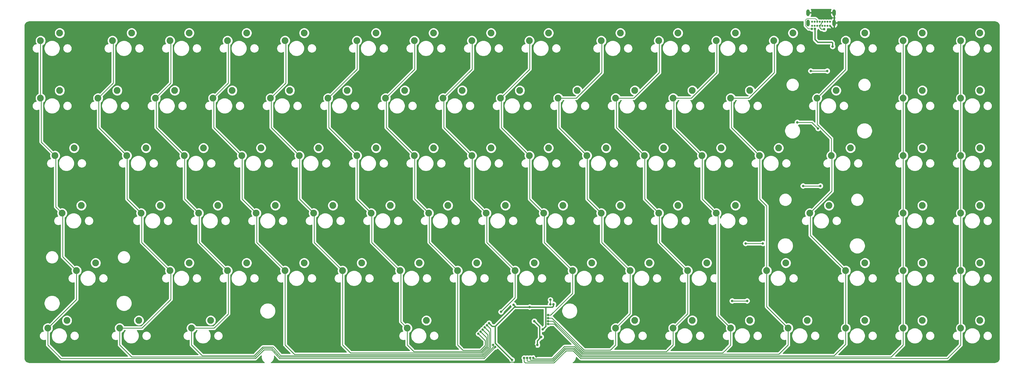
<source format=gbr>
%TF.GenerationSoftware,KiCad,Pcbnew,(5.1.6)-1*%
%TF.CreationDate,2020-11-27T09:17:25-06:00*%
%TF.ProjectId,zero-percent-keyboard,7a65726f-2d70-4657-9263-656e742d6b65,rev?*%
%TF.SameCoordinates,Original*%
%TF.FileFunction,Copper,L1,Top*%
%TF.FilePolarity,Positive*%
%FSLAX46Y46*%
G04 Gerber Fmt 4.6, Leading zero omitted, Abs format (unit mm)*
G04 Created by KiCad (PCBNEW (5.1.6)-1) date 2020-11-27 09:17:25*
%MOMM*%
%LPD*%
G01*
G04 APERTURE LIST*
%TA.AperFunction,ComponentPad*%
%ADD10C,2.250000*%
%TD*%
%TA.AperFunction,ComponentPad*%
%ADD11O,1.108000X2.216000*%
%TD*%
%TA.AperFunction,ComponentPad*%
%ADD12C,0.650000*%
%TD*%
%TA.AperFunction,ViaPad*%
%ADD13C,0.800000*%
%TD*%
%TA.AperFunction,Conductor*%
%ADD14C,0.254000*%
%TD*%
%TA.AperFunction,Conductor*%
%ADD15C,0.381000*%
%TD*%
%TA.AperFunction,Conductor*%
%ADD16C,0.200000*%
%TD*%
G04 APERTURE END LIST*
D10*
%TO.P,MX82,2*%
%TO.N,Net-(D82-Pad2)*%
X170625120Y-131334410D03*
%TO.P,MX82,1*%
%TO.N,COL5*%
X164275120Y-133874410D03*
%TD*%
%TO.P,MX80,2*%
%TO.N,Net-(D80-Pad2)*%
X75374720Y-131334410D03*
%TO.P,MX80,1*%
%TO.N,COL1*%
X69024720Y-133874410D03*
%TD*%
%TO.P,MX76,2*%
%TO.N,Net-(D76-Pad2)*%
X315881980Y-112284330D03*
%TO.P,MX76,1*%
%TO.N,COL13*%
X309531980Y-114824330D03*
%TD*%
%TO.P,MX75,2*%
%TO.N,Net-(D75-Pad2)*%
X289688120Y-112284330D03*
%TO.P,MX75,1*%
%TO.N,COL12*%
X283338120Y-114824330D03*
%TD*%
%TO.P,MX89,2*%
%TO.N,Net-(D89-Pad2)*%
X353982140Y-131334410D03*
%TO.P,MX89,1*%
%TO.N,COL15*%
X347632140Y-133874410D03*
%TD*%
%TO.P,MX88,2*%
%TO.N,Net-(D88-Pad2)*%
X334932060Y-131334410D03*
%TO.P,MX88,1*%
%TO.N,COL14*%
X328582060Y-133874410D03*
%TD*%
%TO.P,MX87,2*%
%TO.N,Net-(D87-Pad2)*%
X315881980Y-131334410D03*
%TO.P,MX87,1*%
%TO.N,COL13*%
X309531980Y-133874410D03*
%TD*%
%TO.P,MX86,2*%
%TO.N,Net-(D86-Pad2)*%
X296831900Y-131334410D03*
%TO.P,MX86,1*%
%TO.N,COL12*%
X290481900Y-133874410D03*
%TD*%
%TO.P,MX85,2*%
%TO.N,Net-(D85-Pad2)*%
X277781820Y-131334410D03*
%TO.P,MX85,1*%
%TO.N,COL11*%
X271431820Y-133874410D03*
%TD*%
%TO.P,MX84,2*%
%TO.N,Net-(D84-Pad2)*%
X258731740Y-131334410D03*
%TO.P,MX84,1*%
%TO.N,COL10*%
X252381740Y-133874410D03*
%TD*%
%TO.P,MX83,2*%
%TO.N,Net-(D83-Pad2)*%
X239681660Y-131334410D03*
%TO.P,MX83,1*%
%TO.N,COL9*%
X233331660Y-133874410D03*
%TD*%
%TO.P,MX81,2*%
%TO.N,Net-(D81-Pad2)*%
X99187320Y-131334410D03*
%TO.P,MX81,1*%
%TO.N,COL2*%
X92837320Y-133874410D03*
%TD*%
%TO.P,MX79,2*%
%TO.N,Net-(D79-Pad2)*%
X51562120Y-131334410D03*
%TO.P,MX79,1*%
%TO.N,COL0*%
X45212120Y-133874410D03*
%TD*%
%TO.P,MX78,2*%
%TO.N,Net-(D78-Pad2)*%
X353982140Y-112284330D03*
%TO.P,MX78,1*%
%TO.N,COL15*%
X347632140Y-114824330D03*
%TD*%
%TO.P,MX77,2*%
%TO.N,Net-(D77-Pad2)*%
X334932060Y-112284330D03*
%TO.P,MX77,1*%
%TO.N,COL14*%
X328582060Y-114824330D03*
%TD*%
%TO.P,MX74,2*%
%TO.N,Net-(D74-Pad2)*%
X263494260Y-112284330D03*
%TO.P,MX74,1*%
%TO.N,COL10*%
X257144260Y-114824330D03*
%TD*%
%TO.P,MX73,2*%
%TO.N,Net-(D73-Pad2)*%
X244444180Y-112284330D03*
%TO.P,MX73,1*%
%TO.N,COL9*%
X238094180Y-114824330D03*
%TD*%
%TO.P,MX72,2*%
%TO.N,Net-(D72-Pad2)*%
X225394100Y-112284330D03*
%TO.P,MX72,1*%
%TO.N,COL8*%
X219044100Y-114824330D03*
%TD*%
%TO.P,MX71,2*%
%TO.N,Net-(D71-Pad2)*%
X206344020Y-112284330D03*
%TO.P,MX71,1*%
%TO.N,COL7*%
X199994020Y-114824330D03*
%TD*%
%TO.P,MX70,2*%
%TO.N,Net-(D70-Pad2)*%
X187293940Y-112284330D03*
%TO.P,MX70,1*%
%TO.N,COL6*%
X180943940Y-114824330D03*
%TD*%
%TO.P,MX69,2*%
%TO.N,Net-(D69-Pad2)*%
X168243860Y-112284330D03*
%TO.P,MX69,1*%
%TO.N,COL5*%
X161893860Y-114824330D03*
%TD*%
%TO.P,MX68,2*%
%TO.N,Net-(D68-Pad2)*%
X149193780Y-112284330D03*
%TO.P,MX68,1*%
%TO.N,COL4*%
X142843780Y-114824330D03*
%TD*%
%TO.P,MX67,2*%
%TO.N,Net-(D67-Pad2)*%
X130143700Y-112284330D03*
%TO.P,MX67,1*%
%TO.N,COL3*%
X123793700Y-114824330D03*
%TD*%
%TO.P,MX66,2*%
%TO.N,Net-(D66-Pad2)*%
X111093620Y-112284330D03*
%TO.P,MX66,1*%
%TO.N,COL2*%
X104743620Y-114824330D03*
%TD*%
%TO.P,MX65,2*%
%TO.N,Net-(D65-Pad2)*%
X92043540Y-112284330D03*
%TO.P,MX65,1*%
%TO.N,COL1*%
X85693540Y-114824330D03*
%TD*%
%TO.P,MX64,2*%
%TO.N,Net-(D64-Pad2)*%
X61087160Y-112284330D03*
%TO.P,MX64,1*%
%TO.N,COL0*%
X54737160Y-114824330D03*
%TD*%
%TO.P,MX63,2*%
%TO.N,Net-(D63-Pad2)*%
X353982140Y-93234250D03*
%TO.P,MX63,1*%
%TO.N,COL15*%
X347632140Y-95774250D03*
%TD*%
%TO.P,MX62,2*%
%TO.N,Net-(D62-Pad2)*%
X334932060Y-93234250D03*
%TO.P,MX62,1*%
%TO.N,COL14*%
X328582060Y-95774250D03*
%TD*%
%TO.P,MX61,2*%
%TO.N,Net-(D61-Pad2)*%
X303975680Y-93234250D03*
%TO.P,MX61,1*%
%TO.N,COL13*%
X297625680Y-95774250D03*
%TD*%
%TO.P,MX60,2*%
%TO.N,Net-(D60-Pad2)*%
X273019300Y-93234250D03*
%TO.P,MX60,1*%
%TO.N,COL11*%
X266669300Y-95774250D03*
%TD*%
%TO.P,MX59,2*%
%TO.N,Net-(D59-Pad2)*%
X253969220Y-93234250D03*
%TO.P,MX59,1*%
%TO.N,COL10*%
X247619220Y-95774250D03*
%TD*%
%TO.P,MX58,2*%
%TO.N,Net-(D58-Pad2)*%
X234919140Y-93234250D03*
%TO.P,MX58,1*%
%TO.N,COL9*%
X228569140Y-95774250D03*
%TD*%
%TO.P,MX57,2*%
%TO.N,Net-(D57-Pad2)*%
X215869060Y-93234250D03*
%TO.P,MX57,1*%
%TO.N,COL8*%
X209519060Y-95774250D03*
%TD*%
%TO.P,MX56,2*%
%TO.N,Net-(D56-Pad2)*%
X196818980Y-93234250D03*
%TO.P,MX56,1*%
%TO.N,COL7*%
X190468980Y-95774250D03*
%TD*%
%TO.P,MX55,2*%
%TO.N,Net-(D55-Pad2)*%
X177768900Y-93234250D03*
%TO.P,MX55,1*%
%TO.N,COL6*%
X171418900Y-95774250D03*
%TD*%
%TO.P,MX54,2*%
%TO.N,Net-(D54-Pad2)*%
X158718820Y-93234250D03*
%TO.P,MX54,1*%
%TO.N,COL5*%
X152368820Y-95774250D03*
%TD*%
%TO.P,MX53,2*%
%TO.N,Net-(D53-Pad2)*%
X139668740Y-93234250D03*
%TO.P,MX53,1*%
%TO.N,COL4*%
X133318740Y-95774250D03*
%TD*%
%TO.P,MX52,2*%
%TO.N,Net-(D52-Pad2)*%
X120618660Y-93234250D03*
%TO.P,MX52,1*%
%TO.N,COL3*%
X114268660Y-95774250D03*
%TD*%
%TO.P,MX51,2*%
%TO.N,Net-(D51-Pad2)*%
X101568580Y-93234250D03*
%TO.P,MX51,1*%
%TO.N,COL2*%
X95218580Y-95774250D03*
%TD*%
%TO.P,MX50,2*%
%TO.N,Net-(D50-Pad2)*%
X82518500Y-93234250D03*
%TO.P,MX50,1*%
%TO.N,COL1*%
X76168500Y-95774250D03*
%TD*%
%TO.P,MX49,2*%
%TO.N,Net-(D49-Pad2)*%
X56324640Y-93234250D03*
%TO.P,MX49,1*%
%TO.N,COL0*%
X49974640Y-95774250D03*
%TD*%
%TO.P,MX48,2*%
%TO.N,Net-(D48-Pad2)*%
X353982140Y-74184170D03*
%TO.P,MX48,1*%
%TO.N,COL15*%
X347632140Y-76724170D03*
%TD*%
%TO.P,MX47,2*%
%TO.N,Net-(D47-Pad2)*%
X334932060Y-74184170D03*
%TO.P,MX47,1*%
%TO.N,COL14*%
X328582060Y-76724170D03*
%TD*%
%TO.P,MX46,2*%
%TO.N,Net-(D46-Pad2)*%
X311119460Y-74184170D03*
%TO.P,MX46,1*%
%TO.N,COL13*%
X304769460Y-76724170D03*
%TD*%
%TO.P,MX45,2*%
%TO.N,Net-(D45-Pad2)*%
X287306860Y-74184170D03*
%TO.P,MX45,1*%
%TO.N,COL12*%
X280956860Y-76724170D03*
%TD*%
%TO.P,MX44,2*%
%TO.N,Net-(D44-Pad2)*%
X268256780Y-74184170D03*
%TO.P,MX44,1*%
%TO.N,COL11*%
X261906780Y-76724170D03*
%TD*%
%TO.P,MX43,2*%
%TO.N,Net-(D43-Pad2)*%
X249206700Y-74184170D03*
%TO.P,MX43,1*%
%TO.N,COL10*%
X242856700Y-76724170D03*
%TD*%
%TO.P,MX42,2*%
%TO.N,Net-(D42-Pad2)*%
X230156620Y-74184170D03*
%TO.P,MX42,1*%
%TO.N,COL9*%
X223806620Y-76724170D03*
%TD*%
%TO.P,MX41,2*%
%TO.N,Net-(D41-Pad2)*%
X211106540Y-74184170D03*
%TO.P,MX41,1*%
%TO.N,COL8*%
X204756540Y-76724170D03*
%TD*%
%TO.P,MX40,2*%
%TO.N,Net-(D40-Pad2)*%
X192056460Y-74184170D03*
%TO.P,MX40,1*%
%TO.N,COL7*%
X185706460Y-76724170D03*
%TD*%
%TO.P,MX39,2*%
%TO.N,Net-(D39-Pad2)*%
X173006380Y-74184170D03*
%TO.P,MX39,1*%
%TO.N,COL6*%
X166656380Y-76724170D03*
%TD*%
%TO.P,MX38,2*%
%TO.N,Net-(D38-Pad2)*%
X153956300Y-74184170D03*
%TO.P,MX38,1*%
%TO.N,COL5*%
X147606300Y-76724170D03*
%TD*%
%TO.P,MX37,2*%
%TO.N,Net-(D37-Pad2)*%
X134906220Y-74184170D03*
%TO.P,MX37,1*%
%TO.N,COL4*%
X128556220Y-76724170D03*
%TD*%
%TO.P,MX36,2*%
%TO.N,Net-(D36-Pad2)*%
X115856140Y-74184170D03*
%TO.P,MX36,1*%
%TO.N,COL3*%
X109506140Y-76724170D03*
%TD*%
%TO.P,MX35,2*%
%TO.N,Net-(D35-Pad2)*%
X96806060Y-74184170D03*
%TO.P,MX35,1*%
%TO.N,COL2*%
X90456060Y-76724170D03*
%TD*%
%TO.P,MX34,2*%
%TO.N,Net-(D34-Pad2)*%
X77755980Y-74184170D03*
%TO.P,MX34,1*%
%TO.N,COL1*%
X71405980Y-76724170D03*
%TD*%
%TO.P,MX33,2*%
%TO.N,Net-(D33-Pad2)*%
X53943380Y-74184170D03*
%TO.P,MX33,1*%
%TO.N,COL0*%
X47593380Y-76724170D03*
%TD*%
%TO.P,MX32,2*%
%TO.N,Net-(D32-Pad2)*%
X353982140Y-55134090D03*
%TO.P,MX32,1*%
%TO.N,COL15*%
X347632140Y-57674090D03*
%TD*%
%TO.P,MX31,2*%
%TO.N,Net-(D31-Pad2)*%
X334932060Y-55134090D03*
%TO.P,MX31,1*%
%TO.N,COL14*%
X328582060Y-57674090D03*
%TD*%
%TO.P,MX30,2*%
%TO.N,Net-(D30-Pad2)*%
X306356940Y-55134090D03*
%TO.P,MX30,1*%
%TO.N,COL13*%
X300006940Y-57674090D03*
%TD*%
%TO.P,MX29,2*%
%TO.N,Net-(D29-Pad2)*%
X277781820Y-55134090D03*
%TO.P,MX29,1*%
%TO.N,COL12*%
X271431820Y-57674090D03*
%TD*%
%TO.P,MX28,2*%
%TO.N,Net-(D28-Pad2)*%
X258731740Y-55134090D03*
%TO.P,MX28,1*%
%TO.N,COL11*%
X252381740Y-57674090D03*
%TD*%
%TO.P,MX27,2*%
%TO.N,Net-(D27-Pad2)*%
X239681660Y-55134090D03*
%TO.P,MX27,1*%
%TO.N,COL10*%
X233331660Y-57674090D03*
%TD*%
%TO.P,MX26,2*%
%TO.N,Net-(D26-Pad2)*%
X220631580Y-55134090D03*
%TO.P,MX26,1*%
%TO.N,COL9*%
X214281580Y-57674090D03*
%TD*%
%TO.P,MX25,2*%
%TO.N,Net-(D25-Pad2)*%
X201581500Y-55134090D03*
%TO.P,MX25,1*%
%TO.N,COL8*%
X195231500Y-57674090D03*
%TD*%
%TO.P,MX24,2*%
%TO.N,Net-(D24-Pad2)*%
X182531420Y-55134090D03*
%TO.P,MX24,1*%
%TO.N,COL7*%
X176181420Y-57674090D03*
%TD*%
%TO.P,MX23,2*%
%TO.N,Net-(D23-Pad2)*%
X163481340Y-55134090D03*
%TO.P,MX23,1*%
%TO.N,COL6*%
X157131340Y-57674090D03*
%TD*%
%TO.P,MX22,2*%
%TO.N,Net-(D22-Pad2)*%
X144431260Y-55134090D03*
%TO.P,MX22,1*%
%TO.N,COL5*%
X138081260Y-57674090D03*
%TD*%
%TO.P,MX21,2*%
%TO.N,Net-(D21-Pad2)*%
X125381180Y-55134090D03*
%TO.P,MX21,1*%
%TO.N,COL4*%
X119031180Y-57674090D03*
%TD*%
%TO.P,MX20,2*%
%TO.N,Net-(D20-Pad2)*%
X106331100Y-55134090D03*
%TO.P,MX20,1*%
%TO.N,COL3*%
X99981100Y-57674090D03*
%TD*%
%TO.P,MX19,2*%
%TO.N,Net-(D19-Pad2)*%
X87281020Y-55134090D03*
%TO.P,MX19,1*%
%TO.N,COL2*%
X80931020Y-57674090D03*
%TD*%
%TO.P,MX18,2*%
%TO.N,Net-(D18-Pad2)*%
X68230940Y-55134090D03*
%TO.P,MX18,1*%
%TO.N,COL1*%
X61880940Y-57674090D03*
%TD*%
%TO.P,MX17,2*%
%TO.N,Net-(D17-Pad2)*%
X49180860Y-55134090D03*
%TO.P,MX17,1*%
%TO.N,COL0*%
X42830860Y-57674090D03*
%TD*%
%TO.P,MX16,2*%
%TO.N,Net-(D16-Pad2)*%
X353982140Y-36084010D03*
%TO.P,MX16,1*%
%TO.N,COL15*%
X347632140Y-38624010D03*
%TD*%
%TO.P,MX15,2*%
%TO.N,Net-(D15-Pad2)*%
X334932060Y-36084010D03*
%TO.P,MX15,1*%
%TO.N,COL14*%
X328582060Y-38624010D03*
%TD*%
%TO.P,MX14,2*%
%TO.N,Net-(D14-Pad2)*%
X315881980Y-36084010D03*
%TO.P,MX14,1*%
%TO.N,COL13*%
X309531980Y-38624010D03*
%TD*%
%TO.P,MX13,2*%
%TO.N,Net-(D13-Pad2)*%
X292069380Y-36084010D03*
%TO.P,MX13,1*%
%TO.N,COL12*%
X285719380Y-38624010D03*
%TD*%
%TO.P,MX12,2*%
%TO.N,Net-(D12-Pad2)*%
X273019300Y-36084010D03*
%TO.P,MX12,1*%
%TO.N,COL11*%
X266669300Y-38624010D03*
%TD*%
%TO.P,MX11,2*%
%TO.N,Net-(D11-Pad2)*%
X253969220Y-36084010D03*
%TO.P,MX11,1*%
%TO.N,COL10*%
X247619220Y-38624010D03*
%TD*%
%TO.P,MX10,2*%
%TO.N,Net-(D10-Pad2)*%
X234919140Y-36084010D03*
%TO.P,MX10,1*%
%TO.N,COL9*%
X228569140Y-38624010D03*
%TD*%
%TO.P,MX9,2*%
%TO.N,Net-(D9-Pad2)*%
X211106540Y-36084010D03*
%TO.P,MX9,1*%
%TO.N,COL8*%
X204756540Y-38624010D03*
%TD*%
%TO.P,MX8,2*%
%TO.N,Net-(D8-Pad2)*%
X192056460Y-36084010D03*
%TO.P,MX8,1*%
%TO.N,COL7*%
X185706460Y-38624010D03*
%TD*%
%TO.P,MX7,2*%
%TO.N,Net-(D7-Pad2)*%
X173006380Y-36084010D03*
%TO.P,MX7,1*%
%TO.N,COL6*%
X166656380Y-38624010D03*
%TD*%
%TO.P,MX6,2*%
%TO.N,Net-(D6-Pad2)*%
X153956300Y-36084010D03*
%TO.P,MX6,1*%
%TO.N,COL5*%
X147606300Y-38624010D03*
%TD*%
%TO.P,MX5,2*%
%TO.N,Net-(D5-Pad2)*%
X130143700Y-36084010D03*
%TO.P,MX5,1*%
%TO.N,COL4*%
X123793700Y-38624010D03*
%TD*%
%TO.P,MX4,2*%
%TO.N,Net-(D4-Pad2)*%
X111093620Y-36084010D03*
%TO.P,MX4,1*%
%TO.N,COL3*%
X104743620Y-38624010D03*
%TD*%
%TO.P,MX3,2*%
%TO.N,Net-(D3-Pad2)*%
X92043540Y-36084010D03*
%TO.P,MX3,1*%
%TO.N,COL2*%
X85693540Y-38624010D03*
%TD*%
%TO.P,MX2,2*%
%TO.N,Net-(D2-Pad2)*%
X72993460Y-36084010D03*
%TO.P,MX2,1*%
%TO.N,COL1*%
X66643460Y-38624010D03*
%TD*%
%TO.P,MX1,2*%
%TO.N,Net-(D1-Pad2)*%
X49180860Y-36084010D03*
%TO.P,MX1,1*%
%TO.N,COL0*%
X42830860Y-38624010D03*
%TD*%
D11*
%TO.P,J1,P4*%
%TO.N,GND*%
X305689000Y-29337000D03*
%TO.P,J1,P3*%
X297039000Y-29337000D03*
%TO.P,J1,P2*%
X297039000Y-32717000D03*
%TO.P,J1,P1*%
X305689000Y-32717000D03*
D12*
%TO.P,J1,B12*%
X304339000Y-32347000D03*
%TO.P,J1,B9*%
%TO.N,VCC*%
X303489000Y-32347000D03*
%TO.P,J1,B8*%
%TO.N,Net-(J1-PadB8)*%
X302639000Y-32347000D03*
%TO.P,J1,B7*%
%TO.N,Net-(J1-PadA7)*%
X301789000Y-32347000D03*
%TO.P,J1,B6*%
%TO.N,Net-(J1-PadA6)*%
X300939000Y-32347000D03*
%TO.P,J1,B5*%
%TO.N,Net-(J1-PadB5)*%
X300089000Y-32347000D03*
%TO.P,J1,B4*%
%TO.N,VCC*%
X299239000Y-32347000D03*
%TO.P,J1,B1*%
%TO.N,GND*%
X298389000Y-32347000D03*
%TO.P,J1,A12*%
X298389000Y-33697000D03*
%TO.P,J1,A9*%
%TO.N,VCC*%
X299239000Y-33697000D03*
%TO.P,J1,A8*%
%TO.N,Net-(J1-PadA8)*%
X300089000Y-33697000D03*
%TO.P,J1,A7*%
%TO.N,Net-(J1-PadA7)*%
X300939000Y-33697000D03*
%TO.P,J1,A6*%
%TO.N,Net-(J1-PadA6)*%
X301789000Y-33697000D03*
%TO.P,J1,A5*%
%TO.N,Net-(J1-PadA5)*%
X302639000Y-33697000D03*
%TO.P,J1,A4*%
%TO.N,VCC*%
X303489000Y-33697000D03*
%TO.P,J1,A1*%
%TO.N,GND*%
X304339000Y-33697000D03*
%TD*%
D13*
%TO.N,GND*%
X200660000Y-144145000D03*
X193040000Y-144907000D03*
X76962000Y-139954000D03*
X74422000Y-139954000D03*
X100838000Y-139954000D03*
X98298000Y-139954000D03*
X172212000Y-139954000D03*
X169672000Y-139954000D03*
X53340000Y-133350000D03*
X50800000Y-133350000D03*
X270256000Y-123571000D03*
X270256000Y-125730000D03*
X78359000Y-123698000D03*
X78359000Y-125984000D03*
X207010000Y-143256000D03*
X204470000Y-137541000D03*
X210947000Y-137578000D03*
X211836000Y-133604000D03*
X179895500Y-139255500D03*
X179895500Y-133096000D03*
%TO.N,+5V*%
X207391000Y-139446000D03*
X208661000Y-136779000D03*
X212725000Y-125949000D03*
X204851000Y-126873000D03*
X209169000Y-134239000D03*
X199517000Y-126111000D03*
X191389000Y-132207000D03*
X199009000Y-144399000D03*
X206368933Y-131565933D03*
%TO.N,ROW0*%
X303403000Y-48641000D03*
X297942000Y-48641000D03*
%TO.N,ROW1*%
X293497000Y-65659000D03*
X300355000Y-67691000D03*
%TO.N,ROW2*%
X301117000Y-86741000D03*
X295402000Y-86741000D03*
%TO.N,ROW3*%
X282067000Y-105791000D03*
X276352000Y-105791000D03*
%TO.N,ROW4*%
X276860000Y-124841000D03*
X271907000Y-124841000D03*
%TO.N,VCC*%
X299323003Y-34671000D03*
X305181000Y-40513000D03*
%TO.N,Net-(J1-PadA7)*%
X302387000Y-34798000D03*
%TO.N,Net-(J1-PadB5)*%
X298323000Y-34671000D03*
%TO.N,COL0*%
X193446683Y-140106683D03*
%TO.N,COL1*%
X192701044Y-139440330D03*
%TO.N,COL2*%
X190681892Y-132914108D03*
%TO.N,COL3*%
X189974784Y-133621216D03*
%TO.N,COL4*%
X189267676Y-134328324D03*
%TO.N,COL5*%
X188560568Y-135035432D03*
%TO.N,COL6*%
X187853460Y-135742540D03*
%TO.N,COL7*%
X195326000Y-128460500D03*
%TO.N,COL8*%
X210975500Y-129524491D03*
%TO.N,COL9*%
X210975500Y-130524494D03*
%TO.N,COL10*%
X210975500Y-131524497D03*
%TO.N,COL11*%
X210975500Y-132524500D03*
%TO.N,COL12*%
X206024334Y-143715621D03*
%TO.N,COL13*%
X205025503Y-143764000D03*
%TO.N,COL14*%
X204025500Y-143764000D03*
%TO.N,COL15*%
X203009500Y-143764000D03*
%TO.N,D+*%
X211709000Y-124495000D03*
X211709000Y-125949000D03*
%TD*%
D14*
%TO.N,GND*%
X193259001Y-145126001D02*
X193040000Y-144907000D01*
X200660000Y-144145000D02*
X199678999Y-145126001D01*
X199678999Y-145126001D02*
X193259001Y-145126001D01*
X76962000Y-139954000D02*
X74422000Y-139954000D01*
X100838000Y-139954000D02*
X98298000Y-139954000D01*
X172212000Y-139954000D02*
X169672000Y-139954000D01*
X53340000Y-133350000D02*
X50800000Y-133350000D01*
X270256000Y-123571000D02*
X270256000Y-125730000D01*
X78359000Y-123698000D02*
X78359000Y-125984000D01*
D15*
X206600499Y-139671499D02*
X204470000Y-137541000D01*
X207010000Y-143256000D02*
X206600499Y-142846499D01*
X206600499Y-142846499D02*
X206600499Y-139671499D01*
X210947000Y-137578000D02*
X210947000Y-134493000D01*
X210947000Y-134493000D02*
X211836000Y-133604000D01*
X179895500Y-139255500D02*
X179895500Y-133032500D01*
%TO.N,+5V*%
X207391000Y-139446000D02*
X207391000Y-138049000D01*
X212725000Y-125949000D02*
X212725000Y-126514685D01*
X212725000Y-126514685D02*
X212366685Y-126873000D01*
X210185000Y-133223000D02*
X209169000Y-134239000D01*
X210185000Y-126873000D02*
X210185000Y-133223000D01*
X210185000Y-126873000D02*
X204851000Y-126873000D01*
X212366685Y-126873000D02*
X210185000Y-126873000D01*
X204851000Y-126873000D02*
X200279000Y-126873000D01*
X200279000Y-126873000D02*
X199517000Y-126111000D01*
X200279000Y-126873000D02*
X199771000Y-126873000D01*
X199771000Y-126873000D02*
X193421000Y-133223000D01*
X193421000Y-133223000D02*
X192405000Y-133223000D01*
X192405000Y-133223000D02*
X191389000Y-132207000D01*
X193421000Y-133223000D02*
X193421000Y-138811000D01*
X193421000Y-138811000D02*
X199009000Y-144399000D01*
X208184750Y-133381750D02*
X206368933Y-131565933D01*
X208184750Y-137255250D02*
X208184750Y-133381750D01*
X208184750Y-137255250D02*
X208661000Y-136779000D01*
X207391000Y-138049000D02*
X208184750Y-137255250D01*
D14*
%TO.N,ROW0*%
X297942000Y-48641000D02*
X303403000Y-48641000D01*
%TO.N,ROW1*%
X300355000Y-67691000D02*
X298323000Y-65659000D01*
X298323000Y-65659000D02*
X293497000Y-65659000D01*
%TO.N,ROW2*%
X301117000Y-86741000D02*
X295402000Y-86741000D01*
%TO.N,ROW3*%
X282067000Y-105791000D02*
X276352000Y-105791000D01*
%TO.N,ROW4*%
X276860000Y-124841000D02*
X271907000Y-124841000D01*
D15*
%TO.N,VCC*%
X299323003Y-34671000D02*
X299323003Y-38211003D01*
X299323003Y-38211003D02*
X300228000Y-39116000D01*
X300228000Y-39116000D02*
X303530000Y-39116000D01*
X305181000Y-40513000D02*
X305181000Y-39370000D01*
X305181000Y-39370000D02*
X304927000Y-39116000D01*
X304927000Y-39116000D02*
X303530000Y-39116000D01*
D14*
%TO.N,Net-(J1-PadA7)*%
X301789000Y-32347000D02*
X301789000Y-32461962D01*
X301371000Y-32879962D02*
X301371000Y-33150038D01*
X301789000Y-32461962D02*
X301371000Y-32879962D01*
X301371000Y-33150038D02*
X300990000Y-33531038D01*
X300939000Y-34290000D02*
X300939000Y-33697000D01*
X302387000Y-34798000D02*
X301453381Y-34798000D01*
X301453381Y-34798000D02*
X300939000Y-34290000D01*
D16*
%TO.N,Net-(J1-PadB5)*%
X297231248Y-34671000D02*
X298323000Y-34671000D01*
X296685258Y-31308990D02*
X296184990Y-31809258D01*
X300089000Y-31887381D02*
X299510609Y-31308990D01*
X300089000Y-32347000D02*
X300089000Y-31887381D01*
X296184990Y-31809258D02*
X296184990Y-33624742D01*
X296184990Y-33624742D02*
X297231248Y-34671000D01*
X299510609Y-31308990D02*
X296685258Y-31308990D01*
D14*
%TO.N,COL0*%
X45212120Y-133874410D02*
X54737000Y-124349530D01*
X54737000Y-124349530D02*
X54737000Y-114681000D01*
X54737160Y-114824330D02*
X50165000Y-110252170D01*
X50165000Y-110252170D02*
X50165000Y-95377000D01*
X49974640Y-95774250D02*
X47879000Y-93678610D01*
X47879000Y-93678610D02*
X47879000Y-76581000D01*
X47593380Y-76724170D02*
X43053000Y-72183790D01*
X43053000Y-72183790D02*
X43053000Y-57785000D01*
X42830860Y-57674090D02*
X42830860Y-38766860D01*
X116840000Y-141033500D02*
X119380000Y-141033500D01*
X45212120Y-133874410D02*
X45212120Y-139445880D01*
X49339740Y-143573500D02*
X49339740Y-143573740D01*
X45212120Y-139445880D02*
X49339740Y-143573500D01*
X72837383Y-143900510D02*
X113972991Y-143900510D01*
X49339740Y-143573740D02*
X49657000Y-143891000D01*
X113982500Y-143891000D02*
X116840000Y-141033500D01*
X72837383Y-143900510D02*
X49666510Y-143900510D01*
X121954636Y-143868551D02*
X121986595Y-143900510D01*
X121986595Y-143900510D02*
X189664990Y-143900510D01*
X121942449Y-143868551D02*
X121954636Y-143868551D01*
X119380000Y-141033500D02*
X121942449Y-143868551D01*
X189664990Y-143900510D02*
X193421000Y-140144500D01*
%TO.N,COL1*%
X61880940Y-57674090D02*
X66929000Y-52626030D01*
X66929000Y-52626030D02*
X66929000Y-38735000D01*
X71405980Y-76724170D02*
X62103000Y-67421190D01*
X62103000Y-67421190D02*
X62103000Y-57531000D01*
X76168500Y-95774250D02*
X71501000Y-91106750D01*
X71501000Y-91106750D02*
X71501000Y-76835000D01*
X85693540Y-114824330D02*
X76327000Y-105457790D01*
X76327000Y-105457790D02*
X76327000Y-95631000D01*
X69024720Y-133874410D02*
X75421590Y-133874410D01*
X85979000Y-123317000D02*
X85979000Y-114935000D01*
X75421590Y-133874410D02*
X76437590Y-133874410D01*
X76437590Y-133874410D02*
X85979000Y-124333000D01*
X85979000Y-124333000D02*
X85979000Y-123317000D01*
X69024720Y-133874410D02*
X69024720Y-139445780D01*
X69024720Y-139445780D02*
X73025440Y-143446500D01*
X73025440Y-143446500D02*
X113157000Y-143446500D01*
X119577451Y-140588884D02*
X119590719Y-140589555D01*
X116651943Y-140579490D02*
X119568057Y-140579490D01*
X119568057Y-140579490D02*
X119577451Y-140588884D01*
X113157000Y-143446500D02*
X113784934Y-143446500D01*
X113784934Y-143446500D02*
X116651943Y-140579490D01*
X119590719Y-140589555D02*
X122157024Y-143428872D01*
X122157024Y-143428872D02*
X122174652Y-143446500D01*
X122174652Y-143446500D02*
X126873000Y-143446500D01*
X126873000Y-143446500D02*
X189476934Y-143446500D01*
X189476934Y-143446500D02*
X192701044Y-140222390D01*
X192701044Y-140222390D02*
X192701044Y-139440330D01*
%TO.N,COL2*%
X80931020Y-57674090D02*
X85979000Y-52626110D01*
X85979000Y-52626110D02*
X85979000Y-38735000D01*
X90456060Y-76724170D02*
X81153000Y-67421110D01*
X81153000Y-67421110D02*
X81153000Y-57785000D01*
X95218580Y-95774250D02*
X90551000Y-91106670D01*
X90551000Y-91106670D02*
X90551000Y-77089000D01*
X104743620Y-114824330D02*
X95377000Y-105457710D01*
X95377000Y-105457710D02*
X95377000Y-96139000D01*
X92837320Y-133874410D02*
X100313590Y-133874410D01*
X100313590Y-133874410D02*
X105029000Y-129159000D01*
X105029000Y-129159000D02*
X105029000Y-114681000D01*
X92837320Y-133874410D02*
X92837320Y-139445680D01*
X92837320Y-139445680D02*
X96384130Y-142992490D01*
X113596877Y-142992490D02*
X116463886Y-140125480D01*
X96384130Y-142992490D02*
X113596877Y-142992490D01*
X119781308Y-140125480D02*
X119801438Y-140145610D01*
X116463886Y-140125480D02*
X119781308Y-140125480D01*
X119801438Y-140145610D02*
X122374578Y-142992490D01*
X122374578Y-142992490D02*
X126684943Y-142992490D01*
X126684943Y-142992490D02*
X179387500Y-142992490D01*
X179387500Y-142992490D02*
X189288878Y-142992490D01*
X189288878Y-142992490D02*
X191897000Y-140384368D01*
X191897000Y-140384368D02*
X191897000Y-134129216D01*
X191897000Y-134129216D02*
X190681892Y-132914108D01*
%TO.N,COL3*%
X99981100Y-57674090D02*
X105029000Y-52626190D01*
X105029000Y-52626190D02*
X105029000Y-38735000D01*
X109506140Y-76724170D02*
X100203000Y-67421030D01*
X100203000Y-67421030D02*
X100203000Y-57531000D01*
X114268660Y-95774250D02*
X109601000Y-91106590D01*
X109601000Y-91106590D02*
X109601000Y-77089000D01*
X123793700Y-114824330D02*
X114427000Y-105457630D01*
X114427000Y-105457630D02*
X114427000Y-96139000D01*
X123793700Y-114824330D02*
X123793700Y-139413800D01*
X123793700Y-139413800D02*
X126918380Y-142538480D01*
X126918380Y-142538480D02*
X179199443Y-142538480D01*
X179199443Y-142538480D02*
X189100822Y-142538480D01*
X189100822Y-142538480D02*
X191251401Y-140387901D01*
X191251401Y-140387901D02*
X191442990Y-140196312D01*
X191442990Y-140196312D02*
X191442990Y-135089422D01*
X191442990Y-135089422D02*
X189974784Y-133621216D01*
%TO.N,COL4*%
X119031180Y-57674090D02*
X124079000Y-52626270D01*
X124079000Y-52626270D02*
X124079000Y-38989000D01*
X128556220Y-76724170D02*
X119253000Y-67420950D01*
X119253000Y-67420950D02*
X119253000Y-58039000D01*
X133318740Y-95774250D02*
X128651000Y-91106510D01*
X128651000Y-91106510D02*
X128651000Y-76581000D01*
X142843780Y-114824330D02*
X133477000Y-105457550D01*
X133477000Y-105457550D02*
X133477000Y-95885000D01*
X142843780Y-114824330D02*
X142843780Y-139414780D01*
X142843780Y-139414780D02*
X145513470Y-142084470D01*
X145513470Y-142084470D02*
X148971000Y-142084470D01*
X148971000Y-142084470D02*
X188912766Y-142084470D01*
X188912766Y-142084470D02*
X190988980Y-140008256D01*
X190988980Y-140008256D02*
X190988980Y-136588500D01*
X190988980Y-136588500D02*
X190988980Y-136049628D01*
X190988980Y-136049628D02*
X189267676Y-134328324D01*
%TO.N,COL5*%
X164275120Y-133874410D02*
X162179000Y-131778290D01*
X162179000Y-131778290D02*
X162179000Y-114681000D01*
X161893860Y-114824330D02*
X152527000Y-105457470D01*
X152527000Y-105457470D02*
X152527000Y-95885000D01*
X152368820Y-95774250D02*
X147701000Y-91106430D01*
X147701000Y-91106430D02*
X147701000Y-76581000D01*
X147606300Y-76724170D02*
X138303000Y-67420870D01*
X138303000Y-67420870D02*
X138303000Y-58039000D01*
X138081260Y-57674090D02*
X147701000Y-48054350D01*
X147701000Y-48054350D02*
X147701000Y-39243000D01*
X164275120Y-133874410D02*
X164275120Y-139445380D01*
X164275120Y-139445380D02*
X166460200Y-141630460D01*
X166460200Y-141630460D02*
X188724710Y-141630460D01*
X188724710Y-141630460D02*
X190534970Y-139820200D01*
X190534970Y-139820200D02*
X190534970Y-137009834D01*
X190534970Y-137009834D02*
X188560568Y-135035432D01*
%TO.N,COL6*%
X157131340Y-57674090D02*
X166751000Y-48054430D01*
X166751000Y-48054430D02*
X166751000Y-38481000D01*
X166656380Y-76724170D02*
X157353000Y-67420790D01*
X157353000Y-67420790D02*
X157353000Y-58039000D01*
X171418900Y-95774250D02*
X166751000Y-91106350D01*
X166751000Y-91106350D02*
X166751000Y-76835000D01*
X180943940Y-114824330D02*
X171577000Y-105457390D01*
X171577000Y-105457390D02*
X171577000Y-95631000D01*
X180943940Y-114824330D02*
X180943940Y-139414940D01*
X180943940Y-139414940D02*
X182705450Y-141176450D01*
X182705450Y-141176450D02*
X188536654Y-141176450D01*
X188536654Y-141176450D02*
X190080960Y-139632144D01*
X190080960Y-139632144D02*
X190080960Y-137970040D01*
X190080960Y-137970040D02*
X187853460Y-135742540D01*
%TO.N,COL7*%
X176181420Y-57674090D02*
X185801000Y-48054510D01*
X185801000Y-48054510D02*
X185801000Y-38735000D01*
X185706460Y-76724170D02*
X176403000Y-67420710D01*
X176403000Y-67420710D02*
X176403000Y-58039000D01*
X190468980Y-95774250D02*
X185801000Y-91106270D01*
X185801000Y-91106270D02*
X185801000Y-77343000D01*
X199994020Y-114824330D02*
X190627000Y-105457310D01*
X190627000Y-105457310D02*
X190627000Y-96139000D01*
X199994020Y-114824330D02*
X199994020Y-123792480D01*
X199994020Y-123792480D02*
X195326000Y-128460500D01*
%TO.N,COL8*%
X195231500Y-57674090D02*
X204851000Y-48054590D01*
X204851000Y-48054590D02*
X204851000Y-38481000D01*
X204756540Y-76724170D02*
X195453000Y-67420630D01*
X195453000Y-67420630D02*
X195453000Y-57785000D01*
X209519060Y-95774250D02*
X204851000Y-91106190D01*
X204851000Y-91106190D02*
X204851000Y-76835000D01*
X219044100Y-114824330D02*
X209677000Y-105457230D01*
X209677000Y-105457230D02*
X209677000Y-96139000D01*
X219044100Y-114824330D02*
X219044100Y-115029400D01*
X219044100Y-114824330D02*
X219044100Y-122301000D01*
X211772500Y-129540000D02*
X210975500Y-129524491D01*
X219044100Y-122301000D02*
X211772500Y-129540000D01*
%TO.N,COL9*%
X220240542Y-57674090D02*
X228727000Y-49187632D01*
X214281580Y-57674090D02*
X220240542Y-57674090D01*
X228727000Y-49187632D02*
X228727000Y-38735000D01*
X223806620Y-76724170D02*
X214503000Y-67420550D01*
X214503000Y-67420550D02*
X214503000Y-57531000D01*
X228569140Y-95774250D02*
X223901000Y-91106110D01*
X223901000Y-91106110D02*
X223901000Y-77089000D01*
X233331660Y-133874410D02*
X238125000Y-129081070D01*
X238125000Y-129081070D02*
X238125000Y-114427000D01*
X238094180Y-114824330D02*
X228727000Y-105457150D01*
X228727000Y-105457150D02*
X228727000Y-95885000D01*
X233331660Y-133874410D02*
X233331660Y-139413340D01*
X233331660Y-139413340D02*
X231578060Y-141166940D01*
X231578060Y-141166940D02*
X222870336Y-141166940D01*
X222870336Y-141166940D02*
X212227890Y-130524494D01*
X212227890Y-130524494D02*
X210975500Y-130524494D01*
%TO.N,COL10*%
X239290622Y-57674090D02*
X247777000Y-49187712D01*
X233331660Y-57674090D02*
X239290622Y-57674090D01*
X247777000Y-49187712D02*
X247777000Y-38735000D01*
X242856700Y-76724170D02*
X233553000Y-67420470D01*
X233553000Y-67420470D02*
X233553000Y-57785000D01*
X247619220Y-95774250D02*
X242951000Y-91106030D01*
X242951000Y-91106030D02*
X242951000Y-76835000D01*
X252381740Y-133874410D02*
X257175000Y-129081150D01*
X257175000Y-129081150D02*
X257175000Y-114681000D01*
X257144260Y-114824330D02*
X247777000Y-105457070D01*
X247777000Y-105457070D02*
X247777000Y-95885000D01*
X252381740Y-133874410D02*
X252381740Y-139413260D01*
X252381740Y-139413260D02*
X250174050Y-141620950D01*
X250174050Y-141620950D02*
X222682280Y-141620950D01*
X222682280Y-141620950D02*
X212585827Y-131524497D01*
X212585827Y-131524497D02*
X210975500Y-131524497D01*
%TO.N,COL11*%
X258340702Y-57674090D02*
X266827000Y-49187792D01*
X252381740Y-57674090D02*
X258340702Y-57674090D01*
X266827000Y-49187792D02*
X266827000Y-38735000D01*
X261906780Y-76724170D02*
X252603000Y-67420390D01*
X252603000Y-67420390D02*
X252603000Y-57531000D01*
X266669300Y-95774250D02*
X262001000Y-91105950D01*
X262001000Y-91105950D02*
X262001000Y-76835000D01*
X267236261Y-129678851D02*
X267236261Y-102644261D01*
X271431820Y-133874410D02*
X267236261Y-129678851D01*
X267236261Y-102644261D02*
X267236261Y-95983739D01*
X271431820Y-133874410D02*
X271431820Y-134271820D01*
X271431820Y-134271820D02*
X271399000Y-134304640D01*
X271399000Y-134304640D02*
X271399000Y-139446000D01*
X271399000Y-139446000D02*
X269748000Y-141097000D01*
X269748000Y-141097000D02*
X268770040Y-142074960D01*
X268770040Y-142074960D02*
X261556500Y-142074960D01*
X261556500Y-142074960D02*
X222494224Y-142074960D01*
X222494224Y-142074960D02*
X212943764Y-132524500D01*
X212943764Y-132524500D02*
X210975500Y-132524500D01*
%TO.N,COL12*%
X277390782Y-57674090D02*
X285877000Y-49187872D01*
X271431820Y-57674090D02*
X277390782Y-57674090D01*
X285877000Y-49187872D02*
X285877000Y-38227000D01*
X280956860Y-76724170D02*
X271653000Y-67420310D01*
X271653000Y-67420310D02*
X271653000Y-57531000D01*
X281051000Y-81661000D02*
X281051000Y-77089000D01*
X290481900Y-133874410D02*
X283337000Y-126729510D01*
X283337000Y-126729510D02*
X283337000Y-114935000D01*
X281051000Y-81661000D02*
X281051000Y-91059000D01*
X281051000Y-91059000D02*
X283337000Y-93345000D01*
X283338120Y-114824330D02*
X283338120Y-93343880D01*
X290481900Y-133874410D02*
X290481900Y-139413100D01*
X290481900Y-139413100D02*
X287366030Y-142528970D01*
X222306168Y-142528970D02*
X219766171Y-139988970D01*
X287366030Y-142528970D02*
X222306168Y-142528970D01*
X219766171Y-139988970D02*
X216351831Y-139988970D01*
X216351831Y-139988970D02*
X212351331Y-143989470D01*
X212351331Y-143989470D02*
X206298183Y-143989470D01*
X206298183Y-143989470D02*
X206024334Y-143715621D01*
%TO.N,COL13*%
X300006940Y-57674090D02*
X309499000Y-48182030D01*
X309499000Y-48182030D02*
X309499000Y-39243000D01*
X304769460Y-71029498D02*
X300101000Y-66361038D01*
X304769460Y-76724170D02*
X304769460Y-71029498D01*
X300101000Y-66361038D02*
X300101000Y-58039000D01*
X297625680Y-95774250D02*
X304927000Y-88472930D01*
X304927000Y-88472930D02*
X304927000Y-79883000D01*
X304927000Y-79883000D02*
X304927000Y-77089000D01*
X309531980Y-114824330D02*
X297815000Y-103107350D01*
X297815000Y-103107350D02*
X297815000Y-96393000D01*
X309531980Y-133874410D02*
X309531980Y-114902020D01*
X309531980Y-133874410D02*
X309531980Y-139159020D01*
X309531980Y-139159020D02*
X305708020Y-142982980D01*
X305708020Y-142982980D02*
X222118112Y-142982980D01*
X222118112Y-142982980D02*
X219578114Y-140442980D01*
X216539886Y-140442980D02*
X216273933Y-140708934D01*
X219578114Y-140442980D02*
X216539886Y-140442980D01*
X216273933Y-140708934D02*
X212539387Y-144443480D01*
X212539387Y-144443480D02*
X205422500Y-144443480D01*
X205422500Y-144443480D02*
X205149480Y-144443480D01*
X205149480Y-144443480D02*
X205025503Y-144319503D01*
X205025503Y-144319503D02*
X205025503Y-143764000D01*
%TO.N,COL14*%
X328582060Y-133874410D02*
X328582060Y-38701940D01*
X328582060Y-133874410D02*
X328582060Y-139412940D01*
X328582060Y-139412940D02*
X324558010Y-143436990D01*
X324558010Y-143436990D02*
X221930056Y-143436990D01*
X221930056Y-143436990D02*
X219618283Y-141125217D01*
X219390057Y-140896990D02*
X216727943Y-140896990D01*
X219618283Y-141125217D02*
X219390057Y-140896990D01*
X216727943Y-140896990D02*
X212727443Y-144897490D01*
X204924010Y-144897490D02*
X204269990Y-144897490D01*
X204924010Y-144897490D02*
X204787500Y-144897490D01*
X212727443Y-144897490D02*
X204924010Y-144897490D01*
X204269990Y-144897490D02*
X204025500Y-144653000D01*
X204025500Y-144653000D02*
X204025500Y-143764000D01*
%TO.N,COL15*%
X347632140Y-133874410D02*
X347632140Y-38701860D01*
X347632140Y-133874410D02*
X347632140Y-139412860D01*
X347632140Y-139412860D02*
X343154000Y-143891000D01*
X343154000Y-143891000D02*
X221742000Y-143891000D01*
X221742000Y-143891000D02*
X219202000Y-141351000D01*
X219202000Y-141351000D02*
X216916000Y-141351000D01*
X203009500Y-143764000D02*
X203009500Y-144970500D01*
X203009500Y-144970500D02*
X203390500Y-145351500D01*
X203390500Y-145351500D02*
X212915500Y-145351500D01*
X212915500Y-145351500D02*
X216916000Y-141351000D01*
%TO.N,D+*%
X211617000Y-124587000D02*
X211709000Y-124495000D01*
X211709000Y-125949000D02*
X211709000Y-124460000D01*
%TD*%
%TO.N,GND*%
G36*
X197981572Y-144539005D02*
G01*
X198013774Y-144700898D01*
X198091795Y-144889256D01*
X198205063Y-145058774D01*
X198349226Y-145202937D01*
X198439117Y-145263000D01*
X119182258Y-145263000D01*
X119461502Y-145076414D01*
X119762224Y-144775692D01*
X119998501Y-144422080D01*
X120161250Y-144029167D01*
X120244220Y-143612053D01*
X120244220Y-143186767D01*
X120228736Y-143108926D01*
X121364963Y-144366029D01*
X121401027Y-144409973D01*
X121444172Y-144445381D01*
X121485484Y-144482928D01*
X121502087Y-144492910D01*
X121517057Y-144505196D01*
X121531980Y-144513173D01*
X121561203Y-144537155D01*
X121693580Y-144607912D01*
X121837217Y-144651484D01*
X121949169Y-144662510D01*
X121949172Y-144662510D01*
X121986595Y-144666196D01*
X122024018Y-144662510D01*
X189627567Y-144662510D01*
X189664990Y-144666196D01*
X189702413Y-144662510D01*
X189702416Y-144662510D01*
X189814368Y-144651484D01*
X189958005Y-144607912D01*
X190090382Y-144537155D01*
X190206412Y-144441932D01*
X190230274Y-144412856D01*
X193501448Y-141141683D01*
X193548622Y-141141683D01*
X193748581Y-141101909D01*
X193936939Y-141023888D01*
X194106457Y-140910620D01*
X194229822Y-140787255D01*
X197981572Y-144539005D01*
G37*
X197981572Y-144539005D02*
X198013774Y-144700898D01*
X198091795Y-144889256D01*
X198205063Y-145058774D01*
X198349226Y-145202937D01*
X198439117Y-145263000D01*
X119182258Y-145263000D01*
X119461502Y-145076414D01*
X119762224Y-144775692D01*
X119998501Y-144422080D01*
X120161250Y-144029167D01*
X120244220Y-143612053D01*
X120244220Y-143186767D01*
X120228736Y-143108926D01*
X121364963Y-144366029D01*
X121401027Y-144409973D01*
X121444172Y-144445381D01*
X121485484Y-144482928D01*
X121502087Y-144492910D01*
X121517057Y-144505196D01*
X121531980Y-144513173D01*
X121561203Y-144537155D01*
X121693580Y-144607912D01*
X121837217Y-144651484D01*
X121949169Y-144662510D01*
X121949172Y-144662510D01*
X121986595Y-144666196D01*
X122024018Y-144662510D01*
X189627567Y-144662510D01*
X189664990Y-144666196D01*
X189702413Y-144662510D01*
X189702416Y-144662510D01*
X189814368Y-144651484D01*
X189958005Y-144607912D01*
X190090382Y-144537155D01*
X190206412Y-144441932D01*
X190230274Y-144412856D01*
X193501448Y-141141683D01*
X193548622Y-141141683D01*
X193748581Y-141101909D01*
X193936939Y-141023888D01*
X194106457Y-140910620D01*
X194229822Y-140787255D01*
X197981572Y-144539005D01*
G36*
X200279000Y-127702494D02*
G01*
X200319550Y-127698500D01*
X204223497Y-127698500D01*
X204360744Y-127790205D01*
X204549102Y-127868226D01*
X204749061Y-127908000D01*
X204952939Y-127908000D01*
X205152898Y-127868226D01*
X205341256Y-127790205D01*
X205478503Y-127698500D01*
X209359500Y-127698500D01*
X209359501Y-132881066D01*
X209028996Y-133211572D01*
X208997663Y-133217804D01*
X208951103Y-133064316D01*
X208938500Y-133040737D01*
X208874449Y-132920907D01*
X208797141Y-132826708D01*
X208771291Y-132795209D01*
X208739789Y-132769356D01*
X207396362Y-131425929D01*
X207364159Y-131264035D01*
X207286138Y-131075677D01*
X207172870Y-130906159D01*
X207028707Y-130761996D01*
X206859189Y-130648728D01*
X206670831Y-130570707D01*
X206470872Y-130530933D01*
X206266994Y-130530933D01*
X206067035Y-130570707D01*
X205878677Y-130648728D01*
X205709159Y-130761996D01*
X205564996Y-130906159D01*
X205451728Y-131075677D01*
X205373707Y-131264035D01*
X205333933Y-131463994D01*
X205333933Y-131667872D01*
X205373707Y-131867831D01*
X205451728Y-132056189D01*
X205564996Y-132225707D01*
X205709159Y-132369870D01*
X205878677Y-132483138D01*
X206067035Y-132561159D01*
X206228929Y-132593362D01*
X207359251Y-133723684D01*
X207359250Y-136913317D01*
X206835961Y-137436607D01*
X206804460Y-137462459D01*
X206778609Y-137493959D01*
X206701301Y-137588158D01*
X206624647Y-137731567D01*
X206577445Y-137887174D01*
X206561506Y-138049000D01*
X206565501Y-138089560D01*
X206565500Y-138818497D01*
X206473795Y-138955744D01*
X206395774Y-139144102D01*
X206356000Y-139344061D01*
X206356000Y-139547939D01*
X206395774Y-139747898D01*
X206473795Y-139936256D01*
X206587063Y-140105774D01*
X206731226Y-140249937D01*
X206900744Y-140363205D01*
X207089102Y-140441226D01*
X207289061Y-140481000D01*
X207492939Y-140481000D01*
X207692898Y-140441226D01*
X207881256Y-140363205D01*
X208050774Y-140249937D01*
X208194937Y-140105774D01*
X208308205Y-139936256D01*
X208386226Y-139747898D01*
X208426000Y-139547939D01*
X208426000Y-139344061D01*
X208386226Y-139144102D01*
X208308205Y-138955744D01*
X208216500Y-138818497D01*
X208216500Y-138390932D01*
X208739792Y-137867641D01*
X208771291Y-137841791D01*
X208797148Y-137810284D01*
X208801003Y-137806429D01*
X208962898Y-137774226D01*
X209151256Y-137696205D01*
X209320774Y-137582937D01*
X209464937Y-137438774D01*
X209578205Y-137269256D01*
X209656226Y-137080898D01*
X209696000Y-136880939D01*
X209696000Y-136677061D01*
X209656226Y-136477102D01*
X209578205Y-136288744D01*
X209464937Y-136119226D01*
X209320774Y-135975063D01*
X209151256Y-135861795D01*
X209010250Y-135803388D01*
X209010250Y-135262700D01*
X209067061Y-135274000D01*
X209270939Y-135274000D01*
X209470898Y-135234226D01*
X209659256Y-135156205D01*
X209828774Y-135042937D01*
X209972937Y-134898774D01*
X210086205Y-134729256D01*
X210164226Y-134540898D01*
X210196428Y-134379004D01*
X210740039Y-133835394D01*
X210771541Y-133809541D01*
X210840895Y-133725033D01*
X210874699Y-133683843D01*
X210941162Y-133559500D01*
X211077439Y-133559500D01*
X211277398Y-133519726D01*
X211465756Y-133441705D01*
X211635274Y-133328437D01*
X211677211Y-133286500D01*
X212628134Y-133286500D01*
X218568603Y-139226970D01*
X216389253Y-139226970D01*
X216351830Y-139223284D01*
X216314407Y-139226970D01*
X216314405Y-139226970D01*
X216202453Y-139237996D01*
X216058816Y-139281568D01*
X215926439Y-139352325D01*
X215810409Y-139447548D01*
X215786552Y-139476618D01*
X212035701Y-143227470D01*
X206942411Y-143227470D01*
X206941539Y-143225365D01*
X206828271Y-143055847D01*
X206684108Y-142911684D01*
X206514590Y-142798416D01*
X206326232Y-142720395D01*
X206126273Y-142680621D01*
X205922395Y-142680621D01*
X205722436Y-142720395D01*
X205534078Y-142798416D01*
X205482371Y-142832965D01*
X205327401Y-142768774D01*
X205127442Y-142729000D01*
X204923564Y-142729000D01*
X204723605Y-142768774D01*
X204535247Y-142846795D01*
X204525502Y-142853307D01*
X204515756Y-142846795D01*
X204327398Y-142768774D01*
X204127439Y-142729000D01*
X203923561Y-142729000D01*
X203723602Y-142768774D01*
X203535244Y-142846795D01*
X203517500Y-142858651D01*
X203499756Y-142846795D01*
X203311398Y-142768774D01*
X203111439Y-142729000D01*
X202907561Y-142729000D01*
X202707602Y-142768774D01*
X202519244Y-142846795D01*
X202349726Y-142960063D01*
X202205563Y-143104226D01*
X202092295Y-143273744D01*
X202014274Y-143462102D01*
X201974500Y-143662061D01*
X201974500Y-143865939D01*
X202014274Y-144065898D01*
X202092295Y-144254256D01*
X202205563Y-144423774D01*
X202247501Y-144465712D01*
X202247501Y-144933067D01*
X202243814Y-144970500D01*
X202258527Y-145119878D01*
X202301943Y-145263000D01*
X199578883Y-145263000D01*
X199668774Y-145202937D01*
X199812937Y-145058774D01*
X199926205Y-144889256D01*
X200004226Y-144700898D01*
X200044000Y-144500939D01*
X200044000Y-144297061D01*
X200004226Y-144097102D01*
X199926205Y-143908744D01*
X199812937Y-143739226D01*
X199668774Y-143595063D01*
X199499256Y-143481795D01*
X199310898Y-143403774D01*
X199149005Y-143371572D01*
X194246500Y-138469068D01*
X194246500Y-133564932D01*
X200112933Y-127698500D01*
X200238449Y-127698500D01*
X200279000Y-127702494D01*
G37*
X200279000Y-127702494D02*
X200319550Y-127698500D01*
X204223497Y-127698500D01*
X204360744Y-127790205D01*
X204549102Y-127868226D01*
X204749061Y-127908000D01*
X204952939Y-127908000D01*
X205152898Y-127868226D01*
X205341256Y-127790205D01*
X205478503Y-127698500D01*
X209359500Y-127698500D01*
X209359501Y-132881066D01*
X209028996Y-133211572D01*
X208997663Y-133217804D01*
X208951103Y-133064316D01*
X208938500Y-133040737D01*
X208874449Y-132920907D01*
X208797141Y-132826708D01*
X208771291Y-132795209D01*
X208739789Y-132769356D01*
X207396362Y-131425929D01*
X207364159Y-131264035D01*
X207286138Y-131075677D01*
X207172870Y-130906159D01*
X207028707Y-130761996D01*
X206859189Y-130648728D01*
X206670831Y-130570707D01*
X206470872Y-130530933D01*
X206266994Y-130530933D01*
X206067035Y-130570707D01*
X205878677Y-130648728D01*
X205709159Y-130761996D01*
X205564996Y-130906159D01*
X205451728Y-131075677D01*
X205373707Y-131264035D01*
X205333933Y-131463994D01*
X205333933Y-131667872D01*
X205373707Y-131867831D01*
X205451728Y-132056189D01*
X205564996Y-132225707D01*
X205709159Y-132369870D01*
X205878677Y-132483138D01*
X206067035Y-132561159D01*
X206228929Y-132593362D01*
X207359251Y-133723684D01*
X207359250Y-136913317D01*
X206835961Y-137436607D01*
X206804460Y-137462459D01*
X206778609Y-137493959D01*
X206701301Y-137588158D01*
X206624647Y-137731567D01*
X206577445Y-137887174D01*
X206561506Y-138049000D01*
X206565501Y-138089560D01*
X206565500Y-138818497D01*
X206473795Y-138955744D01*
X206395774Y-139144102D01*
X206356000Y-139344061D01*
X206356000Y-139547939D01*
X206395774Y-139747898D01*
X206473795Y-139936256D01*
X206587063Y-140105774D01*
X206731226Y-140249937D01*
X206900744Y-140363205D01*
X207089102Y-140441226D01*
X207289061Y-140481000D01*
X207492939Y-140481000D01*
X207692898Y-140441226D01*
X207881256Y-140363205D01*
X208050774Y-140249937D01*
X208194937Y-140105774D01*
X208308205Y-139936256D01*
X208386226Y-139747898D01*
X208426000Y-139547939D01*
X208426000Y-139344061D01*
X208386226Y-139144102D01*
X208308205Y-138955744D01*
X208216500Y-138818497D01*
X208216500Y-138390932D01*
X208739792Y-137867641D01*
X208771291Y-137841791D01*
X208797148Y-137810284D01*
X208801003Y-137806429D01*
X208962898Y-137774226D01*
X209151256Y-137696205D01*
X209320774Y-137582937D01*
X209464937Y-137438774D01*
X209578205Y-137269256D01*
X209656226Y-137080898D01*
X209696000Y-136880939D01*
X209696000Y-136677061D01*
X209656226Y-136477102D01*
X209578205Y-136288744D01*
X209464937Y-136119226D01*
X209320774Y-135975063D01*
X209151256Y-135861795D01*
X209010250Y-135803388D01*
X209010250Y-135262700D01*
X209067061Y-135274000D01*
X209270939Y-135274000D01*
X209470898Y-135234226D01*
X209659256Y-135156205D01*
X209828774Y-135042937D01*
X209972937Y-134898774D01*
X210086205Y-134729256D01*
X210164226Y-134540898D01*
X210196428Y-134379004D01*
X210740039Y-133835394D01*
X210771541Y-133809541D01*
X210840895Y-133725033D01*
X210874699Y-133683843D01*
X210941162Y-133559500D01*
X211077439Y-133559500D01*
X211277398Y-133519726D01*
X211465756Y-133441705D01*
X211635274Y-133328437D01*
X211677211Y-133286500D01*
X212628134Y-133286500D01*
X218568603Y-139226970D01*
X216389253Y-139226970D01*
X216351830Y-139223284D01*
X216314407Y-139226970D01*
X216314405Y-139226970D01*
X216202453Y-139237996D01*
X216058816Y-139281568D01*
X215926439Y-139352325D01*
X215810409Y-139447548D01*
X215786552Y-139476618D01*
X212035701Y-143227470D01*
X206942411Y-143227470D01*
X206941539Y-143225365D01*
X206828271Y-143055847D01*
X206684108Y-142911684D01*
X206514590Y-142798416D01*
X206326232Y-142720395D01*
X206126273Y-142680621D01*
X205922395Y-142680621D01*
X205722436Y-142720395D01*
X205534078Y-142798416D01*
X205482371Y-142832965D01*
X205327401Y-142768774D01*
X205127442Y-142729000D01*
X204923564Y-142729000D01*
X204723605Y-142768774D01*
X204535247Y-142846795D01*
X204525502Y-142853307D01*
X204515756Y-142846795D01*
X204327398Y-142768774D01*
X204127439Y-142729000D01*
X203923561Y-142729000D01*
X203723602Y-142768774D01*
X203535244Y-142846795D01*
X203517500Y-142858651D01*
X203499756Y-142846795D01*
X203311398Y-142768774D01*
X203111439Y-142729000D01*
X202907561Y-142729000D01*
X202707602Y-142768774D01*
X202519244Y-142846795D01*
X202349726Y-142960063D01*
X202205563Y-143104226D01*
X202092295Y-143273744D01*
X202014274Y-143462102D01*
X201974500Y-143662061D01*
X201974500Y-143865939D01*
X202014274Y-144065898D01*
X202092295Y-144254256D01*
X202205563Y-144423774D01*
X202247501Y-144465712D01*
X202247501Y-144933067D01*
X202243814Y-144970500D01*
X202258527Y-145119878D01*
X202301943Y-145263000D01*
X199578883Y-145263000D01*
X199668774Y-145202937D01*
X199812937Y-145058774D01*
X199926205Y-144889256D01*
X200004226Y-144700898D01*
X200044000Y-144500939D01*
X200044000Y-144297061D01*
X200004226Y-144097102D01*
X199926205Y-143908744D01*
X199812937Y-143739226D01*
X199668774Y-143595063D01*
X199499256Y-143481795D01*
X199310898Y-143403774D01*
X199149005Y-143371572D01*
X194246500Y-138469068D01*
X194246500Y-133564932D01*
X200112933Y-127698500D01*
X200238449Y-127698500D01*
X200279000Y-127702494D01*
G36*
X304547623Y-28426478D02*
G01*
X304500000Y-28656000D01*
X304500000Y-29210000D01*
X305562000Y-29210000D01*
X305562000Y-29190000D01*
X305816000Y-29190000D01*
X305816000Y-29210000D01*
X305836000Y-29210000D01*
X305836000Y-29464000D01*
X305816000Y-29464000D01*
X305816000Y-30913392D01*
X305982151Y-31027000D01*
X305816000Y-31140608D01*
X305816000Y-32590000D01*
X306878000Y-32590000D01*
X306878000Y-32283000D01*
X358869721Y-32283000D01*
X359192542Y-32314653D01*
X359472018Y-32399031D01*
X359729780Y-32536085D01*
X359956015Y-32720599D01*
X360142103Y-32945540D01*
X360280956Y-33202342D01*
X360367282Y-33481219D01*
X360401000Y-33802025D01*
X360401001Y-143731711D01*
X360369347Y-144054542D01*
X360284968Y-144334019D01*
X360147912Y-144591784D01*
X359963401Y-144818015D01*
X359738460Y-145004103D01*
X359481658Y-145142956D01*
X359202777Y-145229284D01*
X358881976Y-145263000D01*
X219182058Y-145263000D01*
X219461302Y-145076414D01*
X219762024Y-144775692D01*
X219998301Y-144422080D01*
X220161050Y-144029167D01*
X220244020Y-143612053D01*
X220244020Y-143470651D01*
X221176721Y-144403352D01*
X221200578Y-144432422D01*
X221316608Y-144527645D01*
X221448985Y-144598402D01*
X221592622Y-144641974D01*
X221704574Y-144653000D01*
X221704576Y-144653000D01*
X221741999Y-144656686D01*
X221779422Y-144653000D01*
X343116577Y-144653000D01*
X343154000Y-144656686D01*
X343191423Y-144653000D01*
X343191426Y-144653000D01*
X343303378Y-144641974D01*
X343447015Y-144598402D01*
X343579392Y-144527645D01*
X343695422Y-144432422D01*
X343719284Y-144403346D01*
X348144492Y-139978139D01*
X348173562Y-139954282D01*
X348268785Y-139838252D01*
X348339285Y-139706356D01*
X348339541Y-139705877D01*
X348342551Y-139695955D01*
X348383114Y-139562238D01*
X348394140Y-139450286D01*
X348394140Y-139450284D01*
X348397826Y-139412861D01*
X348394140Y-139375438D01*
X348394140Y-136155486D01*
X348813240Y-136155486D01*
X348813240Y-136673334D01*
X348914267Y-137181232D01*
X349112439Y-137659661D01*
X349400140Y-138090236D01*
X349766314Y-138456410D01*
X350196889Y-138744111D01*
X350675318Y-138942283D01*
X351183216Y-139043310D01*
X351701064Y-139043310D01*
X352208962Y-138942283D01*
X352687391Y-138744111D01*
X353117966Y-138456410D01*
X353484140Y-138090236D01*
X353771841Y-137659661D01*
X353970013Y-137181232D01*
X354071040Y-136673334D01*
X354071040Y-136265688D01*
X355012140Y-136265688D01*
X355012140Y-136563132D01*
X355070169Y-136854861D01*
X355183996Y-137129663D01*
X355349247Y-137376979D01*
X355559571Y-137587303D01*
X355806887Y-137752554D01*
X356081689Y-137866381D01*
X356373418Y-137924410D01*
X356670862Y-137924410D01*
X356962591Y-137866381D01*
X357237393Y-137752554D01*
X357484709Y-137587303D01*
X357695033Y-137376979D01*
X357860284Y-137129663D01*
X357974111Y-136854861D01*
X358032140Y-136563132D01*
X358032140Y-136265688D01*
X357974111Y-135973959D01*
X357860284Y-135699157D01*
X357695033Y-135451841D01*
X357484709Y-135241517D01*
X357237393Y-135076266D01*
X356962591Y-134962439D01*
X356670862Y-134904410D01*
X356373418Y-134904410D01*
X356081689Y-134962439D01*
X355806887Y-135076266D01*
X355559571Y-135241517D01*
X355349247Y-135451841D01*
X355183996Y-135699157D01*
X355070169Y-135973959D01*
X355012140Y-136265688D01*
X354071040Y-136265688D01*
X354071040Y-136155486D01*
X353970013Y-135647588D01*
X353771841Y-135169159D01*
X353484140Y-134738584D01*
X353117966Y-134372410D01*
X352687391Y-134084709D01*
X352208962Y-133886537D01*
X351701064Y-133785510D01*
X351183216Y-133785510D01*
X350675318Y-133886537D01*
X350196889Y-134084709D01*
X349766314Y-134372410D01*
X349400140Y-134738584D01*
X349112439Y-135169159D01*
X348914267Y-135647588D01*
X348813240Y-136155486D01*
X348394140Y-136155486D01*
X348394140Y-135463790D01*
X348465813Y-135434102D01*
X348754075Y-135241491D01*
X348999221Y-134996345D01*
X349191832Y-134708083D01*
X349324504Y-134387783D01*
X349392140Y-134047755D01*
X349392140Y-133701065D01*
X349324504Y-133361037D01*
X349191832Y-133040737D01*
X348999221Y-132752475D01*
X348754075Y-132507329D01*
X348465813Y-132314718D01*
X348394140Y-132285030D01*
X348394140Y-131161065D01*
X352222140Y-131161065D01*
X352222140Y-131507755D01*
X352289776Y-131847783D01*
X352422448Y-132168083D01*
X352615059Y-132456345D01*
X352860205Y-132701491D01*
X353148467Y-132894102D01*
X353468767Y-133026774D01*
X353808795Y-133094410D01*
X354155485Y-133094410D01*
X354495513Y-133026774D01*
X354815813Y-132894102D01*
X355104075Y-132701491D01*
X355349221Y-132456345D01*
X355541832Y-132168083D01*
X355674504Y-131847783D01*
X355742140Y-131507755D01*
X355742140Y-131161065D01*
X355674504Y-130821037D01*
X355541832Y-130500737D01*
X355349221Y-130212475D01*
X355104075Y-129967329D01*
X354815813Y-129774718D01*
X354495513Y-129642046D01*
X354155485Y-129574410D01*
X353808795Y-129574410D01*
X353468767Y-129642046D01*
X353148467Y-129774718D01*
X352860205Y-129967329D01*
X352615059Y-130212475D01*
X352422448Y-130500737D01*
X352289776Y-130821037D01*
X352222140Y-131161065D01*
X348394140Y-131161065D01*
X348394140Y-117105406D01*
X348813240Y-117105406D01*
X348813240Y-117623254D01*
X348914267Y-118131152D01*
X349112439Y-118609581D01*
X349400140Y-119040156D01*
X349766314Y-119406330D01*
X350196889Y-119694031D01*
X350675318Y-119892203D01*
X351183216Y-119993230D01*
X351701064Y-119993230D01*
X352208962Y-119892203D01*
X352687391Y-119694031D01*
X353117966Y-119406330D01*
X353484140Y-119040156D01*
X353771841Y-118609581D01*
X353970013Y-118131152D01*
X354071040Y-117623254D01*
X354071040Y-117215608D01*
X355012140Y-117215608D01*
X355012140Y-117513052D01*
X355070169Y-117804781D01*
X355183996Y-118079583D01*
X355349247Y-118326899D01*
X355559571Y-118537223D01*
X355806887Y-118702474D01*
X356081689Y-118816301D01*
X356373418Y-118874330D01*
X356670862Y-118874330D01*
X356962591Y-118816301D01*
X357237393Y-118702474D01*
X357484709Y-118537223D01*
X357695033Y-118326899D01*
X357860284Y-118079583D01*
X357974111Y-117804781D01*
X358032140Y-117513052D01*
X358032140Y-117215608D01*
X357974111Y-116923879D01*
X357860284Y-116649077D01*
X357695033Y-116401761D01*
X357484709Y-116191437D01*
X357237393Y-116026186D01*
X356962591Y-115912359D01*
X356670862Y-115854330D01*
X356373418Y-115854330D01*
X356081689Y-115912359D01*
X355806887Y-116026186D01*
X355559571Y-116191437D01*
X355349247Y-116401761D01*
X355183996Y-116649077D01*
X355070169Y-116923879D01*
X355012140Y-117215608D01*
X354071040Y-117215608D01*
X354071040Y-117105406D01*
X353970013Y-116597508D01*
X353771841Y-116119079D01*
X353484140Y-115688504D01*
X353117966Y-115322330D01*
X352687391Y-115034629D01*
X352208962Y-114836457D01*
X351701064Y-114735430D01*
X351183216Y-114735430D01*
X350675318Y-114836457D01*
X350196889Y-115034629D01*
X349766314Y-115322330D01*
X349400140Y-115688504D01*
X349112439Y-116119079D01*
X348914267Y-116597508D01*
X348813240Y-117105406D01*
X348394140Y-117105406D01*
X348394140Y-116413710D01*
X348465813Y-116384022D01*
X348754075Y-116191411D01*
X348999221Y-115946265D01*
X349191832Y-115658003D01*
X349324504Y-115337703D01*
X349392140Y-114997675D01*
X349392140Y-114650985D01*
X349324504Y-114310957D01*
X349191832Y-113990657D01*
X348999221Y-113702395D01*
X348754075Y-113457249D01*
X348465813Y-113264638D01*
X348394140Y-113234950D01*
X348394140Y-112110985D01*
X352222140Y-112110985D01*
X352222140Y-112457675D01*
X352289776Y-112797703D01*
X352422448Y-113118003D01*
X352615059Y-113406265D01*
X352860205Y-113651411D01*
X353148467Y-113844022D01*
X353468767Y-113976694D01*
X353808795Y-114044330D01*
X354155485Y-114044330D01*
X354495513Y-113976694D01*
X354815813Y-113844022D01*
X355104075Y-113651411D01*
X355349221Y-113406265D01*
X355541832Y-113118003D01*
X355674504Y-112797703D01*
X355742140Y-112457675D01*
X355742140Y-112110985D01*
X355674504Y-111770957D01*
X355541832Y-111450657D01*
X355349221Y-111162395D01*
X355104075Y-110917249D01*
X354815813Y-110724638D01*
X354495513Y-110591966D01*
X354155485Y-110524330D01*
X353808795Y-110524330D01*
X353468767Y-110591966D01*
X353148467Y-110724638D01*
X352860205Y-110917249D01*
X352615059Y-111162395D01*
X352422448Y-111450657D01*
X352289776Y-111770957D01*
X352222140Y-112110985D01*
X348394140Y-112110985D01*
X348394140Y-98055326D01*
X348813240Y-98055326D01*
X348813240Y-98573174D01*
X348914267Y-99081072D01*
X349112439Y-99559501D01*
X349400140Y-99990076D01*
X349766314Y-100356250D01*
X350196889Y-100643951D01*
X350675318Y-100842123D01*
X351183216Y-100943150D01*
X351701064Y-100943150D01*
X352208962Y-100842123D01*
X352687391Y-100643951D01*
X353117966Y-100356250D01*
X353484140Y-99990076D01*
X353771841Y-99559501D01*
X353970013Y-99081072D01*
X354071040Y-98573174D01*
X354071040Y-98165528D01*
X355012140Y-98165528D01*
X355012140Y-98462972D01*
X355070169Y-98754701D01*
X355183996Y-99029503D01*
X355349247Y-99276819D01*
X355559571Y-99487143D01*
X355806887Y-99652394D01*
X356081689Y-99766221D01*
X356373418Y-99824250D01*
X356670862Y-99824250D01*
X356962591Y-99766221D01*
X357237393Y-99652394D01*
X357484709Y-99487143D01*
X357695033Y-99276819D01*
X357860284Y-99029503D01*
X357974111Y-98754701D01*
X358032140Y-98462972D01*
X358032140Y-98165528D01*
X357974111Y-97873799D01*
X357860284Y-97598997D01*
X357695033Y-97351681D01*
X357484709Y-97141357D01*
X357237393Y-96976106D01*
X356962591Y-96862279D01*
X356670862Y-96804250D01*
X356373418Y-96804250D01*
X356081689Y-96862279D01*
X355806887Y-96976106D01*
X355559571Y-97141357D01*
X355349247Y-97351681D01*
X355183996Y-97598997D01*
X355070169Y-97873799D01*
X355012140Y-98165528D01*
X354071040Y-98165528D01*
X354071040Y-98055326D01*
X353970013Y-97547428D01*
X353771841Y-97068999D01*
X353484140Y-96638424D01*
X353117966Y-96272250D01*
X352687391Y-95984549D01*
X352208962Y-95786377D01*
X351701064Y-95685350D01*
X351183216Y-95685350D01*
X350675318Y-95786377D01*
X350196889Y-95984549D01*
X349766314Y-96272250D01*
X349400140Y-96638424D01*
X349112439Y-97068999D01*
X348914267Y-97547428D01*
X348813240Y-98055326D01*
X348394140Y-98055326D01*
X348394140Y-97363630D01*
X348465813Y-97333942D01*
X348754075Y-97141331D01*
X348999221Y-96896185D01*
X349191832Y-96607923D01*
X349324504Y-96287623D01*
X349392140Y-95947595D01*
X349392140Y-95600905D01*
X349324504Y-95260877D01*
X349191832Y-94940577D01*
X348999221Y-94652315D01*
X348754075Y-94407169D01*
X348465813Y-94214558D01*
X348394140Y-94184870D01*
X348394140Y-93060905D01*
X352222140Y-93060905D01*
X352222140Y-93407595D01*
X352289776Y-93747623D01*
X352422448Y-94067923D01*
X352615059Y-94356185D01*
X352860205Y-94601331D01*
X353148467Y-94793942D01*
X353468767Y-94926614D01*
X353808795Y-94994250D01*
X354155485Y-94994250D01*
X354495513Y-94926614D01*
X354815813Y-94793942D01*
X355104075Y-94601331D01*
X355349221Y-94356185D01*
X355541832Y-94067923D01*
X355674504Y-93747623D01*
X355742140Y-93407595D01*
X355742140Y-93060905D01*
X355674504Y-92720877D01*
X355541832Y-92400577D01*
X355349221Y-92112315D01*
X355104075Y-91867169D01*
X354815813Y-91674558D01*
X354495513Y-91541886D01*
X354155485Y-91474250D01*
X353808795Y-91474250D01*
X353468767Y-91541886D01*
X353148467Y-91674558D01*
X352860205Y-91867169D01*
X352615059Y-92112315D01*
X352422448Y-92400577D01*
X352289776Y-92720877D01*
X352222140Y-93060905D01*
X348394140Y-93060905D01*
X348394140Y-79005246D01*
X348813240Y-79005246D01*
X348813240Y-79523094D01*
X348914267Y-80030992D01*
X349112439Y-80509421D01*
X349400140Y-80939996D01*
X349766314Y-81306170D01*
X350196889Y-81593871D01*
X350675318Y-81792043D01*
X351183216Y-81893070D01*
X351701064Y-81893070D01*
X352208962Y-81792043D01*
X352687391Y-81593871D01*
X353117966Y-81306170D01*
X353484140Y-80939996D01*
X353771841Y-80509421D01*
X353970013Y-80030992D01*
X354071040Y-79523094D01*
X354071040Y-79115448D01*
X355012140Y-79115448D01*
X355012140Y-79412892D01*
X355070169Y-79704621D01*
X355183996Y-79979423D01*
X355349247Y-80226739D01*
X355559571Y-80437063D01*
X355806887Y-80602314D01*
X356081689Y-80716141D01*
X356373418Y-80774170D01*
X356670862Y-80774170D01*
X356962591Y-80716141D01*
X357237393Y-80602314D01*
X357484709Y-80437063D01*
X357695033Y-80226739D01*
X357860284Y-79979423D01*
X357974111Y-79704621D01*
X358032140Y-79412892D01*
X358032140Y-79115448D01*
X357974111Y-78823719D01*
X357860284Y-78548917D01*
X357695033Y-78301601D01*
X357484709Y-78091277D01*
X357237393Y-77926026D01*
X356962591Y-77812199D01*
X356670862Y-77754170D01*
X356373418Y-77754170D01*
X356081689Y-77812199D01*
X355806887Y-77926026D01*
X355559571Y-78091277D01*
X355349247Y-78301601D01*
X355183996Y-78548917D01*
X355070169Y-78823719D01*
X355012140Y-79115448D01*
X354071040Y-79115448D01*
X354071040Y-79005246D01*
X353970013Y-78497348D01*
X353771841Y-78018919D01*
X353484140Y-77588344D01*
X353117966Y-77222170D01*
X352687391Y-76934469D01*
X352208962Y-76736297D01*
X351701064Y-76635270D01*
X351183216Y-76635270D01*
X350675318Y-76736297D01*
X350196889Y-76934469D01*
X349766314Y-77222170D01*
X349400140Y-77588344D01*
X349112439Y-78018919D01*
X348914267Y-78497348D01*
X348813240Y-79005246D01*
X348394140Y-79005246D01*
X348394140Y-78313550D01*
X348465813Y-78283862D01*
X348754075Y-78091251D01*
X348999221Y-77846105D01*
X349191832Y-77557843D01*
X349324504Y-77237543D01*
X349392140Y-76897515D01*
X349392140Y-76550825D01*
X349324504Y-76210797D01*
X349191832Y-75890497D01*
X348999221Y-75602235D01*
X348754075Y-75357089D01*
X348465813Y-75164478D01*
X348394140Y-75134790D01*
X348394140Y-74010825D01*
X352222140Y-74010825D01*
X352222140Y-74357515D01*
X352289776Y-74697543D01*
X352422448Y-75017843D01*
X352615059Y-75306105D01*
X352860205Y-75551251D01*
X353148467Y-75743862D01*
X353468767Y-75876534D01*
X353808795Y-75944170D01*
X354155485Y-75944170D01*
X354495513Y-75876534D01*
X354815813Y-75743862D01*
X355104075Y-75551251D01*
X355349221Y-75306105D01*
X355541832Y-75017843D01*
X355674504Y-74697543D01*
X355742140Y-74357515D01*
X355742140Y-74010825D01*
X355674504Y-73670797D01*
X355541832Y-73350497D01*
X355349221Y-73062235D01*
X355104075Y-72817089D01*
X354815813Y-72624478D01*
X354495513Y-72491806D01*
X354155485Y-72424170D01*
X353808795Y-72424170D01*
X353468767Y-72491806D01*
X353148467Y-72624478D01*
X352860205Y-72817089D01*
X352615059Y-73062235D01*
X352422448Y-73350497D01*
X352289776Y-73670797D01*
X352222140Y-74010825D01*
X348394140Y-74010825D01*
X348394140Y-59955166D01*
X348813240Y-59955166D01*
X348813240Y-60473014D01*
X348914267Y-60980912D01*
X349112439Y-61459341D01*
X349400140Y-61889916D01*
X349766314Y-62256090D01*
X350196889Y-62543791D01*
X350675318Y-62741963D01*
X351183216Y-62842990D01*
X351701064Y-62842990D01*
X352208962Y-62741963D01*
X352687391Y-62543791D01*
X353117966Y-62256090D01*
X353484140Y-61889916D01*
X353771841Y-61459341D01*
X353970013Y-60980912D01*
X354071040Y-60473014D01*
X354071040Y-60065368D01*
X355012140Y-60065368D01*
X355012140Y-60362812D01*
X355070169Y-60654541D01*
X355183996Y-60929343D01*
X355349247Y-61176659D01*
X355559571Y-61386983D01*
X355806887Y-61552234D01*
X356081689Y-61666061D01*
X356373418Y-61724090D01*
X356670862Y-61724090D01*
X356962591Y-61666061D01*
X357237393Y-61552234D01*
X357484709Y-61386983D01*
X357695033Y-61176659D01*
X357860284Y-60929343D01*
X357974111Y-60654541D01*
X358032140Y-60362812D01*
X358032140Y-60065368D01*
X357974111Y-59773639D01*
X357860284Y-59498837D01*
X357695033Y-59251521D01*
X357484709Y-59041197D01*
X357237393Y-58875946D01*
X356962591Y-58762119D01*
X356670862Y-58704090D01*
X356373418Y-58704090D01*
X356081689Y-58762119D01*
X355806887Y-58875946D01*
X355559571Y-59041197D01*
X355349247Y-59251521D01*
X355183996Y-59498837D01*
X355070169Y-59773639D01*
X355012140Y-60065368D01*
X354071040Y-60065368D01*
X354071040Y-59955166D01*
X353970013Y-59447268D01*
X353771841Y-58968839D01*
X353484140Y-58538264D01*
X353117966Y-58172090D01*
X352687391Y-57884389D01*
X352208962Y-57686217D01*
X351701064Y-57585190D01*
X351183216Y-57585190D01*
X350675318Y-57686217D01*
X350196889Y-57884389D01*
X349766314Y-58172090D01*
X349400140Y-58538264D01*
X349112439Y-58968839D01*
X348914267Y-59447268D01*
X348813240Y-59955166D01*
X348394140Y-59955166D01*
X348394140Y-59263470D01*
X348465813Y-59233782D01*
X348754075Y-59041171D01*
X348999221Y-58796025D01*
X349191832Y-58507763D01*
X349324504Y-58187463D01*
X349392140Y-57847435D01*
X349392140Y-57500745D01*
X349324504Y-57160717D01*
X349191832Y-56840417D01*
X348999221Y-56552155D01*
X348754075Y-56307009D01*
X348465813Y-56114398D01*
X348394140Y-56084710D01*
X348394140Y-54960745D01*
X352222140Y-54960745D01*
X352222140Y-55307435D01*
X352289776Y-55647463D01*
X352422448Y-55967763D01*
X352615059Y-56256025D01*
X352860205Y-56501171D01*
X353148467Y-56693782D01*
X353468767Y-56826454D01*
X353808795Y-56894090D01*
X354155485Y-56894090D01*
X354495513Y-56826454D01*
X354815813Y-56693782D01*
X355104075Y-56501171D01*
X355349221Y-56256025D01*
X355541832Y-55967763D01*
X355674504Y-55647463D01*
X355742140Y-55307435D01*
X355742140Y-54960745D01*
X355674504Y-54620717D01*
X355541832Y-54300417D01*
X355349221Y-54012155D01*
X355104075Y-53767009D01*
X354815813Y-53574398D01*
X354495513Y-53441726D01*
X354155485Y-53374090D01*
X353808795Y-53374090D01*
X353468767Y-53441726D01*
X353148467Y-53574398D01*
X352860205Y-53767009D01*
X352615059Y-54012155D01*
X352422448Y-54300417D01*
X352289776Y-54620717D01*
X352222140Y-54960745D01*
X348394140Y-54960745D01*
X348394140Y-40905086D01*
X348813240Y-40905086D01*
X348813240Y-41422934D01*
X348914267Y-41930832D01*
X349112439Y-42409261D01*
X349400140Y-42839836D01*
X349766314Y-43206010D01*
X350196889Y-43493711D01*
X350675318Y-43691883D01*
X351183216Y-43792910D01*
X351701064Y-43792910D01*
X352208962Y-43691883D01*
X352687391Y-43493711D01*
X353117966Y-43206010D01*
X353484140Y-42839836D01*
X353771841Y-42409261D01*
X353970013Y-41930832D01*
X354071040Y-41422934D01*
X354071040Y-41015288D01*
X355012140Y-41015288D01*
X355012140Y-41312732D01*
X355070169Y-41604461D01*
X355183996Y-41879263D01*
X355349247Y-42126579D01*
X355559571Y-42336903D01*
X355806887Y-42502154D01*
X356081689Y-42615981D01*
X356373418Y-42674010D01*
X356670862Y-42674010D01*
X356962591Y-42615981D01*
X357237393Y-42502154D01*
X357484709Y-42336903D01*
X357695033Y-42126579D01*
X357860284Y-41879263D01*
X357974111Y-41604461D01*
X358032140Y-41312732D01*
X358032140Y-41015288D01*
X357974111Y-40723559D01*
X357860284Y-40448757D01*
X357695033Y-40201441D01*
X357484709Y-39991117D01*
X357237393Y-39825866D01*
X356962591Y-39712039D01*
X356670862Y-39654010D01*
X356373418Y-39654010D01*
X356081689Y-39712039D01*
X355806887Y-39825866D01*
X355559571Y-39991117D01*
X355349247Y-40201441D01*
X355183996Y-40448757D01*
X355070169Y-40723559D01*
X355012140Y-41015288D01*
X354071040Y-41015288D01*
X354071040Y-40905086D01*
X353970013Y-40397188D01*
X353771841Y-39918759D01*
X353484140Y-39488184D01*
X353117966Y-39122010D01*
X352687391Y-38834309D01*
X352208962Y-38636137D01*
X351701064Y-38535110D01*
X351183216Y-38535110D01*
X350675318Y-38636137D01*
X350196889Y-38834309D01*
X349766314Y-39122010D01*
X349400140Y-39488184D01*
X349112439Y-39918759D01*
X348914267Y-40397188D01*
X348813240Y-40905086D01*
X348394140Y-40905086D01*
X348394140Y-40213390D01*
X348465813Y-40183702D01*
X348754075Y-39991091D01*
X348999221Y-39745945D01*
X349191832Y-39457683D01*
X349324504Y-39137383D01*
X349392140Y-38797355D01*
X349392140Y-38450665D01*
X349324504Y-38110637D01*
X349191832Y-37790337D01*
X348999221Y-37502075D01*
X348754075Y-37256929D01*
X348465813Y-37064318D01*
X348145513Y-36931646D01*
X347805485Y-36864010D01*
X347458795Y-36864010D01*
X347118767Y-36931646D01*
X346798467Y-37064318D01*
X346510205Y-37256929D01*
X346265059Y-37502075D01*
X346072448Y-37790337D01*
X345939776Y-38110637D01*
X345872140Y-38450665D01*
X345872140Y-38797355D01*
X345939776Y-39137383D01*
X346072448Y-39457683D01*
X346204778Y-39655729D01*
X345921689Y-39712039D01*
X345646887Y-39825866D01*
X345399571Y-39991117D01*
X345189247Y-40201441D01*
X345023996Y-40448757D01*
X344910169Y-40723559D01*
X344852140Y-41015288D01*
X344852140Y-41312732D01*
X344910169Y-41604461D01*
X345023996Y-41879263D01*
X345189247Y-42126579D01*
X345399571Y-42336903D01*
X345646887Y-42502154D01*
X345921689Y-42615981D01*
X346213418Y-42674010D01*
X346510862Y-42674010D01*
X346802591Y-42615981D01*
X346870141Y-42588001D01*
X346870141Y-56084710D01*
X346798467Y-56114398D01*
X346510205Y-56307009D01*
X346265059Y-56552155D01*
X346072448Y-56840417D01*
X345939776Y-57160717D01*
X345872140Y-57500745D01*
X345872140Y-57847435D01*
X345939776Y-58187463D01*
X346072448Y-58507763D01*
X346204778Y-58705809D01*
X345921689Y-58762119D01*
X345646887Y-58875946D01*
X345399571Y-59041197D01*
X345189247Y-59251521D01*
X345023996Y-59498837D01*
X344910169Y-59773639D01*
X344852140Y-60065368D01*
X344852140Y-60362812D01*
X344910169Y-60654541D01*
X345023996Y-60929343D01*
X345189247Y-61176659D01*
X345399571Y-61386983D01*
X345646887Y-61552234D01*
X345921689Y-61666061D01*
X346213418Y-61724090D01*
X346510862Y-61724090D01*
X346802591Y-61666061D01*
X346870141Y-61638081D01*
X346870141Y-75134790D01*
X346798467Y-75164478D01*
X346510205Y-75357089D01*
X346265059Y-75602235D01*
X346072448Y-75890497D01*
X345939776Y-76210797D01*
X345872140Y-76550825D01*
X345872140Y-76897515D01*
X345939776Y-77237543D01*
X346072448Y-77557843D01*
X346204778Y-77755889D01*
X345921689Y-77812199D01*
X345646887Y-77926026D01*
X345399571Y-78091277D01*
X345189247Y-78301601D01*
X345023996Y-78548917D01*
X344910169Y-78823719D01*
X344852140Y-79115448D01*
X344852140Y-79412892D01*
X344910169Y-79704621D01*
X345023996Y-79979423D01*
X345189247Y-80226739D01*
X345399571Y-80437063D01*
X345646887Y-80602314D01*
X345921689Y-80716141D01*
X346213418Y-80774170D01*
X346510862Y-80774170D01*
X346802591Y-80716141D01*
X346870141Y-80688161D01*
X346870140Y-94184870D01*
X346798467Y-94214558D01*
X346510205Y-94407169D01*
X346265059Y-94652315D01*
X346072448Y-94940577D01*
X345939776Y-95260877D01*
X345872140Y-95600905D01*
X345872140Y-95947595D01*
X345939776Y-96287623D01*
X346072448Y-96607923D01*
X346204778Y-96805969D01*
X345921689Y-96862279D01*
X345646887Y-96976106D01*
X345399571Y-97141357D01*
X345189247Y-97351681D01*
X345023996Y-97598997D01*
X344910169Y-97873799D01*
X344852140Y-98165528D01*
X344852140Y-98462972D01*
X344910169Y-98754701D01*
X345023996Y-99029503D01*
X345189247Y-99276819D01*
X345399571Y-99487143D01*
X345646887Y-99652394D01*
X345921689Y-99766221D01*
X346213418Y-99824250D01*
X346510862Y-99824250D01*
X346802591Y-99766221D01*
X346870140Y-99738241D01*
X346870140Y-113234950D01*
X346798467Y-113264638D01*
X346510205Y-113457249D01*
X346265059Y-113702395D01*
X346072448Y-113990657D01*
X345939776Y-114310957D01*
X345872140Y-114650985D01*
X345872140Y-114997675D01*
X345939776Y-115337703D01*
X346072448Y-115658003D01*
X346204778Y-115856049D01*
X345921689Y-115912359D01*
X345646887Y-116026186D01*
X345399571Y-116191437D01*
X345189247Y-116401761D01*
X345023996Y-116649077D01*
X344910169Y-116923879D01*
X344852140Y-117215608D01*
X344852140Y-117513052D01*
X344910169Y-117804781D01*
X345023996Y-118079583D01*
X345189247Y-118326899D01*
X345399571Y-118537223D01*
X345646887Y-118702474D01*
X345921689Y-118816301D01*
X346213418Y-118874330D01*
X346510862Y-118874330D01*
X346802591Y-118816301D01*
X346870140Y-118788321D01*
X346870140Y-132285030D01*
X346798467Y-132314718D01*
X346510205Y-132507329D01*
X346265059Y-132752475D01*
X346072448Y-133040737D01*
X345939776Y-133361037D01*
X345872140Y-133701065D01*
X345872140Y-134047755D01*
X345939776Y-134387783D01*
X346072448Y-134708083D01*
X346204778Y-134906129D01*
X345921689Y-134962439D01*
X345646887Y-135076266D01*
X345399571Y-135241517D01*
X345189247Y-135451841D01*
X345023996Y-135699157D01*
X344910169Y-135973959D01*
X344852140Y-136265688D01*
X344852140Y-136563132D01*
X344910169Y-136854861D01*
X345023996Y-137129663D01*
X345189247Y-137376979D01*
X345399571Y-137587303D01*
X345646887Y-137752554D01*
X345921689Y-137866381D01*
X346213418Y-137924410D01*
X346510862Y-137924410D01*
X346802591Y-137866381D01*
X346870141Y-137838401D01*
X346870141Y-139097228D01*
X342838370Y-143129000D01*
X325943630Y-143129000D01*
X329094412Y-139978219D01*
X329123482Y-139954362D01*
X329218705Y-139838332D01*
X329289462Y-139705955D01*
X329333034Y-139562318D01*
X329344060Y-139450366D01*
X329344060Y-139450364D01*
X329347746Y-139412941D01*
X329344060Y-139375518D01*
X329344060Y-136155486D01*
X329763160Y-136155486D01*
X329763160Y-136673334D01*
X329864187Y-137181232D01*
X330062359Y-137659661D01*
X330350060Y-138090236D01*
X330716234Y-138456410D01*
X331146809Y-138744111D01*
X331625238Y-138942283D01*
X332133136Y-139043310D01*
X332650984Y-139043310D01*
X333158882Y-138942283D01*
X333637311Y-138744111D01*
X334067886Y-138456410D01*
X334434060Y-138090236D01*
X334721761Y-137659661D01*
X334919933Y-137181232D01*
X335020960Y-136673334D01*
X335020960Y-136265688D01*
X335962060Y-136265688D01*
X335962060Y-136563132D01*
X336020089Y-136854861D01*
X336133916Y-137129663D01*
X336299167Y-137376979D01*
X336509491Y-137587303D01*
X336756807Y-137752554D01*
X337031609Y-137866381D01*
X337323338Y-137924410D01*
X337620782Y-137924410D01*
X337912511Y-137866381D01*
X338187313Y-137752554D01*
X338434629Y-137587303D01*
X338644953Y-137376979D01*
X338810204Y-137129663D01*
X338924031Y-136854861D01*
X338982060Y-136563132D01*
X338982060Y-136265688D01*
X338924031Y-135973959D01*
X338810204Y-135699157D01*
X338644953Y-135451841D01*
X338434629Y-135241517D01*
X338187313Y-135076266D01*
X337912511Y-134962439D01*
X337620782Y-134904410D01*
X337323338Y-134904410D01*
X337031609Y-134962439D01*
X336756807Y-135076266D01*
X336509491Y-135241517D01*
X336299167Y-135451841D01*
X336133916Y-135699157D01*
X336020089Y-135973959D01*
X335962060Y-136265688D01*
X335020960Y-136265688D01*
X335020960Y-136155486D01*
X334919933Y-135647588D01*
X334721761Y-135169159D01*
X334434060Y-134738584D01*
X334067886Y-134372410D01*
X333637311Y-134084709D01*
X333158882Y-133886537D01*
X332650984Y-133785510D01*
X332133136Y-133785510D01*
X331625238Y-133886537D01*
X331146809Y-134084709D01*
X330716234Y-134372410D01*
X330350060Y-134738584D01*
X330062359Y-135169159D01*
X329864187Y-135647588D01*
X329763160Y-136155486D01*
X329344060Y-136155486D01*
X329344060Y-135463790D01*
X329415733Y-135434102D01*
X329703995Y-135241491D01*
X329949141Y-134996345D01*
X330141752Y-134708083D01*
X330274424Y-134387783D01*
X330342060Y-134047755D01*
X330342060Y-133701065D01*
X330274424Y-133361037D01*
X330141752Y-133040737D01*
X329949141Y-132752475D01*
X329703995Y-132507329D01*
X329415733Y-132314718D01*
X329344060Y-132285030D01*
X329344060Y-131161065D01*
X333172060Y-131161065D01*
X333172060Y-131507755D01*
X333239696Y-131847783D01*
X333372368Y-132168083D01*
X333564979Y-132456345D01*
X333810125Y-132701491D01*
X334098387Y-132894102D01*
X334418687Y-133026774D01*
X334758715Y-133094410D01*
X335105405Y-133094410D01*
X335445433Y-133026774D01*
X335765733Y-132894102D01*
X336053995Y-132701491D01*
X336299141Y-132456345D01*
X336491752Y-132168083D01*
X336624424Y-131847783D01*
X336692060Y-131507755D01*
X336692060Y-131161065D01*
X336624424Y-130821037D01*
X336491752Y-130500737D01*
X336299141Y-130212475D01*
X336053995Y-129967329D01*
X335765733Y-129774718D01*
X335445433Y-129642046D01*
X335105405Y-129574410D01*
X334758715Y-129574410D01*
X334418687Y-129642046D01*
X334098387Y-129774718D01*
X333810125Y-129967329D01*
X333564979Y-130212475D01*
X333372368Y-130500737D01*
X333239696Y-130821037D01*
X333172060Y-131161065D01*
X329344060Y-131161065D01*
X329344060Y-117105406D01*
X329763160Y-117105406D01*
X329763160Y-117623254D01*
X329864187Y-118131152D01*
X330062359Y-118609581D01*
X330350060Y-119040156D01*
X330716234Y-119406330D01*
X331146809Y-119694031D01*
X331625238Y-119892203D01*
X332133136Y-119993230D01*
X332650984Y-119993230D01*
X333158882Y-119892203D01*
X333637311Y-119694031D01*
X334067886Y-119406330D01*
X334434060Y-119040156D01*
X334721761Y-118609581D01*
X334919933Y-118131152D01*
X335020960Y-117623254D01*
X335020960Y-117215608D01*
X335962060Y-117215608D01*
X335962060Y-117513052D01*
X336020089Y-117804781D01*
X336133916Y-118079583D01*
X336299167Y-118326899D01*
X336509491Y-118537223D01*
X336756807Y-118702474D01*
X337031609Y-118816301D01*
X337323338Y-118874330D01*
X337620782Y-118874330D01*
X337912511Y-118816301D01*
X338187313Y-118702474D01*
X338434629Y-118537223D01*
X338644953Y-118326899D01*
X338810204Y-118079583D01*
X338924031Y-117804781D01*
X338982060Y-117513052D01*
X338982060Y-117215608D01*
X338924031Y-116923879D01*
X338810204Y-116649077D01*
X338644953Y-116401761D01*
X338434629Y-116191437D01*
X338187313Y-116026186D01*
X337912511Y-115912359D01*
X337620782Y-115854330D01*
X337323338Y-115854330D01*
X337031609Y-115912359D01*
X336756807Y-116026186D01*
X336509491Y-116191437D01*
X336299167Y-116401761D01*
X336133916Y-116649077D01*
X336020089Y-116923879D01*
X335962060Y-117215608D01*
X335020960Y-117215608D01*
X335020960Y-117105406D01*
X334919933Y-116597508D01*
X334721761Y-116119079D01*
X334434060Y-115688504D01*
X334067886Y-115322330D01*
X333637311Y-115034629D01*
X333158882Y-114836457D01*
X332650984Y-114735430D01*
X332133136Y-114735430D01*
X331625238Y-114836457D01*
X331146809Y-115034629D01*
X330716234Y-115322330D01*
X330350060Y-115688504D01*
X330062359Y-116119079D01*
X329864187Y-116597508D01*
X329763160Y-117105406D01*
X329344060Y-117105406D01*
X329344060Y-116413710D01*
X329415733Y-116384022D01*
X329703995Y-116191411D01*
X329949141Y-115946265D01*
X330141752Y-115658003D01*
X330274424Y-115337703D01*
X330342060Y-114997675D01*
X330342060Y-114650985D01*
X330274424Y-114310957D01*
X330141752Y-113990657D01*
X329949141Y-113702395D01*
X329703995Y-113457249D01*
X329415733Y-113264638D01*
X329344060Y-113234950D01*
X329344060Y-112110985D01*
X333172060Y-112110985D01*
X333172060Y-112457675D01*
X333239696Y-112797703D01*
X333372368Y-113118003D01*
X333564979Y-113406265D01*
X333810125Y-113651411D01*
X334098387Y-113844022D01*
X334418687Y-113976694D01*
X334758715Y-114044330D01*
X335105405Y-114044330D01*
X335445433Y-113976694D01*
X335765733Y-113844022D01*
X336053995Y-113651411D01*
X336299141Y-113406265D01*
X336491752Y-113118003D01*
X336624424Y-112797703D01*
X336692060Y-112457675D01*
X336692060Y-112110985D01*
X336624424Y-111770957D01*
X336491752Y-111450657D01*
X336299141Y-111162395D01*
X336053995Y-110917249D01*
X335765733Y-110724638D01*
X335445433Y-110591966D01*
X335105405Y-110524330D01*
X334758715Y-110524330D01*
X334418687Y-110591966D01*
X334098387Y-110724638D01*
X333810125Y-110917249D01*
X333564979Y-111162395D01*
X333372368Y-111450657D01*
X333239696Y-111770957D01*
X333172060Y-112110985D01*
X329344060Y-112110985D01*
X329344060Y-98055326D01*
X329763160Y-98055326D01*
X329763160Y-98573174D01*
X329864187Y-99081072D01*
X330062359Y-99559501D01*
X330350060Y-99990076D01*
X330716234Y-100356250D01*
X331146809Y-100643951D01*
X331625238Y-100842123D01*
X332133136Y-100943150D01*
X332650984Y-100943150D01*
X333158882Y-100842123D01*
X333637311Y-100643951D01*
X334067886Y-100356250D01*
X334434060Y-99990076D01*
X334721761Y-99559501D01*
X334919933Y-99081072D01*
X335020960Y-98573174D01*
X335020960Y-98165528D01*
X335962060Y-98165528D01*
X335962060Y-98462972D01*
X336020089Y-98754701D01*
X336133916Y-99029503D01*
X336299167Y-99276819D01*
X336509491Y-99487143D01*
X336756807Y-99652394D01*
X337031609Y-99766221D01*
X337323338Y-99824250D01*
X337620782Y-99824250D01*
X337912511Y-99766221D01*
X338187313Y-99652394D01*
X338434629Y-99487143D01*
X338644953Y-99276819D01*
X338810204Y-99029503D01*
X338924031Y-98754701D01*
X338982060Y-98462972D01*
X338982060Y-98165528D01*
X338924031Y-97873799D01*
X338810204Y-97598997D01*
X338644953Y-97351681D01*
X338434629Y-97141357D01*
X338187313Y-96976106D01*
X337912511Y-96862279D01*
X337620782Y-96804250D01*
X337323338Y-96804250D01*
X337031609Y-96862279D01*
X336756807Y-96976106D01*
X336509491Y-97141357D01*
X336299167Y-97351681D01*
X336133916Y-97598997D01*
X336020089Y-97873799D01*
X335962060Y-98165528D01*
X335020960Y-98165528D01*
X335020960Y-98055326D01*
X334919933Y-97547428D01*
X334721761Y-97068999D01*
X334434060Y-96638424D01*
X334067886Y-96272250D01*
X333637311Y-95984549D01*
X333158882Y-95786377D01*
X332650984Y-95685350D01*
X332133136Y-95685350D01*
X331625238Y-95786377D01*
X331146809Y-95984549D01*
X330716234Y-96272250D01*
X330350060Y-96638424D01*
X330062359Y-97068999D01*
X329864187Y-97547428D01*
X329763160Y-98055326D01*
X329344060Y-98055326D01*
X329344060Y-97363630D01*
X329415733Y-97333942D01*
X329703995Y-97141331D01*
X329949141Y-96896185D01*
X330141752Y-96607923D01*
X330274424Y-96287623D01*
X330342060Y-95947595D01*
X330342060Y-95600905D01*
X330274424Y-95260877D01*
X330141752Y-94940577D01*
X329949141Y-94652315D01*
X329703995Y-94407169D01*
X329415733Y-94214558D01*
X329344060Y-94184870D01*
X329344060Y-93060905D01*
X333172060Y-93060905D01*
X333172060Y-93407595D01*
X333239696Y-93747623D01*
X333372368Y-94067923D01*
X333564979Y-94356185D01*
X333810125Y-94601331D01*
X334098387Y-94793942D01*
X334418687Y-94926614D01*
X334758715Y-94994250D01*
X335105405Y-94994250D01*
X335445433Y-94926614D01*
X335765733Y-94793942D01*
X336053995Y-94601331D01*
X336299141Y-94356185D01*
X336491752Y-94067923D01*
X336624424Y-93747623D01*
X336692060Y-93407595D01*
X336692060Y-93060905D01*
X336624424Y-92720877D01*
X336491752Y-92400577D01*
X336299141Y-92112315D01*
X336053995Y-91867169D01*
X335765733Y-91674558D01*
X335445433Y-91541886D01*
X335105405Y-91474250D01*
X334758715Y-91474250D01*
X334418687Y-91541886D01*
X334098387Y-91674558D01*
X333810125Y-91867169D01*
X333564979Y-92112315D01*
X333372368Y-92400577D01*
X333239696Y-92720877D01*
X333172060Y-93060905D01*
X329344060Y-93060905D01*
X329344060Y-79005246D01*
X329763160Y-79005246D01*
X329763160Y-79523094D01*
X329864187Y-80030992D01*
X330062359Y-80509421D01*
X330350060Y-80939996D01*
X330716234Y-81306170D01*
X331146809Y-81593871D01*
X331625238Y-81792043D01*
X332133136Y-81893070D01*
X332650984Y-81893070D01*
X333158882Y-81792043D01*
X333637311Y-81593871D01*
X334067886Y-81306170D01*
X334434060Y-80939996D01*
X334721761Y-80509421D01*
X334919933Y-80030992D01*
X335020960Y-79523094D01*
X335020960Y-79115448D01*
X335962060Y-79115448D01*
X335962060Y-79412892D01*
X336020089Y-79704621D01*
X336133916Y-79979423D01*
X336299167Y-80226739D01*
X336509491Y-80437063D01*
X336756807Y-80602314D01*
X337031609Y-80716141D01*
X337323338Y-80774170D01*
X337620782Y-80774170D01*
X337912511Y-80716141D01*
X338187313Y-80602314D01*
X338434629Y-80437063D01*
X338644953Y-80226739D01*
X338810204Y-79979423D01*
X338924031Y-79704621D01*
X338982060Y-79412892D01*
X338982060Y-79115448D01*
X338924031Y-78823719D01*
X338810204Y-78548917D01*
X338644953Y-78301601D01*
X338434629Y-78091277D01*
X338187313Y-77926026D01*
X337912511Y-77812199D01*
X337620782Y-77754170D01*
X337323338Y-77754170D01*
X337031609Y-77812199D01*
X336756807Y-77926026D01*
X336509491Y-78091277D01*
X336299167Y-78301601D01*
X336133916Y-78548917D01*
X336020089Y-78823719D01*
X335962060Y-79115448D01*
X335020960Y-79115448D01*
X335020960Y-79005246D01*
X334919933Y-78497348D01*
X334721761Y-78018919D01*
X334434060Y-77588344D01*
X334067886Y-77222170D01*
X333637311Y-76934469D01*
X333158882Y-76736297D01*
X332650984Y-76635270D01*
X332133136Y-76635270D01*
X331625238Y-76736297D01*
X331146809Y-76934469D01*
X330716234Y-77222170D01*
X330350060Y-77588344D01*
X330062359Y-78018919D01*
X329864187Y-78497348D01*
X329763160Y-79005246D01*
X329344060Y-79005246D01*
X329344060Y-78313550D01*
X329415733Y-78283862D01*
X329703995Y-78091251D01*
X329949141Y-77846105D01*
X330141752Y-77557843D01*
X330274424Y-77237543D01*
X330342060Y-76897515D01*
X330342060Y-76550825D01*
X330274424Y-76210797D01*
X330141752Y-75890497D01*
X329949141Y-75602235D01*
X329703995Y-75357089D01*
X329415733Y-75164478D01*
X329344060Y-75134790D01*
X329344060Y-74010825D01*
X333172060Y-74010825D01*
X333172060Y-74357515D01*
X333239696Y-74697543D01*
X333372368Y-75017843D01*
X333564979Y-75306105D01*
X333810125Y-75551251D01*
X334098387Y-75743862D01*
X334418687Y-75876534D01*
X334758715Y-75944170D01*
X335105405Y-75944170D01*
X335445433Y-75876534D01*
X335765733Y-75743862D01*
X336053995Y-75551251D01*
X336299141Y-75306105D01*
X336491752Y-75017843D01*
X336624424Y-74697543D01*
X336692060Y-74357515D01*
X336692060Y-74010825D01*
X336624424Y-73670797D01*
X336491752Y-73350497D01*
X336299141Y-73062235D01*
X336053995Y-72817089D01*
X335765733Y-72624478D01*
X335445433Y-72491806D01*
X335105405Y-72424170D01*
X334758715Y-72424170D01*
X334418687Y-72491806D01*
X334098387Y-72624478D01*
X333810125Y-72817089D01*
X333564979Y-73062235D01*
X333372368Y-73350497D01*
X333239696Y-73670797D01*
X333172060Y-74010825D01*
X329344060Y-74010825D01*
X329344060Y-59955166D01*
X329763160Y-59955166D01*
X329763160Y-60473014D01*
X329864187Y-60980912D01*
X330062359Y-61459341D01*
X330350060Y-61889916D01*
X330716234Y-62256090D01*
X331146809Y-62543791D01*
X331625238Y-62741963D01*
X332133136Y-62842990D01*
X332650984Y-62842990D01*
X333158882Y-62741963D01*
X333637311Y-62543791D01*
X334067886Y-62256090D01*
X334434060Y-61889916D01*
X334721761Y-61459341D01*
X334919933Y-60980912D01*
X335020960Y-60473014D01*
X335020960Y-60065368D01*
X335962060Y-60065368D01*
X335962060Y-60362812D01*
X336020089Y-60654541D01*
X336133916Y-60929343D01*
X336299167Y-61176659D01*
X336509491Y-61386983D01*
X336756807Y-61552234D01*
X337031609Y-61666061D01*
X337323338Y-61724090D01*
X337620782Y-61724090D01*
X337912511Y-61666061D01*
X338187313Y-61552234D01*
X338434629Y-61386983D01*
X338644953Y-61176659D01*
X338810204Y-60929343D01*
X338924031Y-60654541D01*
X338982060Y-60362812D01*
X338982060Y-60065368D01*
X338924031Y-59773639D01*
X338810204Y-59498837D01*
X338644953Y-59251521D01*
X338434629Y-59041197D01*
X338187313Y-58875946D01*
X337912511Y-58762119D01*
X337620782Y-58704090D01*
X337323338Y-58704090D01*
X337031609Y-58762119D01*
X336756807Y-58875946D01*
X336509491Y-59041197D01*
X336299167Y-59251521D01*
X336133916Y-59498837D01*
X336020089Y-59773639D01*
X335962060Y-60065368D01*
X335020960Y-60065368D01*
X335020960Y-59955166D01*
X334919933Y-59447268D01*
X334721761Y-58968839D01*
X334434060Y-58538264D01*
X334067886Y-58172090D01*
X333637311Y-57884389D01*
X333158882Y-57686217D01*
X332650984Y-57585190D01*
X332133136Y-57585190D01*
X331625238Y-57686217D01*
X331146809Y-57884389D01*
X330716234Y-58172090D01*
X330350060Y-58538264D01*
X330062359Y-58968839D01*
X329864187Y-59447268D01*
X329763160Y-59955166D01*
X329344060Y-59955166D01*
X329344060Y-59263470D01*
X329415733Y-59233782D01*
X329703995Y-59041171D01*
X329949141Y-58796025D01*
X330141752Y-58507763D01*
X330274424Y-58187463D01*
X330342060Y-57847435D01*
X330342060Y-57500745D01*
X330274424Y-57160717D01*
X330141752Y-56840417D01*
X329949141Y-56552155D01*
X329703995Y-56307009D01*
X329415733Y-56114398D01*
X329344060Y-56084710D01*
X329344060Y-54960745D01*
X333172060Y-54960745D01*
X333172060Y-55307435D01*
X333239696Y-55647463D01*
X333372368Y-55967763D01*
X333564979Y-56256025D01*
X333810125Y-56501171D01*
X334098387Y-56693782D01*
X334418687Y-56826454D01*
X334758715Y-56894090D01*
X335105405Y-56894090D01*
X335445433Y-56826454D01*
X335765733Y-56693782D01*
X336053995Y-56501171D01*
X336299141Y-56256025D01*
X336491752Y-55967763D01*
X336624424Y-55647463D01*
X336692060Y-55307435D01*
X336692060Y-54960745D01*
X336624424Y-54620717D01*
X336491752Y-54300417D01*
X336299141Y-54012155D01*
X336053995Y-53767009D01*
X335765733Y-53574398D01*
X335445433Y-53441726D01*
X335105405Y-53374090D01*
X334758715Y-53374090D01*
X334418687Y-53441726D01*
X334098387Y-53574398D01*
X333810125Y-53767009D01*
X333564979Y-54012155D01*
X333372368Y-54300417D01*
X333239696Y-54620717D01*
X333172060Y-54960745D01*
X329344060Y-54960745D01*
X329344060Y-40905086D01*
X329763160Y-40905086D01*
X329763160Y-41422934D01*
X329864187Y-41930832D01*
X330062359Y-42409261D01*
X330350060Y-42839836D01*
X330716234Y-43206010D01*
X331146809Y-43493711D01*
X331625238Y-43691883D01*
X332133136Y-43792910D01*
X332650984Y-43792910D01*
X333158882Y-43691883D01*
X333637311Y-43493711D01*
X334067886Y-43206010D01*
X334434060Y-42839836D01*
X334721761Y-42409261D01*
X334919933Y-41930832D01*
X335020960Y-41422934D01*
X335020960Y-41015288D01*
X335962060Y-41015288D01*
X335962060Y-41312732D01*
X336020089Y-41604461D01*
X336133916Y-41879263D01*
X336299167Y-42126579D01*
X336509491Y-42336903D01*
X336756807Y-42502154D01*
X337031609Y-42615981D01*
X337323338Y-42674010D01*
X337620782Y-42674010D01*
X337912511Y-42615981D01*
X338187313Y-42502154D01*
X338434629Y-42336903D01*
X338644953Y-42126579D01*
X338810204Y-41879263D01*
X338924031Y-41604461D01*
X338982060Y-41312732D01*
X338982060Y-41015288D01*
X338924031Y-40723559D01*
X338810204Y-40448757D01*
X338644953Y-40201441D01*
X338434629Y-39991117D01*
X338187313Y-39825866D01*
X337912511Y-39712039D01*
X337620782Y-39654010D01*
X337323338Y-39654010D01*
X337031609Y-39712039D01*
X336756807Y-39825866D01*
X336509491Y-39991117D01*
X336299167Y-40201441D01*
X336133916Y-40448757D01*
X336020089Y-40723559D01*
X335962060Y-41015288D01*
X335020960Y-41015288D01*
X335020960Y-40905086D01*
X334919933Y-40397188D01*
X334721761Y-39918759D01*
X334434060Y-39488184D01*
X334067886Y-39122010D01*
X333637311Y-38834309D01*
X333158882Y-38636137D01*
X332650984Y-38535110D01*
X332133136Y-38535110D01*
X331625238Y-38636137D01*
X331146809Y-38834309D01*
X330716234Y-39122010D01*
X330350060Y-39488184D01*
X330062359Y-39918759D01*
X329864187Y-40397188D01*
X329763160Y-40905086D01*
X329344060Y-40905086D01*
X329344060Y-40213390D01*
X329415733Y-40183702D01*
X329703995Y-39991091D01*
X329949141Y-39745945D01*
X330141752Y-39457683D01*
X330274424Y-39137383D01*
X330342060Y-38797355D01*
X330342060Y-38450665D01*
X330274424Y-38110637D01*
X330141752Y-37790337D01*
X329949141Y-37502075D01*
X329703995Y-37256929D01*
X329415733Y-37064318D01*
X329095433Y-36931646D01*
X328755405Y-36864010D01*
X328408715Y-36864010D01*
X328068687Y-36931646D01*
X327748387Y-37064318D01*
X327460125Y-37256929D01*
X327214979Y-37502075D01*
X327022368Y-37790337D01*
X326889696Y-38110637D01*
X326822060Y-38450665D01*
X326822060Y-38797355D01*
X326889696Y-39137383D01*
X327022368Y-39457683D01*
X327154698Y-39655729D01*
X326871609Y-39712039D01*
X326596807Y-39825866D01*
X326349491Y-39991117D01*
X326139167Y-40201441D01*
X325973916Y-40448757D01*
X325860089Y-40723559D01*
X325802060Y-41015288D01*
X325802060Y-41312732D01*
X325860089Y-41604461D01*
X325973916Y-41879263D01*
X326139167Y-42126579D01*
X326349491Y-42336903D01*
X326596807Y-42502154D01*
X326871609Y-42615981D01*
X327163338Y-42674010D01*
X327460782Y-42674010D01*
X327752511Y-42615981D01*
X327820061Y-42588001D01*
X327820061Y-56084710D01*
X327748387Y-56114398D01*
X327460125Y-56307009D01*
X327214979Y-56552155D01*
X327022368Y-56840417D01*
X326889696Y-57160717D01*
X326822060Y-57500745D01*
X326822060Y-57847435D01*
X326889696Y-58187463D01*
X327022368Y-58507763D01*
X327154698Y-58705809D01*
X326871609Y-58762119D01*
X326596807Y-58875946D01*
X326349491Y-59041197D01*
X326139167Y-59251521D01*
X325973916Y-59498837D01*
X325860089Y-59773639D01*
X325802060Y-60065368D01*
X325802060Y-60362812D01*
X325860089Y-60654541D01*
X325973916Y-60929343D01*
X326139167Y-61176659D01*
X326349491Y-61386983D01*
X326596807Y-61552234D01*
X326871609Y-61666061D01*
X327163338Y-61724090D01*
X327460782Y-61724090D01*
X327752511Y-61666061D01*
X327820061Y-61638081D01*
X327820061Y-75134790D01*
X327748387Y-75164478D01*
X327460125Y-75357089D01*
X327214979Y-75602235D01*
X327022368Y-75890497D01*
X326889696Y-76210797D01*
X326822060Y-76550825D01*
X326822060Y-76897515D01*
X326889696Y-77237543D01*
X327022368Y-77557843D01*
X327154698Y-77755889D01*
X326871609Y-77812199D01*
X326596807Y-77926026D01*
X326349491Y-78091277D01*
X326139167Y-78301601D01*
X325973916Y-78548917D01*
X325860089Y-78823719D01*
X325802060Y-79115448D01*
X325802060Y-79412892D01*
X325860089Y-79704621D01*
X325973916Y-79979423D01*
X326139167Y-80226739D01*
X326349491Y-80437063D01*
X326596807Y-80602314D01*
X326871609Y-80716141D01*
X327163338Y-80774170D01*
X327460782Y-80774170D01*
X327752511Y-80716141D01*
X327820061Y-80688161D01*
X327820060Y-94184870D01*
X327748387Y-94214558D01*
X327460125Y-94407169D01*
X327214979Y-94652315D01*
X327022368Y-94940577D01*
X326889696Y-95260877D01*
X326822060Y-95600905D01*
X326822060Y-95947595D01*
X326889696Y-96287623D01*
X327022368Y-96607923D01*
X327154698Y-96805969D01*
X326871609Y-96862279D01*
X326596807Y-96976106D01*
X326349491Y-97141357D01*
X326139167Y-97351681D01*
X325973916Y-97598997D01*
X325860089Y-97873799D01*
X325802060Y-98165528D01*
X325802060Y-98462972D01*
X325860089Y-98754701D01*
X325973916Y-99029503D01*
X326139167Y-99276819D01*
X326349491Y-99487143D01*
X326596807Y-99652394D01*
X326871609Y-99766221D01*
X327163338Y-99824250D01*
X327460782Y-99824250D01*
X327752511Y-99766221D01*
X327820060Y-99738241D01*
X327820060Y-113234950D01*
X327748387Y-113264638D01*
X327460125Y-113457249D01*
X327214979Y-113702395D01*
X327022368Y-113990657D01*
X326889696Y-114310957D01*
X326822060Y-114650985D01*
X326822060Y-114997675D01*
X326889696Y-115337703D01*
X327022368Y-115658003D01*
X327154698Y-115856049D01*
X326871609Y-115912359D01*
X326596807Y-116026186D01*
X326349491Y-116191437D01*
X326139167Y-116401761D01*
X325973916Y-116649077D01*
X325860089Y-116923879D01*
X325802060Y-117215608D01*
X325802060Y-117513052D01*
X325860089Y-117804781D01*
X325973916Y-118079583D01*
X326139167Y-118326899D01*
X326349491Y-118537223D01*
X326596807Y-118702474D01*
X326871609Y-118816301D01*
X327163338Y-118874330D01*
X327460782Y-118874330D01*
X327752511Y-118816301D01*
X327820060Y-118788321D01*
X327820060Y-132285030D01*
X327748387Y-132314718D01*
X327460125Y-132507329D01*
X327214979Y-132752475D01*
X327022368Y-133040737D01*
X326889696Y-133361037D01*
X326822060Y-133701065D01*
X326822060Y-134047755D01*
X326889696Y-134387783D01*
X327022368Y-134708083D01*
X327154698Y-134906129D01*
X326871609Y-134962439D01*
X326596807Y-135076266D01*
X326349491Y-135241517D01*
X326139167Y-135451841D01*
X325973916Y-135699157D01*
X325860089Y-135973959D01*
X325802060Y-136265688D01*
X325802060Y-136563132D01*
X325860089Y-136854861D01*
X325973916Y-137129663D01*
X326139167Y-137376979D01*
X326349491Y-137587303D01*
X326596807Y-137752554D01*
X326871609Y-137866381D01*
X327163338Y-137924410D01*
X327460782Y-137924410D01*
X327752511Y-137866381D01*
X327820061Y-137838401D01*
X327820061Y-139097308D01*
X324242380Y-142674990D01*
X307093640Y-142674990D01*
X310044332Y-139724299D01*
X310073402Y-139700442D01*
X310168625Y-139584412D01*
X310239382Y-139452035D01*
X310282954Y-139308398D01*
X310293980Y-139196446D01*
X310293980Y-139196444D01*
X310297666Y-139159021D01*
X310293980Y-139121598D01*
X310293980Y-136155486D01*
X310713080Y-136155486D01*
X310713080Y-136673334D01*
X310814107Y-137181232D01*
X311012279Y-137659661D01*
X311299980Y-138090236D01*
X311666154Y-138456410D01*
X312096729Y-138744111D01*
X312575158Y-138942283D01*
X313083056Y-139043310D01*
X313600904Y-139043310D01*
X314108802Y-138942283D01*
X314587231Y-138744111D01*
X315017806Y-138456410D01*
X315383980Y-138090236D01*
X315671681Y-137659661D01*
X315869853Y-137181232D01*
X315970880Y-136673334D01*
X315970880Y-136265688D01*
X316911980Y-136265688D01*
X316911980Y-136563132D01*
X316970009Y-136854861D01*
X317083836Y-137129663D01*
X317249087Y-137376979D01*
X317459411Y-137587303D01*
X317706727Y-137752554D01*
X317981529Y-137866381D01*
X318273258Y-137924410D01*
X318570702Y-137924410D01*
X318862431Y-137866381D01*
X319137233Y-137752554D01*
X319384549Y-137587303D01*
X319594873Y-137376979D01*
X319760124Y-137129663D01*
X319873951Y-136854861D01*
X319931980Y-136563132D01*
X319931980Y-136265688D01*
X319873951Y-135973959D01*
X319760124Y-135699157D01*
X319594873Y-135451841D01*
X319384549Y-135241517D01*
X319137233Y-135076266D01*
X318862431Y-134962439D01*
X318570702Y-134904410D01*
X318273258Y-134904410D01*
X317981529Y-134962439D01*
X317706727Y-135076266D01*
X317459411Y-135241517D01*
X317249087Y-135451841D01*
X317083836Y-135699157D01*
X316970009Y-135973959D01*
X316911980Y-136265688D01*
X315970880Y-136265688D01*
X315970880Y-136155486D01*
X315869853Y-135647588D01*
X315671681Y-135169159D01*
X315383980Y-134738584D01*
X315017806Y-134372410D01*
X314587231Y-134084709D01*
X314108802Y-133886537D01*
X313600904Y-133785510D01*
X313083056Y-133785510D01*
X312575158Y-133886537D01*
X312096729Y-134084709D01*
X311666154Y-134372410D01*
X311299980Y-134738584D01*
X311012279Y-135169159D01*
X310814107Y-135647588D01*
X310713080Y-136155486D01*
X310293980Y-136155486D01*
X310293980Y-135463790D01*
X310365653Y-135434102D01*
X310653915Y-135241491D01*
X310899061Y-134996345D01*
X311091672Y-134708083D01*
X311224344Y-134387783D01*
X311291980Y-134047755D01*
X311291980Y-133701065D01*
X311224344Y-133361037D01*
X311091672Y-133040737D01*
X310899061Y-132752475D01*
X310653915Y-132507329D01*
X310365653Y-132314718D01*
X310293980Y-132285030D01*
X310293980Y-131161065D01*
X314121980Y-131161065D01*
X314121980Y-131507755D01*
X314189616Y-131847783D01*
X314322288Y-132168083D01*
X314514899Y-132456345D01*
X314760045Y-132701491D01*
X315048307Y-132894102D01*
X315368607Y-133026774D01*
X315708635Y-133094410D01*
X316055325Y-133094410D01*
X316395353Y-133026774D01*
X316715653Y-132894102D01*
X317003915Y-132701491D01*
X317249061Y-132456345D01*
X317441672Y-132168083D01*
X317574344Y-131847783D01*
X317641980Y-131507755D01*
X317641980Y-131161065D01*
X317574344Y-130821037D01*
X317441672Y-130500737D01*
X317249061Y-130212475D01*
X317003915Y-129967329D01*
X316715653Y-129774718D01*
X316395353Y-129642046D01*
X316055325Y-129574410D01*
X315708635Y-129574410D01*
X315368607Y-129642046D01*
X315048307Y-129774718D01*
X314760045Y-129967329D01*
X314514899Y-130212475D01*
X314322288Y-130500737D01*
X314189616Y-130821037D01*
X314121980Y-131161065D01*
X310293980Y-131161065D01*
X310293980Y-117105406D01*
X310713080Y-117105406D01*
X310713080Y-117623254D01*
X310814107Y-118131152D01*
X311012279Y-118609581D01*
X311299980Y-119040156D01*
X311666154Y-119406330D01*
X312096729Y-119694031D01*
X312575158Y-119892203D01*
X313083056Y-119993230D01*
X313600904Y-119993230D01*
X314108802Y-119892203D01*
X314587231Y-119694031D01*
X315017806Y-119406330D01*
X315383980Y-119040156D01*
X315671681Y-118609581D01*
X315869853Y-118131152D01*
X315970880Y-117623254D01*
X315970880Y-117215608D01*
X316911980Y-117215608D01*
X316911980Y-117513052D01*
X316970009Y-117804781D01*
X317083836Y-118079583D01*
X317249087Y-118326899D01*
X317459411Y-118537223D01*
X317706727Y-118702474D01*
X317981529Y-118816301D01*
X318273258Y-118874330D01*
X318570702Y-118874330D01*
X318862431Y-118816301D01*
X319137233Y-118702474D01*
X319384549Y-118537223D01*
X319594873Y-118326899D01*
X319760124Y-118079583D01*
X319873951Y-117804781D01*
X319931980Y-117513052D01*
X319931980Y-117215608D01*
X319873951Y-116923879D01*
X319760124Y-116649077D01*
X319594873Y-116401761D01*
X319384549Y-116191437D01*
X319137233Y-116026186D01*
X318862431Y-115912359D01*
X318570702Y-115854330D01*
X318273258Y-115854330D01*
X317981529Y-115912359D01*
X317706727Y-116026186D01*
X317459411Y-116191437D01*
X317249087Y-116401761D01*
X317083836Y-116649077D01*
X316970009Y-116923879D01*
X316911980Y-117215608D01*
X315970880Y-117215608D01*
X315970880Y-117105406D01*
X315869853Y-116597508D01*
X315671681Y-116119079D01*
X315383980Y-115688504D01*
X315017806Y-115322330D01*
X314587231Y-115034629D01*
X314108802Y-114836457D01*
X313600904Y-114735430D01*
X313083056Y-114735430D01*
X312575158Y-114836457D01*
X312096729Y-115034629D01*
X311666154Y-115322330D01*
X311299980Y-115688504D01*
X311012279Y-116119079D01*
X310814107Y-116597508D01*
X310713080Y-117105406D01*
X310293980Y-117105406D01*
X310293980Y-116413710D01*
X310365653Y-116384022D01*
X310653915Y-116191411D01*
X310899061Y-115946265D01*
X311091672Y-115658003D01*
X311224344Y-115337703D01*
X311291980Y-114997675D01*
X311291980Y-114650985D01*
X311224344Y-114310957D01*
X311091672Y-113990657D01*
X310899061Y-113702395D01*
X310653915Y-113457249D01*
X310365653Y-113264638D01*
X310045353Y-113131966D01*
X309705325Y-113064330D01*
X309358635Y-113064330D01*
X309018607Y-113131966D01*
X308946934Y-113161654D01*
X307896265Y-112110985D01*
X314121980Y-112110985D01*
X314121980Y-112457675D01*
X314189616Y-112797703D01*
X314322288Y-113118003D01*
X314514899Y-113406265D01*
X314760045Y-113651411D01*
X315048307Y-113844022D01*
X315368607Y-113976694D01*
X315708635Y-114044330D01*
X316055325Y-114044330D01*
X316395353Y-113976694D01*
X316715653Y-113844022D01*
X317003915Y-113651411D01*
X317249061Y-113406265D01*
X317441672Y-113118003D01*
X317574344Y-112797703D01*
X317641980Y-112457675D01*
X317641980Y-112110985D01*
X317574344Y-111770957D01*
X317441672Y-111450657D01*
X317249061Y-111162395D01*
X317003915Y-110917249D01*
X316715653Y-110724638D01*
X316395353Y-110591966D01*
X316055325Y-110524330D01*
X315708635Y-110524330D01*
X315368607Y-110591966D01*
X315048307Y-110724638D01*
X314760045Y-110917249D01*
X314514899Y-111162395D01*
X314322288Y-111450657D01*
X314189616Y-111770957D01*
X314121980Y-112110985D01*
X307896265Y-112110985D01*
X302095606Y-106310326D01*
X310713030Y-106310326D01*
X310713030Y-106828174D01*
X310814057Y-107336072D01*
X311012229Y-107814501D01*
X311299930Y-108245076D01*
X311666104Y-108611250D01*
X312096679Y-108898951D01*
X312575108Y-109097123D01*
X313083006Y-109198150D01*
X313600854Y-109198150D01*
X314108752Y-109097123D01*
X314587181Y-108898951D01*
X315017756Y-108611250D01*
X315383930Y-108245076D01*
X315671631Y-107814501D01*
X315869803Y-107336072D01*
X315970830Y-106828174D01*
X315970830Y-106310326D01*
X315869803Y-105802428D01*
X315671631Y-105323999D01*
X315383930Y-104893424D01*
X315017756Y-104527250D01*
X314587181Y-104239549D01*
X314108752Y-104041377D01*
X313600854Y-103940350D01*
X313083006Y-103940350D01*
X312575108Y-104041377D01*
X312096679Y-104239549D01*
X311666104Y-104527250D01*
X311299930Y-104893424D01*
X311012229Y-105323999D01*
X310814057Y-105802428D01*
X310713030Y-106310326D01*
X302095606Y-106310326D01*
X298577000Y-102791720D01*
X298577000Y-98055326D01*
X298806780Y-98055326D01*
X298806780Y-98573174D01*
X298907807Y-99081072D01*
X299105979Y-99559501D01*
X299393680Y-99990076D01*
X299759854Y-100356250D01*
X300190429Y-100643951D01*
X300668858Y-100842123D01*
X301176756Y-100943150D01*
X301694604Y-100943150D01*
X302202502Y-100842123D01*
X302680931Y-100643951D01*
X303111506Y-100356250D01*
X303477680Y-99990076D01*
X303765381Y-99559501D01*
X303963553Y-99081072D01*
X304064580Y-98573174D01*
X304064580Y-98165528D01*
X305005680Y-98165528D01*
X305005680Y-98462972D01*
X305063709Y-98754701D01*
X305177536Y-99029503D01*
X305342787Y-99276819D01*
X305553111Y-99487143D01*
X305800427Y-99652394D01*
X306075229Y-99766221D01*
X306366958Y-99824250D01*
X306664402Y-99824250D01*
X306956131Y-99766221D01*
X307230933Y-99652394D01*
X307478249Y-99487143D01*
X307688573Y-99276819D01*
X307853824Y-99029503D01*
X307967651Y-98754701D01*
X308025680Y-98462972D01*
X308025680Y-98165528D01*
X307967651Y-97873799D01*
X307853824Y-97598997D01*
X307688573Y-97351681D01*
X307478249Y-97141357D01*
X307230933Y-96976106D01*
X306956131Y-96862279D01*
X306664402Y-96804250D01*
X306366958Y-96804250D01*
X306075229Y-96862279D01*
X305800427Y-96976106D01*
X305553111Y-97141357D01*
X305342787Y-97351681D01*
X305177536Y-97598997D01*
X305063709Y-97873799D01*
X305005680Y-98165528D01*
X304064580Y-98165528D01*
X304064580Y-98055326D01*
X303963553Y-97547428D01*
X303765381Y-97068999D01*
X303477680Y-96638424D01*
X303111506Y-96272250D01*
X302680931Y-95984549D01*
X302202502Y-95786377D01*
X301694604Y-95685350D01*
X301176756Y-95685350D01*
X300668858Y-95786377D01*
X300190429Y-95984549D01*
X299759854Y-96272250D01*
X299393680Y-96638424D01*
X299105979Y-97068999D01*
X298907807Y-97547428D01*
X298806780Y-98055326D01*
X298577000Y-98055326D01*
X298577000Y-97255333D01*
X298747615Y-97141331D01*
X298992761Y-96896185D01*
X299185372Y-96607923D01*
X299318044Y-96287623D01*
X299385680Y-95947595D01*
X299385680Y-95600905D01*
X299318044Y-95260877D01*
X299288356Y-95189204D01*
X301416655Y-93060905D01*
X302215680Y-93060905D01*
X302215680Y-93407595D01*
X302283316Y-93747623D01*
X302415988Y-94067923D01*
X302608599Y-94356185D01*
X302853745Y-94601331D01*
X303142007Y-94793942D01*
X303462307Y-94926614D01*
X303802335Y-94994250D01*
X304149025Y-94994250D01*
X304489053Y-94926614D01*
X304809353Y-94793942D01*
X305097615Y-94601331D01*
X305342761Y-94356185D01*
X305535372Y-94067923D01*
X305668044Y-93747623D01*
X305735680Y-93407595D01*
X305735680Y-93060905D01*
X305668044Y-92720877D01*
X305535372Y-92400577D01*
X305342761Y-92112315D01*
X305097615Y-91867169D01*
X304809353Y-91674558D01*
X304489053Y-91541886D01*
X304149025Y-91474250D01*
X303802335Y-91474250D01*
X303462307Y-91541886D01*
X303142007Y-91674558D01*
X302853745Y-91867169D01*
X302608599Y-92112315D01*
X302415988Y-92400577D01*
X302283316Y-92720877D01*
X302215680Y-93060905D01*
X301416655Y-93060905D01*
X303360953Y-91116607D01*
X311182930Y-91116607D01*
X311182930Y-91541893D01*
X311265900Y-91959007D01*
X311428649Y-92351920D01*
X311664926Y-92705532D01*
X311965648Y-93006254D01*
X312319260Y-93242531D01*
X312712173Y-93405280D01*
X313129287Y-93488250D01*
X313554573Y-93488250D01*
X313971687Y-93405280D01*
X314364600Y-93242531D01*
X314718212Y-93006254D01*
X315018934Y-92705532D01*
X315255211Y-92351920D01*
X315417960Y-91959007D01*
X315500930Y-91541893D01*
X315500930Y-91116607D01*
X315417960Y-90699493D01*
X315255211Y-90306580D01*
X315018934Y-89952968D01*
X314718212Y-89652246D01*
X314364600Y-89415969D01*
X313971687Y-89253220D01*
X313554573Y-89170250D01*
X313129287Y-89170250D01*
X312712173Y-89253220D01*
X312319260Y-89415969D01*
X311965648Y-89652246D01*
X311664926Y-89952968D01*
X311428649Y-90306580D01*
X311265900Y-90699493D01*
X311182930Y-91116607D01*
X303360953Y-91116607D01*
X305439353Y-89038208D01*
X305468422Y-89014352D01*
X305495772Y-88981026D01*
X305563645Y-88898323D01*
X305634401Y-88765946D01*
X305634402Y-88765945D01*
X305677974Y-88622308D01*
X305689000Y-88510356D01*
X305689000Y-88510353D01*
X305692686Y-88472930D01*
X305689000Y-88435507D01*
X305689000Y-79005246D01*
X305950560Y-79005246D01*
X305950560Y-79523094D01*
X306051587Y-80030992D01*
X306249759Y-80509421D01*
X306537460Y-80939996D01*
X306903634Y-81306170D01*
X307334209Y-81593871D01*
X307812638Y-81792043D01*
X308320536Y-81893070D01*
X308838384Y-81893070D01*
X309346282Y-81792043D01*
X309824711Y-81593871D01*
X310255286Y-81306170D01*
X310621460Y-80939996D01*
X310909161Y-80509421D01*
X311107333Y-80030992D01*
X311208360Y-79523094D01*
X311208360Y-79115448D01*
X312149460Y-79115448D01*
X312149460Y-79412892D01*
X312207489Y-79704621D01*
X312321316Y-79979423D01*
X312486567Y-80226739D01*
X312696891Y-80437063D01*
X312944207Y-80602314D01*
X313219009Y-80716141D01*
X313510738Y-80774170D01*
X313808182Y-80774170D01*
X314099911Y-80716141D01*
X314374713Y-80602314D01*
X314622029Y-80437063D01*
X314832353Y-80226739D01*
X314997604Y-79979423D01*
X315111431Y-79704621D01*
X315169460Y-79412892D01*
X315169460Y-79115448D01*
X315111431Y-78823719D01*
X314997604Y-78548917D01*
X314832353Y-78301601D01*
X314622029Y-78091277D01*
X314374713Y-77926026D01*
X314099911Y-77812199D01*
X313808182Y-77754170D01*
X313510738Y-77754170D01*
X313219009Y-77812199D01*
X312944207Y-77926026D01*
X312696891Y-78091277D01*
X312486567Y-78301601D01*
X312321316Y-78548917D01*
X312207489Y-78823719D01*
X312149460Y-79115448D01*
X311208360Y-79115448D01*
X311208360Y-79005246D01*
X311107333Y-78497348D01*
X310909161Y-78018919D01*
X310621460Y-77588344D01*
X310255286Y-77222170D01*
X309824711Y-76934469D01*
X309346282Y-76736297D01*
X308838384Y-76635270D01*
X308320536Y-76635270D01*
X307812638Y-76736297D01*
X307334209Y-76934469D01*
X306903634Y-77222170D01*
X306537460Y-77588344D01*
X306249759Y-78018919D01*
X306051587Y-78497348D01*
X305950560Y-79005246D01*
X305689000Y-79005246D01*
X305689000Y-78226487D01*
X305891395Y-78091251D01*
X306136541Y-77846105D01*
X306329152Y-77557843D01*
X306461824Y-77237543D01*
X306529460Y-76897515D01*
X306529460Y-76550825D01*
X306461824Y-76210797D01*
X306329152Y-75890497D01*
X306136541Y-75602235D01*
X305891395Y-75357089D01*
X305603133Y-75164478D01*
X305531460Y-75134790D01*
X305531460Y-74010825D01*
X309359460Y-74010825D01*
X309359460Y-74357515D01*
X309427096Y-74697543D01*
X309559768Y-75017843D01*
X309752379Y-75306105D01*
X309997525Y-75551251D01*
X310285787Y-75743862D01*
X310606087Y-75876534D01*
X310946115Y-75944170D01*
X311292805Y-75944170D01*
X311632833Y-75876534D01*
X311953133Y-75743862D01*
X312241395Y-75551251D01*
X312486541Y-75306105D01*
X312679152Y-75017843D01*
X312811824Y-74697543D01*
X312879460Y-74357515D01*
X312879460Y-74010825D01*
X312811824Y-73670797D01*
X312679152Y-73350497D01*
X312486541Y-73062235D01*
X312241395Y-72817089D01*
X311953133Y-72624478D01*
X311632833Y-72491806D01*
X311292805Y-72424170D01*
X310946115Y-72424170D01*
X310606087Y-72491806D01*
X310285787Y-72624478D01*
X309997525Y-72817089D01*
X309752379Y-73062235D01*
X309559768Y-73350497D01*
X309427096Y-73670797D01*
X309359460Y-74010825D01*
X305531460Y-74010825D01*
X305531460Y-71066920D01*
X305535146Y-71029497D01*
X305531460Y-70992072D01*
X305520434Y-70880120D01*
X305476862Y-70736483D01*
X305406105Y-70604106D01*
X305310882Y-70488076D01*
X305281812Y-70464219D01*
X303027759Y-68210166D01*
X313094290Y-68210166D01*
X313094290Y-68728014D01*
X313195317Y-69235912D01*
X313393489Y-69714341D01*
X313681190Y-70144916D01*
X314047364Y-70511090D01*
X314477939Y-70798791D01*
X314956368Y-70996963D01*
X315464266Y-71097990D01*
X315982114Y-71097990D01*
X316490012Y-70996963D01*
X316968441Y-70798791D01*
X317399016Y-70511090D01*
X317765190Y-70144916D01*
X318052891Y-69714341D01*
X318251063Y-69235912D01*
X318352090Y-68728014D01*
X318352090Y-68210166D01*
X318251063Y-67702268D01*
X318052891Y-67223839D01*
X317765190Y-66793264D01*
X317399016Y-66427090D01*
X316968441Y-66139389D01*
X316490012Y-65941217D01*
X315982114Y-65840190D01*
X315464266Y-65840190D01*
X314956368Y-65941217D01*
X314477939Y-66139389D01*
X314047364Y-66427090D01*
X313681190Y-66793264D01*
X313393489Y-67223839D01*
X313195317Y-67702268D01*
X313094290Y-68210166D01*
X303027759Y-68210166D01*
X300863000Y-66045408D01*
X300863000Y-59955166D01*
X301188040Y-59955166D01*
X301188040Y-60473014D01*
X301289067Y-60980912D01*
X301487239Y-61459341D01*
X301774940Y-61889916D01*
X302141114Y-62256090D01*
X302571689Y-62543791D01*
X303050118Y-62741963D01*
X303558016Y-62842990D01*
X304075864Y-62842990D01*
X304583762Y-62741963D01*
X305062191Y-62543791D01*
X305492766Y-62256090D01*
X305858940Y-61889916D01*
X306146641Y-61459341D01*
X306344813Y-60980912D01*
X306445840Y-60473014D01*
X306445840Y-60065368D01*
X307386940Y-60065368D01*
X307386940Y-60362812D01*
X307444969Y-60654541D01*
X307558796Y-60929343D01*
X307724047Y-61176659D01*
X307934371Y-61386983D01*
X308181687Y-61552234D01*
X308456489Y-61666061D01*
X308748218Y-61724090D01*
X309045662Y-61724090D01*
X309337391Y-61666061D01*
X309612193Y-61552234D01*
X309859509Y-61386983D01*
X310069833Y-61176659D01*
X310235084Y-60929343D01*
X310348911Y-60654541D01*
X310406940Y-60362812D01*
X310406940Y-60065368D01*
X310348911Y-59773639D01*
X310235084Y-59498837D01*
X310069833Y-59251521D01*
X309859509Y-59041197D01*
X309612193Y-58875946D01*
X309337391Y-58762119D01*
X309045662Y-58704090D01*
X308748218Y-58704090D01*
X308456489Y-58762119D01*
X308181687Y-58875946D01*
X307934371Y-59041197D01*
X307724047Y-59251521D01*
X307558796Y-59498837D01*
X307444969Y-59773639D01*
X307386940Y-60065368D01*
X306445840Y-60065368D01*
X306445840Y-59955166D01*
X306344813Y-59447268D01*
X306146641Y-58968839D01*
X305858940Y-58538264D01*
X305492766Y-58172090D01*
X305062191Y-57884389D01*
X304583762Y-57686217D01*
X304075864Y-57585190D01*
X303558016Y-57585190D01*
X303050118Y-57686217D01*
X302571689Y-57884389D01*
X302141114Y-58172090D01*
X301774940Y-58538264D01*
X301487239Y-58968839D01*
X301289067Y-59447268D01*
X301188040Y-59955166D01*
X300863000Y-59955166D01*
X300863000Y-59218823D01*
X301128875Y-59041171D01*
X301374021Y-58796025D01*
X301566632Y-58507763D01*
X301699304Y-58187463D01*
X301766940Y-57847435D01*
X301766940Y-57500745D01*
X301699304Y-57160717D01*
X301669616Y-57089044D01*
X303797915Y-54960745D01*
X304596940Y-54960745D01*
X304596940Y-55307435D01*
X304664576Y-55647463D01*
X304797248Y-55967763D01*
X304989859Y-56256025D01*
X305235005Y-56501171D01*
X305523267Y-56693782D01*
X305843567Y-56826454D01*
X306183595Y-56894090D01*
X306530285Y-56894090D01*
X306870313Y-56826454D01*
X307190613Y-56693782D01*
X307478875Y-56501171D01*
X307724021Y-56256025D01*
X307916632Y-55967763D01*
X308049304Y-55647463D01*
X308116940Y-55307435D01*
X308116940Y-54960745D01*
X308049304Y-54620717D01*
X307916632Y-54300417D01*
X307724021Y-54012155D01*
X307478875Y-53767009D01*
X307190613Y-53574398D01*
X306870313Y-53441726D01*
X306530285Y-53374090D01*
X306183595Y-53374090D01*
X305843567Y-53441726D01*
X305523267Y-53574398D01*
X305235005Y-53767009D01*
X304989859Y-54012155D01*
X304797248Y-54300417D01*
X304664576Y-54620717D01*
X304596940Y-54960745D01*
X303797915Y-54960745D01*
X305742213Y-53016447D01*
X313564190Y-53016447D01*
X313564190Y-53441733D01*
X313647160Y-53858847D01*
X313809909Y-54251760D01*
X314046186Y-54605372D01*
X314346908Y-54906094D01*
X314700520Y-55142371D01*
X315093433Y-55305120D01*
X315510547Y-55388090D01*
X315935833Y-55388090D01*
X316352947Y-55305120D01*
X316745860Y-55142371D01*
X317099472Y-54906094D01*
X317400194Y-54605372D01*
X317636471Y-54251760D01*
X317799220Y-53858847D01*
X317882190Y-53441733D01*
X317882190Y-53016447D01*
X317799220Y-52599333D01*
X317636471Y-52206420D01*
X317400194Y-51852808D01*
X317099472Y-51552086D01*
X316745860Y-51315809D01*
X316352947Y-51153060D01*
X315935833Y-51070090D01*
X315510547Y-51070090D01*
X315093433Y-51153060D01*
X314700520Y-51315809D01*
X314346908Y-51552086D01*
X314046186Y-51852808D01*
X313809909Y-52206420D01*
X313647160Y-52599333D01*
X313564190Y-53016447D01*
X305742213Y-53016447D01*
X310011353Y-48747308D01*
X310040422Y-48723452D01*
X310103681Y-48646371D01*
X310135645Y-48607423D01*
X310197541Y-48491622D01*
X310206402Y-48475045D01*
X310249974Y-48331408D01*
X310261000Y-48219456D01*
X310261000Y-48219453D01*
X310264686Y-48182030D01*
X310261000Y-48144607D01*
X310261000Y-40905086D01*
X310713080Y-40905086D01*
X310713080Y-41422934D01*
X310814107Y-41930832D01*
X311012279Y-42409261D01*
X311299980Y-42839836D01*
X311666154Y-43206010D01*
X312096729Y-43493711D01*
X312575158Y-43691883D01*
X313083056Y-43792910D01*
X313600904Y-43792910D01*
X314108802Y-43691883D01*
X314587231Y-43493711D01*
X315017806Y-43206010D01*
X315383980Y-42839836D01*
X315671681Y-42409261D01*
X315869853Y-41930832D01*
X315970880Y-41422934D01*
X315970880Y-41015288D01*
X316911980Y-41015288D01*
X316911980Y-41312732D01*
X316970009Y-41604461D01*
X317083836Y-41879263D01*
X317249087Y-42126579D01*
X317459411Y-42336903D01*
X317706727Y-42502154D01*
X317981529Y-42615981D01*
X318273258Y-42674010D01*
X318570702Y-42674010D01*
X318862431Y-42615981D01*
X319137233Y-42502154D01*
X319384549Y-42336903D01*
X319594873Y-42126579D01*
X319760124Y-41879263D01*
X319873951Y-41604461D01*
X319931980Y-41312732D01*
X319931980Y-41015288D01*
X319873951Y-40723559D01*
X319760124Y-40448757D01*
X319594873Y-40201441D01*
X319384549Y-39991117D01*
X319137233Y-39825866D01*
X318862431Y-39712039D01*
X318570702Y-39654010D01*
X318273258Y-39654010D01*
X317981529Y-39712039D01*
X317706727Y-39825866D01*
X317459411Y-39991117D01*
X317249087Y-40201441D01*
X317083836Y-40448757D01*
X316970009Y-40723559D01*
X316911980Y-41015288D01*
X315970880Y-41015288D01*
X315970880Y-40905086D01*
X315869853Y-40397188D01*
X315671681Y-39918759D01*
X315383980Y-39488184D01*
X315017806Y-39122010D01*
X314587231Y-38834309D01*
X314108802Y-38636137D01*
X313600904Y-38535110D01*
X313083056Y-38535110D01*
X312575158Y-38636137D01*
X312096729Y-38834309D01*
X311666154Y-39122010D01*
X311299980Y-39488184D01*
X311012279Y-39918759D01*
X310814107Y-40397188D01*
X310713080Y-40905086D01*
X310261000Y-40905086D01*
X310261000Y-40227050D01*
X310365653Y-40183702D01*
X310653915Y-39991091D01*
X310899061Y-39745945D01*
X311091672Y-39457683D01*
X311224344Y-39137383D01*
X311291980Y-38797355D01*
X311291980Y-38450665D01*
X311224344Y-38110637D01*
X311091672Y-37790337D01*
X310899061Y-37502075D01*
X310653915Y-37256929D01*
X310365653Y-37064318D01*
X310045353Y-36931646D01*
X309705325Y-36864010D01*
X309358635Y-36864010D01*
X309018607Y-36931646D01*
X308698307Y-37064318D01*
X308410045Y-37256929D01*
X308164899Y-37502075D01*
X307972288Y-37790337D01*
X307839616Y-38110637D01*
X307771980Y-38450665D01*
X307771980Y-38797355D01*
X307839616Y-39137383D01*
X307972288Y-39457683D01*
X308104618Y-39655729D01*
X307821529Y-39712039D01*
X307546727Y-39825866D01*
X307299411Y-39991117D01*
X307089087Y-40201441D01*
X306923836Y-40448757D01*
X306810009Y-40723559D01*
X306751980Y-41015288D01*
X306751980Y-41312732D01*
X306810009Y-41604461D01*
X306923836Y-41879263D01*
X307089087Y-42126579D01*
X307299411Y-42336903D01*
X307546727Y-42502154D01*
X307821529Y-42615981D01*
X308113258Y-42674010D01*
X308410702Y-42674010D01*
X308702431Y-42615981D01*
X308737001Y-42601662D01*
X308737000Y-47866399D01*
X300591986Y-56011414D01*
X300520313Y-55981726D01*
X300180285Y-55914090D01*
X299833595Y-55914090D01*
X299493567Y-55981726D01*
X299173267Y-56114398D01*
X298885005Y-56307009D01*
X298639859Y-56552155D01*
X298447248Y-56840417D01*
X298314576Y-57160717D01*
X298246940Y-57500745D01*
X298246940Y-57847435D01*
X298314576Y-58187463D01*
X298447248Y-58507763D01*
X298579578Y-58705809D01*
X298296489Y-58762119D01*
X298021687Y-58875946D01*
X297774371Y-59041197D01*
X297564047Y-59251521D01*
X297398796Y-59498837D01*
X297284969Y-59773639D01*
X297226940Y-60065368D01*
X297226940Y-60362812D01*
X297284969Y-60654541D01*
X297398796Y-60929343D01*
X297564047Y-61176659D01*
X297774371Y-61386983D01*
X298021687Y-61552234D01*
X298296489Y-61666061D01*
X298588218Y-61724090D01*
X298885662Y-61724090D01*
X299177391Y-61666061D01*
X299339001Y-61599120D01*
X299339000Y-65597370D01*
X298888284Y-65146654D01*
X298864422Y-65117578D01*
X298748392Y-65022355D01*
X298616015Y-64951598D01*
X298472378Y-64908026D01*
X298360426Y-64897000D01*
X298360423Y-64897000D01*
X298323000Y-64893314D01*
X298285577Y-64897000D01*
X294198711Y-64897000D01*
X294156774Y-64855063D01*
X293987256Y-64741795D01*
X293798898Y-64663774D01*
X293598939Y-64624000D01*
X293395061Y-64624000D01*
X293195102Y-64663774D01*
X293006744Y-64741795D01*
X292837226Y-64855063D01*
X292693063Y-64999226D01*
X292579795Y-65168744D01*
X292501774Y-65357102D01*
X292462000Y-65557061D01*
X292462000Y-65760939D01*
X292490458Y-65904010D01*
X292169614Y-65840190D01*
X291651766Y-65840190D01*
X291143868Y-65941217D01*
X290665439Y-66139389D01*
X290234864Y-66427090D01*
X289868690Y-66793264D01*
X289580989Y-67223839D01*
X289382817Y-67702268D01*
X289281790Y-68210166D01*
X289281790Y-68728014D01*
X289382817Y-69235912D01*
X289580989Y-69714341D01*
X289868690Y-70144916D01*
X290234864Y-70511090D01*
X290665439Y-70798791D01*
X291143868Y-70996963D01*
X291651766Y-71097990D01*
X292169614Y-71097990D01*
X292677512Y-70996963D01*
X293155941Y-70798791D01*
X293586516Y-70511090D01*
X293952690Y-70144916D01*
X294240391Y-69714341D01*
X294438563Y-69235912D01*
X294539590Y-68728014D01*
X294539590Y-68210166D01*
X294438563Y-67702268D01*
X294240391Y-67223839D01*
X293952690Y-66793264D01*
X293809331Y-66649905D01*
X293987256Y-66576205D01*
X294156774Y-66462937D01*
X294198711Y-66421000D01*
X298007370Y-66421000D01*
X299320000Y-67733631D01*
X299320000Y-67792939D01*
X299359774Y-67992898D01*
X299437795Y-68181256D01*
X299551063Y-68350774D01*
X299695226Y-68494937D01*
X299864744Y-68608205D01*
X300053102Y-68686226D01*
X300253061Y-68726000D01*
X300456939Y-68726000D01*
X300656898Y-68686226D01*
X300845256Y-68608205D01*
X301014774Y-68494937D01*
X301086021Y-68423690D01*
X304007461Y-71345130D01*
X304007460Y-75134790D01*
X303935787Y-75164478D01*
X303647525Y-75357089D01*
X303402379Y-75602235D01*
X303209768Y-75890497D01*
X303077096Y-76210797D01*
X303009460Y-76550825D01*
X303009460Y-76897515D01*
X303077096Y-77237543D01*
X303209768Y-77557843D01*
X303342098Y-77755889D01*
X303059009Y-77812199D01*
X302784207Y-77926026D01*
X302536891Y-78091277D01*
X302326567Y-78301601D01*
X302161316Y-78548917D01*
X302047489Y-78823719D01*
X301989460Y-79115448D01*
X301989460Y-79412892D01*
X302047489Y-79704621D01*
X302161316Y-79979423D01*
X302326567Y-80226739D01*
X302536891Y-80437063D01*
X302784207Y-80602314D01*
X303059009Y-80716141D01*
X303350738Y-80774170D01*
X303648182Y-80774170D01*
X303939911Y-80716141D01*
X304165001Y-80622905D01*
X304165000Y-88157299D01*
X298210726Y-94111574D01*
X298139053Y-94081886D01*
X297799025Y-94014250D01*
X297452335Y-94014250D01*
X297112307Y-94081886D01*
X296792007Y-94214558D01*
X296503745Y-94407169D01*
X296258599Y-94652315D01*
X296065988Y-94940577D01*
X295933316Y-95260877D01*
X295865680Y-95600905D01*
X295865680Y-95947595D01*
X295933316Y-96287623D01*
X296065988Y-96607923D01*
X296198318Y-96805969D01*
X295915229Y-96862279D01*
X295640427Y-96976106D01*
X295393111Y-97141357D01*
X295182787Y-97351681D01*
X295017536Y-97598997D01*
X294903709Y-97873799D01*
X294845680Y-98165528D01*
X294845680Y-98462972D01*
X294903709Y-98754701D01*
X295017536Y-99029503D01*
X295182787Y-99276819D01*
X295393111Y-99487143D01*
X295640427Y-99652394D01*
X295915229Y-99766221D01*
X296206958Y-99824250D01*
X296504402Y-99824250D01*
X296796131Y-99766221D01*
X297053001Y-99659822D01*
X297053000Y-103069927D01*
X297049314Y-103107350D01*
X297053000Y-103144773D01*
X297053000Y-103144775D01*
X297064026Y-103256727D01*
X297107598Y-103400364D01*
X297140535Y-103461985D01*
X297178355Y-103532742D01*
X297217983Y-103581028D01*
X297273578Y-103648772D01*
X297302654Y-103672634D01*
X307869304Y-114239284D01*
X307839616Y-114310957D01*
X307771980Y-114650985D01*
X307771980Y-114997675D01*
X307839616Y-115337703D01*
X307972288Y-115658003D01*
X308104618Y-115856049D01*
X307821529Y-115912359D01*
X307546727Y-116026186D01*
X307299411Y-116191437D01*
X307089087Y-116401761D01*
X306923836Y-116649077D01*
X306810009Y-116923879D01*
X306751980Y-117215608D01*
X306751980Y-117513052D01*
X306810009Y-117804781D01*
X306923836Y-118079583D01*
X307089087Y-118326899D01*
X307299411Y-118537223D01*
X307546727Y-118702474D01*
X307821529Y-118816301D01*
X308113258Y-118874330D01*
X308410702Y-118874330D01*
X308702431Y-118816301D01*
X308769981Y-118788321D01*
X308769980Y-132285030D01*
X308698307Y-132314718D01*
X308410045Y-132507329D01*
X308164899Y-132752475D01*
X307972288Y-133040737D01*
X307839616Y-133361037D01*
X307771980Y-133701065D01*
X307771980Y-134047755D01*
X307839616Y-134387783D01*
X307972288Y-134708083D01*
X308104618Y-134906129D01*
X307821529Y-134962439D01*
X307546727Y-135076266D01*
X307299411Y-135241517D01*
X307089087Y-135451841D01*
X306923836Y-135699157D01*
X306810009Y-135973959D01*
X306751980Y-136265688D01*
X306751980Y-136563132D01*
X306810009Y-136854861D01*
X306923836Y-137129663D01*
X307089087Y-137376979D01*
X307299411Y-137587303D01*
X307546727Y-137752554D01*
X307821529Y-137866381D01*
X308113258Y-137924410D01*
X308410702Y-137924410D01*
X308702431Y-137866381D01*
X308769981Y-137838401D01*
X308769981Y-138843388D01*
X305392390Y-142220980D01*
X288751650Y-142220980D01*
X290994246Y-139978384D01*
X291023322Y-139954522D01*
X291086367Y-139877701D01*
X291118545Y-139838493D01*
X291165174Y-139751256D01*
X291189302Y-139706115D01*
X291232874Y-139562478D01*
X291243900Y-139450526D01*
X291243900Y-139450523D01*
X291247586Y-139413100D01*
X291243900Y-139375677D01*
X291243900Y-136155486D01*
X291663000Y-136155486D01*
X291663000Y-136673334D01*
X291764027Y-137181232D01*
X291962199Y-137659661D01*
X292249900Y-138090236D01*
X292616074Y-138456410D01*
X293046649Y-138744111D01*
X293525078Y-138942283D01*
X294032976Y-139043310D01*
X294550824Y-139043310D01*
X295058722Y-138942283D01*
X295537151Y-138744111D01*
X295967726Y-138456410D01*
X296333900Y-138090236D01*
X296621601Y-137659661D01*
X296819773Y-137181232D01*
X296920800Y-136673334D01*
X296920800Y-136265688D01*
X297861900Y-136265688D01*
X297861900Y-136563132D01*
X297919929Y-136854861D01*
X298033756Y-137129663D01*
X298199007Y-137376979D01*
X298409331Y-137587303D01*
X298656647Y-137752554D01*
X298931449Y-137866381D01*
X299223178Y-137924410D01*
X299520622Y-137924410D01*
X299812351Y-137866381D01*
X300087153Y-137752554D01*
X300334469Y-137587303D01*
X300544793Y-137376979D01*
X300710044Y-137129663D01*
X300823871Y-136854861D01*
X300881900Y-136563132D01*
X300881900Y-136265688D01*
X300823871Y-135973959D01*
X300710044Y-135699157D01*
X300544793Y-135451841D01*
X300334469Y-135241517D01*
X300087153Y-135076266D01*
X299812351Y-134962439D01*
X299520622Y-134904410D01*
X299223178Y-134904410D01*
X298931449Y-134962439D01*
X298656647Y-135076266D01*
X298409331Y-135241517D01*
X298199007Y-135451841D01*
X298033756Y-135699157D01*
X297919929Y-135973959D01*
X297861900Y-136265688D01*
X296920800Y-136265688D01*
X296920800Y-136155486D01*
X296819773Y-135647588D01*
X296621601Y-135169159D01*
X296333900Y-134738584D01*
X295967726Y-134372410D01*
X295537151Y-134084709D01*
X295058722Y-133886537D01*
X294550824Y-133785510D01*
X294032976Y-133785510D01*
X293525078Y-133886537D01*
X293046649Y-134084709D01*
X292616074Y-134372410D01*
X292249900Y-134738584D01*
X291962199Y-135169159D01*
X291764027Y-135647588D01*
X291663000Y-136155486D01*
X291243900Y-136155486D01*
X291243900Y-135463790D01*
X291315573Y-135434102D01*
X291603835Y-135241491D01*
X291848981Y-134996345D01*
X292041592Y-134708083D01*
X292174264Y-134387783D01*
X292241900Y-134047755D01*
X292241900Y-133701065D01*
X292174264Y-133361037D01*
X292041592Y-133040737D01*
X291848981Y-132752475D01*
X291603835Y-132507329D01*
X291315573Y-132314718D01*
X290995273Y-132182046D01*
X290655245Y-132114410D01*
X290308555Y-132114410D01*
X289968527Y-132182046D01*
X289896854Y-132211734D01*
X288846185Y-131161065D01*
X295071900Y-131161065D01*
X295071900Y-131507755D01*
X295139536Y-131847783D01*
X295272208Y-132168083D01*
X295464819Y-132456345D01*
X295709965Y-132701491D01*
X295998227Y-132894102D01*
X296318527Y-133026774D01*
X296658555Y-133094410D01*
X297005245Y-133094410D01*
X297345273Y-133026774D01*
X297665573Y-132894102D01*
X297953835Y-132701491D01*
X298198981Y-132456345D01*
X298391592Y-132168083D01*
X298524264Y-131847783D01*
X298591900Y-131507755D01*
X298591900Y-131161065D01*
X298524264Y-130821037D01*
X298391592Y-130500737D01*
X298198981Y-130212475D01*
X297953835Y-129967329D01*
X297665573Y-129774718D01*
X297345273Y-129642046D01*
X297005245Y-129574410D01*
X296658555Y-129574410D01*
X296318527Y-129642046D01*
X295998227Y-129774718D01*
X295709965Y-129967329D01*
X295464819Y-130212475D01*
X295272208Y-130500737D01*
X295139536Y-130821037D01*
X295071900Y-131161065D01*
X288846185Y-131161065D01*
X284099000Y-126413880D01*
X284099000Y-117105406D01*
X284519220Y-117105406D01*
X284519220Y-117623254D01*
X284620247Y-118131152D01*
X284818419Y-118609581D01*
X285106120Y-119040156D01*
X285472294Y-119406330D01*
X285902869Y-119694031D01*
X286381298Y-119892203D01*
X286889196Y-119993230D01*
X287407044Y-119993230D01*
X287914942Y-119892203D01*
X288393371Y-119694031D01*
X288823946Y-119406330D01*
X289190120Y-119040156D01*
X289477821Y-118609581D01*
X289675993Y-118131152D01*
X289777020Y-117623254D01*
X289777020Y-117215608D01*
X290718120Y-117215608D01*
X290718120Y-117513052D01*
X290776149Y-117804781D01*
X290889976Y-118079583D01*
X291055227Y-118326899D01*
X291265551Y-118537223D01*
X291512867Y-118702474D01*
X291787669Y-118816301D01*
X292079398Y-118874330D01*
X292376842Y-118874330D01*
X292668571Y-118816301D01*
X292943373Y-118702474D01*
X293190689Y-118537223D01*
X293401013Y-118326899D01*
X293566264Y-118079583D01*
X293680091Y-117804781D01*
X293738120Y-117513052D01*
X293738120Y-117215608D01*
X293680091Y-116923879D01*
X293566264Y-116649077D01*
X293401013Y-116401761D01*
X293190689Y-116191437D01*
X292943373Y-116026186D01*
X292668571Y-115912359D01*
X292376842Y-115854330D01*
X292079398Y-115854330D01*
X291787669Y-115912359D01*
X291512867Y-116026186D01*
X291265551Y-116191437D01*
X291055227Y-116401761D01*
X290889976Y-116649077D01*
X290776149Y-116923879D01*
X290718120Y-117215608D01*
X289777020Y-117215608D01*
X289777020Y-117105406D01*
X289675993Y-116597508D01*
X289477821Y-116119079D01*
X289190120Y-115688504D01*
X288823946Y-115322330D01*
X288393371Y-115034629D01*
X287914942Y-114836457D01*
X287407044Y-114735430D01*
X286889196Y-114735430D01*
X286381298Y-114836457D01*
X285902869Y-115034629D01*
X285472294Y-115322330D01*
X285106120Y-115688504D01*
X284818419Y-116119079D01*
X284620247Y-116597508D01*
X284519220Y-117105406D01*
X284099000Y-117105406D01*
X284099000Y-116414174D01*
X284171793Y-116384022D01*
X284460055Y-116191411D01*
X284705201Y-115946265D01*
X284897812Y-115658003D01*
X285030484Y-115337703D01*
X285098120Y-114997675D01*
X285098120Y-114650985D01*
X285030484Y-114310957D01*
X284897812Y-113990657D01*
X284705201Y-113702395D01*
X284460055Y-113457249D01*
X284171793Y-113264638D01*
X284100120Y-113234950D01*
X284100120Y-112110985D01*
X287928120Y-112110985D01*
X287928120Y-112457675D01*
X287995756Y-112797703D01*
X288128428Y-113118003D01*
X288321039Y-113406265D01*
X288566185Y-113651411D01*
X288854447Y-113844022D01*
X289174747Y-113976694D01*
X289514775Y-114044330D01*
X289861465Y-114044330D01*
X290201493Y-113976694D01*
X290521793Y-113844022D01*
X290810055Y-113651411D01*
X291055201Y-113406265D01*
X291247812Y-113118003D01*
X291380484Y-112797703D01*
X291448120Y-112457675D01*
X291448120Y-112110985D01*
X291380484Y-111770957D01*
X291247812Y-111450657D01*
X291055201Y-111162395D01*
X290810055Y-110917249D01*
X290521793Y-110724638D01*
X290201493Y-110591966D01*
X289861465Y-110524330D01*
X289514775Y-110524330D01*
X289174747Y-110591966D01*
X288854447Y-110724638D01*
X288566185Y-110917249D01*
X288321039Y-111162395D01*
X288128428Y-111450657D01*
X287995756Y-111770957D01*
X287928120Y-112110985D01*
X284100120Y-112110985D01*
X284100120Y-106310326D01*
X286900530Y-106310326D01*
X286900530Y-106828174D01*
X287001557Y-107336072D01*
X287199729Y-107814501D01*
X287487430Y-108245076D01*
X287853604Y-108611250D01*
X288284179Y-108898951D01*
X288762608Y-109097123D01*
X289270506Y-109198150D01*
X289788354Y-109198150D01*
X290296252Y-109097123D01*
X290774681Y-108898951D01*
X291205256Y-108611250D01*
X291571430Y-108245076D01*
X291859131Y-107814501D01*
X292057303Y-107336072D01*
X292158330Y-106828174D01*
X292158330Y-106310326D01*
X292057303Y-105802428D01*
X291859131Y-105323999D01*
X291571430Y-104893424D01*
X291205256Y-104527250D01*
X290774681Y-104239549D01*
X290296252Y-104041377D01*
X289788354Y-103940350D01*
X289270506Y-103940350D01*
X288762608Y-104041377D01*
X288284179Y-104239549D01*
X287853604Y-104527250D01*
X287487430Y-104893424D01*
X287199729Y-105323999D01*
X287001557Y-105802428D01*
X286900530Y-106310326D01*
X284100120Y-106310326D01*
X284100120Y-93371051D01*
X284102686Y-93344999D01*
X284100120Y-93318947D01*
X284100120Y-93306454D01*
X284089094Y-93194502D01*
X284045522Y-93050865D01*
X283974765Y-92918488D01*
X283879542Y-92802458D01*
X283837980Y-92768349D01*
X282186238Y-91116607D01*
X287370430Y-91116607D01*
X287370430Y-91541893D01*
X287453400Y-91959007D01*
X287616149Y-92351920D01*
X287852426Y-92705532D01*
X288153148Y-93006254D01*
X288506760Y-93242531D01*
X288899673Y-93405280D01*
X289316787Y-93488250D01*
X289742073Y-93488250D01*
X290159187Y-93405280D01*
X290552100Y-93242531D01*
X290905712Y-93006254D01*
X291206434Y-92705532D01*
X291442711Y-92351920D01*
X291605460Y-91959007D01*
X291688430Y-91541893D01*
X291688430Y-91116607D01*
X291605460Y-90699493D01*
X291442711Y-90306580D01*
X291206434Y-89952968D01*
X290905712Y-89652246D01*
X290552100Y-89415969D01*
X290159187Y-89253220D01*
X289742073Y-89170250D01*
X289316787Y-89170250D01*
X288899673Y-89253220D01*
X288506760Y-89415969D01*
X288153148Y-89652246D01*
X287852426Y-89952968D01*
X287616149Y-90306580D01*
X287453400Y-90699493D01*
X287370430Y-91116607D01*
X282186238Y-91116607D01*
X281813000Y-90743370D01*
X281813000Y-86639061D01*
X294367000Y-86639061D01*
X294367000Y-86842939D01*
X294406774Y-87042898D01*
X294484795Y-87231256D01*
X294598063Y-87400774D01*
X294742226Y-87544937D01*
X294911744Y-87658205D01*
X295100102Y-87736226D01*
X295300061Y-87776000D01*
X295503939Y-87776000D01*
X295703898Y-87736226D01*
X295892256Y-87658205D01*
X296061774Y-87544937D01*
X296103711Y-87503000D01*
X300415289Y-87503000D01*
X300457226Y-87544937D01*
X300626744Y-87658205D01*
X300815102Y-87736226D01*
X301015061Y-87776000D01*
X301218939Y-87776000D01*
X301418898Y-87736226D01*
X301607256Y-87658205D01*
X301776774Y-87544937D01*
X301920937Y-87400774D01*
X302034205Y-87231256D01*
X302112226Y-87042898D01*
X302152000Y-86842939D01*
X302152000Y-86639061D01*
X302112226Y-86439102D01*
X302034205Y-86250744D01*
X301920937Y-86081226D01*
X301776774Y-85937063D01*
X301607256Y-85823795D01*
X301418898Y-85745774D01*
X301218939Y-85706000D01*
X301015061Y-85706000D01*
X300815102Y-85745774D01*
X300626744Y-85823795D01*
X300457226Y-85937063D01*
X300415289Y-85979000D01*
X296103711Y-85979000D01*
X296061774Y-85937063D01*
X295892256Y-85823795D01*
X295703898Y-85745774D01*
X295503939Y-85706000D01*
X295300061Y-85706000D01*
X295100102Y-85745774D01*
X294911744Y-85823795D01*
X294742226Y-85937063D01*
X294598063Y-86081226D01*
X294484795Y-86250744D01*
X294406774Y-86439102D01*
X294367000Y-86639061D01*
X281813000Y-86639061D01*
X281813000Y-79005246D01*
X282137960Y-79005246D01*
X282137960Y-79523094D01*
X282238987Y-80030992D01*
X282437159Y-80509421D01*
X282724860Y-80939996D01*
X283091034Y-81306170D01*
X283521609Y-81593871D01*
X284000038Y-81792043D01*
X284507936Y-81893070D01*
X285025784Y-81893070D01*
X285533682Y-81792043D01*
X286012111Y-81593871D01*
X286442686Y-81306170D01*
X286808860Y-80939996D01*
X287096561Y-80509421D01*
X287294733Y-80030992D01*
X287395760Y-79523094D01*
X287395760Y-79115448D01*
X288336860Y-79115448D01*
X288336860Y-79412892D01*
X288394889Y-79704621D01*
X288508716Y-79979423D01*
X288673967Y-80226739D01*
X288884291Y-80437063D01*
X289131607Y-80602314D01*
X289406409Y-80716141D01*
X289698138Y-80774170D01*
X289995582Y-80774170D01*
X290287311Y-80716141D01*
X290562113Y-80602314D01*
X290809429Y-80437063D01*
X291019753Y-80226739D01*
X291185004Y-79979423D01*
X291298831Y-79704621D01*
X291356860Y-79412892D01*
X291356860Y-79115448D01*
X291298831Y-78823719D01*
X291185004Y-78548917D01*
X291019753Y-78301601D01*
X290809429Y-78091277D01*
X290562113Y-77926026D01*
X290287311Y-77812199D01*
X289995582Y-77754170D01*
X289698138Y-77754170D01*
X289406409Y-77812199D01*
X289131607Y-77926026D01*
X288884291Y-78091277D01*
X288673967Y-78301601D01*
X288508716Y-78548917D01*
X288394889Y-78823719D01*
X288336860Y-79115448D01*
X287395760Y-79115448D01*
X287395760Y-79005246D01*
X287294733Y-78497348D01*
X287096561Y-78018919D01*
X286808860Y-77588344D01*
X286442686Y-77222170D01*
X286012111Y-76934469D01*
X285533682Y-76736297D01*
X285025784Y-76635270D01*
X284507936Y-76635270D01*
X284000038Y-76736297D01*
X283521609Y-76934469D01*
X283091034Y-77222170D01*
X282724860Y-77588344D01*
X282437159Y-78018919D01*
X282238987Y-78497348D01*
X282137960Y-79005246D01*
X281813000Y-79005246D01*
X281813000Y-78268850D01*
X282078795Y-78091251D01*
X282323941Y-77846105D01*
X282516552Y-77557843D01*
X282649224Y-77237543D01*
X282716860Y-76897515D01*
X282716860Y-76550825D01*
X282649224Y-76210797D01*
X282516552Y-75890497D01*
X282323941Y-75602235D01*
X282078795Y-75357089D01*
X281790533Y-75164478D01*
X281470233Y-75031806D01*
X281130205Y-74964170D01*
X280783515Y-74964170D01*
X280443487Y-75031806D01*
X280371814Y-75061494D01*
X279321145Y-74010825D01*
X285546860Y-74010825D01*
X285546860Y-74357515D01*
X285614496Y-74697543D01*
X285747168Y-75017843D01*
X285939779Y-75306105D01*
X286184925Y-75551251D01*
X286473187Y-75743862D01*
X286793487Y-75876534D01*
X287133515Y-75944170D01*
X287480205Y-75944170D01*
X287820233Y-75876534D01*
X288140533Y-75743862D01*
X288428795Y-75551251D01*
X288673941Y-75306105D01*
X288866552Y-75017843D01*
X288999224Y-74697543D01*
X289066860Y-74357515D01*
X289066860Y-74010825D01*
X288999224Y-73670797D01*
X288866552Y-73350497D01*
X288673941Y-73062235D01*
X288428795Y-72817089D01*
X288140533Y-72624478D01*
X287820233Y-72491806D01*
X287480205Y-72424170D01*
X287133515Y-72424170D01*
X286793487Y-72491806D01*
X286473187Y-72624478D01*
X286184925Y-72817089D01*
X285939779Y-73062235D01*
X285747168Y-73350497D01*
X285614496Y-73670797D01*
X285546860Y-74010825D01*
X279321145Y-74010825D01*
X272415000Y-67104680D01*
X272415000Y-59133884D01*
X272553755Y-59041171D01*
X272798901Y-58796025D01*
X272991512Y-58507763D01*
X273021200Y-58436090D01*
X273301994Y-58436090D01*
X273199820Y-58538264D01*
X272912119Y-58968839D01*
X272713947Y-59447268D01*
X272612920Y-59955166D01*
X272612920Y-60473014D01*
X272713947Y-60980912D01*
X272912119Y-61459341D01*
X273199820Y-61889916D01*
X273565994Y-62256090D01*
X273996569Y-62543791D01*
X274474998Y-62741963D01*
X274982896Y-62842990D01*
X275500744Y-62842990D01*
X276008642Y-62741963D01*
X276487071Y-62543791D01*
X276917646Y-62256090D01*
X277283820Y-61889916D01*
X277571521Y-61459341D01*
X277769693Y-60980912D01*
X277870720Y-60473014D01*
X277870720Y-60065368D01*
X278811820Y-60065368D01*
X278811820Y-60362812D01*
X278869849Y-60654541D01*
X278983676Y-60929343D01*
X279148927Y-61176659D01*
X279359251Y-61386983D01*
X279606567Y-61552234D01*
X279881369Y-61666061D01*
X280173098Y-61724090D01*
X280470542Y-61724090D01*
X280762271Y-61666061D01*
X281037073Y-61552234D01*
X281284389Y-61386983D01*
X281494713Y-61176659D01*
X281659964Y-60929343D01*
X281773791Y-60654541D01*
X281831820Y-60362812D01*
X281831820Y-60065368D01*
X281773791Y-59773639D01*
X281659964Y-59498837D01*
X281494713Y-59251521D01*
X281284389Y-59041197D01*
X281037073Y-58875946D01*
X280762271Y-58762119D01*
X280470542Y-58704090D01*
X280173098Y-58704090D01*
X279881369Y-58762119D01*
X279606567Y-58875946D01*
X279359251Y-59041197D01*
X279148927Y-59251521D01*
X278983676Y-59498837D01*
X278869849Y-59773639D01*
X278811820Y-60065368D01*
X277870720Y-60065368D01*
X277870720Y-59955166D01*
X277769693Y-59447268D01*
X277571521Y-58968839D01*
X277283820Y-58538264D01*
X277181646Y-58436090D01*
X277353359Y-58436090D01*
X277390782Y-58439776D01*
X277428205Y-58436090D01*
X277428208Y-58436090D01*
X277540160Y-58425064D01*
X277683797Y-58381492D01*
X277816174Y-58310735D01*
X277932204Y-58215512D01*
X277956066Y-58186436D01*
X283126055Y-53016447D01*
X289751690Y-53016447D01*
X289751690Y-53441733D01*
X289834660Y-53858847D01*
X289997409Y-54251760D01*
X290233686Y-54605372D01*
X290534408Y-54906094D01*
X290888020Y-55142371D01*
X291280933Y-55305120D01*
X291698047Y-55388090D01*
X292123333Y-55388090D01*
X292540447Y-55305120D01*
X292933360Y-55142371D01*
X293286972Y-54906094D01*
X293587694Y-54605372D01*
X293823971Y-54251760D01*
X293986720Y-53858847D01*
X294069690Y-53441733D01*
X294069690Y-53016447D01*
X293986720Y-52599333D01*
X293823971Y-52206420D01*
X293587694Y-51852808D01*
X293286972Y-51552086D01*
X292933360Y-51315809D01*
X292540447Y-51153060D01*
X292123333Y-51070090D01*
X291698047Y-51070090D01*
X291280933Y-51153060D01*
X290888020Y-51315809D01*
X290534408Y-51552086D01*
X290233686Y-51852808D01*
X289997409Y-52206420D01*
X289834660Y-52599333D01*
X289751690Y-53016447D01*
X283126055Y-53016447D01*
X286389347Y-49753155D01*
X286418422Y-49729294D01*
X286494801Y-49636226D01*
X286513645Y-49613265D01*
X286584401Y-49480888D01*
X286584402Y-49480887D01*
X286627974Y-49337250D01*
X286639000Y-49225298D01*
X286639000Y-49225295D01*
X286642686Y-49187872D01*
X286639000Y-49150449D01*
X286639000Y-48539061D01*
X296907000Y-48539061D01*
X296907000Y-48742939D01*
X296946774Y-48942898D01*
X297024795Y-49131256D01*
X297138063Y-49300774D01*
X297282226Y-49444937D01*
X297451744Y-49558205D01*
X297640102Y-49636226D01*
X297840061Y-49676000D01*
X298043939Y-49676000D01*
X298243898Y-49636226D01*
X298432256Y-49558205D01*
X298601774Y-49444937D01*
X298643711Y-49403000D01*
X302701289Y-49403000D01*
X302743226Y-49444937D01*
X302912744Y-49558205D01*
X303101102Y-49636226D01*
X303301061Y-49676000D01*
X303504939Y-49676000D01*
X303704898Y-49636226D01*
X303893256Y-49558205D01*
X304062774Y-49444937D01*
X304206937Y-49300774D01*
X304320205Y-49131256D01*
X304398226Y-48942898D01*
X304438000Y-48742939D01*
X304438000Y-48539061D01*
X304398226Y-48339102D01*
X304320205Y-48150744D01*
X304206937Y-47981226D01*
X304062774Y-47837063D01*
X303893256Y-47723795D01*
X303704898Y-47645774D01*
X303504939Y-47606000D01*
X303301061Y-47606000D01*
X303101102Y-47645774D01*
X302912744Y-47723795D01*
X302743226Y-47837063D01*
X302701289Y-47879000D01*
X298643711Y-47879000D01*
X298601774Y-47837063D01*
X298432256Y-47723795D01*
X298243898Y-47645774D01*
X298043939Y-47606000D01*
X297840061Y-47606000D01*
X297640102Y-47645774D01*
X297451744Y-47723795D01*
X297282226Y-47837063D01*
X297138063Y-47981226D01*
X297024795Y-48150744D01*
X296946774Y-48339102D01*
X296907000Y-48539061D01*
X286639000Y-48539061D01*
X286639000Y-40905086D01*
X286900480Y-40905086D01*
X286900480Y-41422934D01*
X287001507Y-41930832D01*
X287199679Y-42409261D01*
X287487380Y-42839836D01*
X287853554Y-43206010D01*
X288284129Y-43493711D01*
X288762558Y-43691883D01*
X289270456Y-43792910D01*
X289788304Y-43792910D01*
X290296202Y-43691883D01*
X290774631Y-43493711D01*
X291205206Y-43206010D01*
X291571380Y-42839836D01*
X291859081Y-42409261D01*
X292057253Y-41930832D01*
X292158280Y-41422934D01*
X292158280Y-41015288D01*
X293099380Y-41015288D01*
X293099380Y-41312732D01*
X293157409Y-41604461D01*
X293271236Y-41879263D01*
X293436487Y-42126579D01*
X293646811Y-42336903D01*
X293894127Y-42502154D01*
X294168929Y-42615981D01*
X294460658Y-42674010D01*
X294758102Y-42674010D01*
X295049831Y-42615981D01*
X295324633Y-42502154D01*
X295571949Y-42336903D01*
X295782273Y-42126579D01*
X295947524Y-41879263D01*
X296061351Y-41604461D01*
X296119380Y-41312732D01*
X296119380Y-41015288D01*
X296061351Y-40723559D01*
X295947524Y-40448757D01*
X295782273Y-40201441D01*
X295571949Y-39991117D01*
X295324633Y-39825866D01*
X295049831Y-39712039D01*
X294758102Y-39654010D01*
X294460658Y-39654010D01*
X294168929Y-39712039D01*
X293894127Y-39825866D01*
X293646811Y-39991117D01*
X293436487Y-40201441D01*
X293271236Y-40448757D01*
X293157409Y-40723559D01*
X293099380Y-41015288D01*
X292158280Y-41015288D01*
X292158280Y-40905086D01*
X292057253Y-40397188D01*
X291859081Y-39918759D01*
X291571380Y-39488184D01*
X291205206Y-39122010D01*
X290774631Y-38834309D01*
X290296202Y-38636137D01*
X289788304Y-38535110D01*
X289270456Y-38535110D01*
X288762558Y-38636137D01*
X288284129Y-38834309D01*
X287853554Y-39122010D01*
X287487380Y-39488184D01*
X287199679Y-39918759D01*
X287001507Y-40397188D01*
X286900480Y-40905086D01*
X286639000Y-40905086D01*
X286639000Y-40126274D01*
X286841315Y-39991091D01*
X287086461Y-39745945D01*
X287279072Y-39457683D01*
X287411744Y-39137383D01*
X287479380Y-38797355D01*
X287479380Y-38450665D01*
X287411744Y-38110637D01*
X287279072Y-37790337D01*
X287086461Y-37502075D01*
X286841315Y-37256929D01*
X286553053Y-37064318D01*
X286232753Y-36931646D01*
X285892725Y-36864010D01*
X285546035Y-36864010D01*
X285206007Y-36931646D01*
X284885707Y-37064318D01*
X284597445Y-37256929D01*
X284352299Y-37502075D01*
X284159688Y-37790337D01*
X284027016Y-38110637D01*
X283959380Y-38450665D01*
X283959380Y-38797355D01*
X284027016Y-39137383D01*
X284159688Y-39457683D01*
X284292018Y-39655729D01*
X284008929Y-39712039D01*
X283734127Y-39825866D01*
X283486811Y-39991117D01*
X283276487Y-40201441D01*
X283111236Y-40448757D01*
X282997409Y-40723559D01*
X282939380Y-41015288D01*
X282939380Y-41312732D01*
X282997409Y-41604461D01*
X283111236Y-41879263D01*
X283276487Y-42126579D01*
X283486811Y-42336903D01*
X283734127Y-42502154D01*
X284008929Y-42615981D01*
X284300658Y-42674010D01*
X284598102Y-42674010D01*
X284889831Y-42615981D01*
X285115001Y-42522712D01*
X285115000Y-48872242D01*
X279442652Y-54544590D01*
X279341512Y-54300417D01*
X279148901Y-54012155D01*
X278903755Y-53767009D01*
X278615493Y-53574398D01*
X278295193Y-53441726D01*
X277955165Y-53374090D01*
X277608475Y-53374090D01*
X277268447Y-53441726D01*
X276948147Y-53574398D01*
X276659885Y-53767009D01*
X276414739Y-54012155D01*
X276222128Y-54300417D01*
X276089456Y-54620717D01*
X276021820Y-54960745D01*
X276021820Y-55307435D01*
X276089456Y-55647463D01*
X276222128Y-55967763D01*
X276414739Y-56256025D01*
X276659885Y-56501171D01*
X276948147Y-56693782D01*
X277192320Y-56794922D01*
X277075152Y-56912090D01*
X273021200Y-56912090D01*
X272991512Y-56840417D01*
X272798901Y-56552155D01*
X272553755Y-56307009D01*
X272265493Y-56114398D01*
X271945193Y-55981726D01*
X271605165Y-55914090D01*
X271258475Y-55914090D01*
X270918447Y-55981726D01*
X270598147Y-56114398D01*
X270309885Y-56307009D01*
X270064739Y-56552155D01*
X269872128Y-56840417D01*
X269739456Y-57160717D01*
X269671820Y-57500745D01*
X269671820Y-57847435D01*
X269739456Y-58187463D01*
X269872128Y-58507763D01*
X270004458Y-58705809D01*
X269721369Y-58762119D01*
X269446567Y-58875946D01*
X269199251Y-59041197D01*
X268988927Y-59251521D01*
X268823676Y-59498837D01*
X268709849Y-59773639D01*
X268651820Y-60065368D01*
X268651820Y-60362812D01*
X268709849Y-60654541D01*
X268823676Y-60929343D01*
X268988927Y-61176659D01*
X269199251Y-61386983D01*
X269446567Y-61552234D01*
X269721369Y-61666061D01*
X270013098Y-61724090D01*
X270310542Y-61724090D01*
X270602271Y-61666061D01*
X270877073Y-61552234D01*
X270891001Y-61542928D01*
X270891000Y-67382887D01*
X270887314Y-67420310D01*
X270891000Y-67457733D01*
X270891000Y-67457735D01*
X270902026Y-67569687D01*
X270945598Y-67713324D01*
X270946069Y-67714205D01*
X271016355Y-67845702D01*
X271055983Y-67893988D01*
X271111578Y-67961732D01*
X271140654Y-67985594D01*
X279294184Y-76139124D01*
X279264496Y-76210797D01*
X279196860Y-76550825D01*
X279196860Y-76897515D01*
X279264496Y-77237543D01*
X279397168Y-77557843D01*
X279529498Y-77755889D01*
X279246409Y-77812199D01*
X278971607Y-77926026D01*
X278724291Y-78091277D01*
X278513967Y-78301601D01*
X278348716Y-78548917D01*
X278234889Y-78823719D01*
X278176860Y-79115448D01*
X278176860Y-79412892D01*
X278234889Y-79704621D01*
X278348716Y-79979423D01*
X278513967Y-80226739D01*
X278724291Y-80437063D01*
X278971607Y-80602314D01*
X279246409Y-80716141D01*
X279538138Y-80774170D01*
X279835582Y-80774170D01*
X280127311Y-80716141D01*
X280289000Y-80649167D01*
X280289000Y-81623575D01*
X280289001Y-91021567D01*
X280285314Y-91059000D01*
X280300027Y-91208378D01*
X280343599Y-91352015D01*
X280414355Y-91484392D01*
X280485721Y-91571351D01*
X280509579Y-91600422D01*
X280538649Y-91624279D01*
X282576121Y-93661752D01*
X282576120Y-104886400D01*
X282557256Y-104873795D01*
X282368898Y-104795774D01*
X282168939Y-104756000D01*
X281965061Y-104756000D01*
X281765102Y-104795774D01*
X281576744Y-104873795D01*
X281407226Y-104987063D01*
X281365289Y-105029000D01*
X277053711Y-105029000D01*
X277011774Y-104987063D01*
X276842256Y-104873795D01*
X276653898Y-104795774D01*
X276453939Y-104756000D01*
X276250061Y-104756000D01*
X276050102Y-104795774D01*
X275861744Y-104873795D01*
X275692226Y-104987063D01*
X275548063Y-105131226D01*
X275434795Y-105300744D01*
X275356774Y-105489102D01*
X275317000Y-105689061D01*
X275317000Y-105892939D01*
X275356774Y-106092898D01*
X275434795Y-106281256D01*
X275548063Y-106450774D01*
X275692226Y-106594937D01*
X275861744Y-106708205D01*
X276050102Y-106786226D01*
X276250061Y-106826000D01*
X276453939Y-106826000D01*
X276653898Y-106786226D01*
X276842256Y-106708205D01*
X277011774Y-106594937D01*
X277053711Y-106553000D01*
X281365289Y-106553000D01*
X281407226Y-106594937D01*
X281576744Y-106708205D01*
X281765102Y-106786226D01*
X281965061Y-106826000D01*
X282168939Y-106826000D01*
X282368898Y-106786226D01*
X282557256Y-106708205D01*
X282576120Y-106695600D01*
X282576120Y-113234950D01*
X282504447Y-113264638D01*
X282216185Y-113457249D01*
X281971039Y-113702395D01*
X281778428Y-113990657D01*
X281645756Y-114310957D01*
X281578120Y-114650985D01*
X281578120Y-114997675D01*
X281645756Y-115337703D01*
X281778428Y-115658003D01*
X281910758Y-115856049D01*
X281627669Y-115912359D01*
X281352867Y-116026186D01*
X281105551Y-116191437D01*
X280895227Y-116401761D01*
X280729976Y-116649077D01*
X280616149Y-116923879D01*
X280558120Y-117215608D01*
X280558120Y-117513052D01*
X280616149Y-117804781D01*
X280729976Y-118079583D01*
X280895227Y-118326899D01*
X281105551Y-118537223D01*
X281352867Y-118702474D01*
X281627669Y-118816301D01*
X281919398Y-118874330D01*
X282216842Y-118874330D01*
X282508571Y-118816301D01*
X282575001Y-118788785D01*
X282575000Y-126692087D01*
X282571314Y-126729510D01*
X282575000Y-126766933D01*
X282575000Y-126766935D01*
X282586026Y-126878887D01*
X282629598Y-127022524D01*
X282629599Y-127022525D01*
X282700355Y-127154902D01*
X282729515Y-127190433D01*
X282795578Y-127270932D01*
X282824654Y-127294794D01*
X288819224Y-133289364D01*
X288789536Y-133361037D01*
X288721900Y-133701065D01*
X288721900Y-134047755D01*
X288789536Y-134387783D01*
X288922208Y-134708083D01*
X289054538Y-134906129D01*
X288771449Y-134962439D01*
X288496647Y-135076266D01*
X288249331Y-135241517D01*
X288039007Y-135451841D01*
X287873756Y-135699157D01*
X287759929Y-135973959D01*
X287701900Y-136265688D01*
X287701900Y-136563132D01*
X287759929Y-136854861D01*
X287873756Y-137129663D01*
X288039007Y-137376979D01*
X288249331Y-137587303D01*
X288496647Y-137752554D01*
X288771449Y-137866381D01*
X289063178Y-137924410D01*
X289360622Y-137924410D01*
X289652351Y-137866381D01*
X289719901Y-137838401D01*
X289719901Y-139097469D01*
X287050400Y-141766970D01*
X270155661Y-141766970D01*
X270313279Y-141609352D01*
X270313284Y-141609346D01*
X271911346Y-140011284D01*
X271940422Y-139987422D01*
X272010888Y-139901559D01*
X272035645Y-139871393D01*
X272083681Y-139781523D01*
X272106402Y-139739015D01*
X272149974Y-139595378D01*
X272161000Y-139483426D01*
X272161000Y-139483423D01*
X272164686Y-139446000D01*
X272161000Y-139408577D01*
X272161000Y-136155486D01*
X272612920Y-136155486D01*
X272612920Y-136673334D01*
X272713947Y-137181232D01*
X272912119Y-137659661D01*
X273199820Y-138090236D01*
X273565994Y-138456410D01*
X273996569Y-138744111D01*
X274474998Y-138942283D01*
X274982896Y-139043310D01*
X275500744Y-139043310D01*
X276008642Y-138942283D01*
X276487071Y-138744111D01*
X276917646Y-138456410D01*
X277283820Y-138090236D01*
X277571521Y-137659661D01*
X277769693Y-137181232D01*
X277870720Y-136673334D01*
X277870720Y-136265688D01*
X278811820Y-136265688D01*
X278811820Y-136563132D01*
X278869849Y-136854861D01*
X278983676Y-137129663D01*
X279148927Y-137376979D01*
X279359251Y-137587303D01*
X279606567Y-137752554D01*
X279881369Y-137866381D01*
X280173098Y-137924410D01*
X280470542Y-137924410D01*
X280762271Y-137866381D01*
X281037073Y-137752554D01*
X281284389Y-137587303D01*
X281494713Y-137376979D01*
X281659964Y-137129663D01*
X281773791Y-136854861D01*
X281831820Y-136563132D01*
X281831820Y-136265688D01*
X281773791Y-135973959D01*
X281659964Y-135699157D01*
X281494713Y-135451841D01*
X281284389Y-135241517D01*
X281037073Y-135076266D01*
X280762271Y-134962439D01*
X280470542Y-134904410D01*
X280173098Y-134904410D01*
X279881369Y-134962439D01*
X279606567Y-135076266D01*
X279359251Y-135241517D01*
X279148927Y-135451841D01*
X278983676Y-135699157D01*
X278869849Y-135973959D01*
X278811820Y-136265688D01*
X277870720Y-136265688D01*
X277870720Y-136155486D01*
X277769693Y-135647588D01*
X277571521Y-135169159D01*
X277283820Y-134738584D01*
X276917646Y-134372410D01*
X276487071Y-134084709D01*
X276008642Y-133886537D01*
X275500744Y-133785510D01*
X274982896Y-133785510D01*
X274474998Y-133886537D01*
X273996569Y-134084709D01*
X273565994Y-134372410D01*
X273199820Y-134738584D01*
X272912119Y-135169159D01*
X272713947Y-135647588D01*
X272612920Y-136155486D01*
X272161000Y-136155486D01*
X272161000Y-135477384D01*
X272265493Y-135434102D01*
X272553755Y-135241491D01*
X272798901Y-134996345D01*
X272991512Y-134708083D01*
X273124184Y-134387783D01*
X273191820Y-134047755D01*
X273191820Y-133701065D01*
X273124184Y-133361037D01*
X272991512Y-133040737D01*
X272798901Y-132752475D01*
X272553755Y-132507329D01*
X272265493Y-132314718D01*
X271945193Y-132182046D01*
X271605165Y-132114410D01*
X271258475Y-132114410D01*
X270918447Y-132182046D01*
X270846774Y-132211734D01*
X269796105Y-131161065D01*
X276021820Y-131161065D01*
X276021820Y-131507755D01*
X276089456Y-131847783D01*
X276222128Y-132168083D01*
X276414739Y-132456345D01*
X276659885Y-132701491D01*
X276948147Y-132894102D01*
X277268447Y-133026774D01*
X277608475Y-133094410D01*
X277955165Y-133094410D01*
X278295193Y-133026774D01*
X278615493Y-132894102D01*
X278903755Y-132701491D01*
X279148901Y-132456345D01*
X279341512Y-132168083D01*
X279474184Y-131847783D01*
X279541820Y-131507755D01*
X279541820Y-131161065D01*
X279474184Y-130821037D01*
X279341512Y-130500737D01*
X279148901Y-130212475D01*
X278903755Y-129967329D01*
X278615493Y-129774718D01*
X278295193Y-129642046D01*
X277955165Y-129574410D01*
X277608475Y-129574410D01*
X277268447Y-129642046D01*
X276948147Y-129774718D01*
X276659885Y-129967329D01*
X276414739Y-130212475D01*
X276222128Y-130500737D01*
X276089456Y-130821037D01*
X276021820Y-131161065D01*
X269796105Y-131161065D01*
X267998261Y-129363221D01*
X267998261Y-124739061D01*
X270872000Y-124739061D01*
X270872000Y-124942939D01*
X270911774Y-125142898D01*
X270989795Y-125331256D01*
X271103063Y-125500774D01*
X271247226Y-125644937D01*
X271416744Y-125758205D01*
X271605102Y-125836226D01*
X271805061Y-125876000D01*
X272008939Y-125876000D01*
X272208898Y-125836226D01*
X272397256Y-125758205D01*
X272566774Y-125644937D01*
X272608711Y-125603000D01*
X276158289Y-125603000D01*
X276200226Y-125644937D01*
X276369744Y-125758205D01*
X276558102Y-125836226D01*
X276758061Y-125876000D01*
X276961939Y-125876000D01*
X277161898Y-125836226D01*
X277350256Y-125758205D01*
X277519774Y-125644937D01*
X277663937Y-125500774D01*
X277777205Y-125331256D01*
X277855226Y-125142898D01*
X277895000Y-124942939D01*
X277895000Y-124739061D01*
X277855226Y-124539102D01*
X277777205Y-124350744D01*
X277663937Y-124181226D01*
X277519774Y-124037063D01*
X277350256Y-123923795D01*
X277161898Y-123845774D01*
X276961939Y-123806000D01*
X276758061Y-123806000D01*
X276558102Y-123845774D01*
X276369744Y-123923795D01*
X276200226Y-124037063D01*
X276158289Y-124079000D01*
X272608711Y-124079000D01*
X272566774Y-124037063D01*
X272397256Y-123923795D01*
X272208898Y-123845774D01*
X272008939Y-123806000D01*
X271805061Y-123806000D01*
X271605102Y-123845774D01*
X271416744Y-123923795D01*
X271247226Y-124037063D01*
X271103063Y-124181226D01*
X270989795Y-124350744D01*
X270911774Y-124539102D01*
X270872000Y-124739061D01*
X267998261Y-124739061D01*
X267998261Y-99194139D01*
X268149599Y-99559501D01*
X268437300Y-99990076D01*
X268803474Y-100356250D01*
X269234049Y-100643951D01*
X269712478Y-100842123D01*
X270220376Y-100943150D01*
X270738224Y-100943150D01*
X271246122Y-100842123D01*
X271724551Y-100643951D01*
X272155126Y-100356250D01*
X272521300Y-99990076D01*
X272809001Y-99559501D01*
X273007173Y-99081072D01*
X273108200Y-98573174D01*
X273108200Y-98165528D01*
X274049300Y-98165528D01*
X274049300Y-98462972D01*
X274107329Y-98754701D01*
X274221156Y-99029503D01*
X274386407Y-99276819D01*
X274596731Y-99487143D01*
X274844047Y-99652394D01*
X275118849Y-99766221D01*
X275410578Y-99824250D01*
X275708022Y-99824250D01*
X275999751Y-99766221D01*
X276274553Y-99652394D01*
X276521869Y-99487143D01*
X276732193Y-99276819D01*
X276897444Y-99029503D01*
X277011271Y-98754701D01*
X277069300Y-98462972D01*
X277069300Y-98165528D01*
X277011271Y-97873799D01*
X276897444Y-97598997D01*
X276732193Y-97351681D01*
X276521869Y-97141357D01*
X276274553Y-96976106D01*
X275999751Y-96862279D01*
X275708022Y-96804250D01*
X275410578Y-96804250D01*
X275118849Y-96862279D01*
X274844047Y-96976106D01*
X274596731Y-97141357D01*
X274386407Y-97351681D01*
X274221156Y-97598997D01*
X274107329Y-97873799D01*
X274049300Y-98165528D01*
X273108200Y-98165528D01*
X273108200Y-98055326D01*
X273007173Y-97547428D01*
X272809001Y-97068999D01*
X272521300Y-96638424D01*
X272155126Y-96272250D01*
X271724551Y-95984549D01*
X271246122Y-95786377D01*
X270738224Y-95685350D01*
X270220376Y-95685350D01*
X269712478Y-95786377D01*
X269234049Y-95984549D01*
X268803474Y-96272250D01*
X268437300Y-96638424D01*
X268149599Y-97068999D01*
X267998261Y-97434361D01*
X267998261Y-96934305D01*
X268036381Y-96896185D01*
X268228992Y-96607923D01*
X268361664Y-96287623D01*
X268429300Y-95947595D01*
X268429300Y-95600905D01*
X268361664Y-95260877D01*
X268228992Y-94940577D01*
X268036381Y-94652315D01*
X267791235Y-94407169D01*
X267502973Y-94214558D01*
X267182673Y-94081886D01*
X266842645Y-94014250D01*
X266495955Y-94014250D01*
X266155927Y-94081886D01*
X266084254Y-94111574D01*
X265033585Y-93060905D01*
X271259300Y-93060905D01*
X271259300Y-93407595D01*
X271326936Y-93747623D01*
X271459608Y-94067923D01*
X271652219Y-94356185D01*
X271897365Y-94601331D01*
X272185627Y-94793942D01*
X272505927Y-94926614D01*
X272845955Y-94994250D01*
X273192645Y-94994250D01*
X273532673Y-94926614D01*
X273852973Y-94793942D01*
X274141235Y-94601331D01*
X274386381Y-94356185D01*
X274578992Y-94067923D01*
X274711664Y-93747623D01*
X274779300Y-93407595D01*
X274779300Y-93060905D01*
X274711664Y-92720877D01*
X274578992Y-92400577D01*
X274386381Y-92112315D01*
X274141235Y-91867169D01*
X273852973Y-91674558D01*
X273532673Y-91541886D01*
X273192645Y-91474250D01*
X272845955Y-91474250D01*
X272505927Y-91541886D01*
X272185627Y-91674558D01*
X271897365Y-91867169D01*
X271652219Y-92112315D01*
X271459608Y-92400577D01*
X271326936Y-92720877D01*
X271259300Y-93060905D01*
X265033585Y-93060905D01*
X262763000Y-90790320D01*
X262763000Y-79005246D01*
X263087880Y-79005246D01*
X263087880Y-79523094D01*
X263188907Y-80030992D01*
X263387079Y-80509421D01*
X263674780Y-80939996D01*
X264040954Y-81306170D01*
X264471529Y-81593871D01*
X264949958Y-81792043D01*
X265457856Y-81893070D01*
X265975704Y-81893070D01*
X266483602Y-81792043D01*
X266962031Y-81593871D01*
X267392606Y-81306170D01*
X267758780Y-80939996D01*
X268046481Y-80509421D01*
X268244653Y-80030992D01*
X268345680Y-79523094D01*
X268345680Y-79115448D01*
X269286780Y-79115448D01*
X269286780Y-79412892D01*
X269344809Y-79704621D01*
X269458636Y-79979423D01*
X269623887Y-80226739D01*
X269834211Y-80437063D01*
X270081527Y-80602314D01*
X270356329Y-80716141D01*
X270648058Y-80774170D01*
X270945502Y-80774170D01*
X271237231Y-80716141D01*
X271512033Y-80602314D01*
X271759349Y-80437063D01*
X271969673Y-80226739D01*
X272134924Y-79979423D01*
X272248751Y-79704621D01*
X272306780Y-79412892D01*
X272306780Y-79115448D01*
X272248751Y-78823719D01*
X272134924Y-78548917D01*
X271969673Y-78301601D01*
X271759349Y-78091277D01*
X271512033Y-77926026D01*
X271237231Y-77812199D01*
X270945502Y-77754170D01*
X270648058Y-77754170D01*
X270356329Y-77812199D01*
X270081527Y-77926026D01*
X269834211Y-78091277D01*
X269623887Y-78301601D01*
X269458636Y-78548917D01*
X269344809Y-78823719D01*
X269286780Y-79115448D01*
X268345680Y-79115448D01*
X268345680Y-79005246D01*
X268244653Y-78497348D01*
X268046481Y-78018919D01*
X267758780Y-77588344D01*
X267392606Y-77222170D01*
X266962031Y-76934469D01*
X266483602Y-76736297D01*
X265975704Y-76635270D01*
X265457856Y-76635270D01*
X264949958Y-76736297D01*
X264471529Y-76934469D01*
X264040954Y-77222170D01*
X263674780Y-77588344D01*
X263387079Y-78018919D01*
X263188907Y-78497348D01*
X263087880Y-79005246D01*
X262763000Y-79005246D01*
X262763000Y-78268797D01*
X263028715Y-78091251D01*
X263273861Y-77846105D01*
X263466472Y-77557843D01*
X263599144Y-77237543D01*
X263666780Y-76897515D01*
X263666780Y-76550825D01*
X263599144Y-76210797D01*
X263466472Y-75890497D01*
X263273861Y-75602235D01*
X263028715Y-75357089D01*
X262740453Y-75164478D01*
X262420153Y-75031806D01*
X262080125Y-74964170D01*
X261733435Y-74964170D01*
X261393407Y-75031806D01*
X261321734Y-75061494D01*
X260271065Y-74010825D01*
X266496780Y-74010825D01*
X266496780Y-74357515D01*
X266564416Y-74697543D01*
X266697088Y-75017843D01*
X266889699Y-75306105D01*
X267134845Y-75551251D01*
X267423107Y-75743862D01*
X267743407Y-75876534D01*
X268083435Y-75944170D01*
X268430125Y-75944170D01*
X268770153Y-75876534D01*
X269090453Y-75743862D01*
X269378715Y-75551251D01*
X269623861Y-75306105D01*
X269816472Y-75017843D01*
X269949144Y-74697543D01*
X270016780Y-74357515D01*
X270016780Y-74010825D01*
X269949144Y-73670797D01*
X269816472Y-73350497D01*
X269623861Y-73062235D01*
X269378715Y-72817089D01*
X269090453Y-72624478D01*
X268770153Y-72491806D01*
X268430125Y-72424170D01*
X268083435Y-72424170D01*
X267743407Y-72491806D01*
X267423107Y-72624478D01*
X267134845Y-72817089D01*
X266889699Y-73062235D01*
X266697088Y-73350497D01*
X266564416Y-73670797D01*
X266496780Y-74010825D01*
X260271065Y-74010825D01*
X253365000Y-67104760D01*
X253365000Y-59133831D01*
X253503675Y-59041171D01*
X253748821Y-58796025D01*
X253941432Y-58507763D01*
X253971120Y-58436090D01*
X254251914Y-58436090D01*
X254149740Y-58538264D01*
X253862039Y-58968839D01*
X253663867Y-59447268D01*
X253562840Y-59955166D01*
X253562840Y-60473014D01*
X253663867Y-60980912D01*
X253862039Y-61459341D01*
X254149740Y-61889916D01*
X254515914Y-62256090D01*
X254946489Y-62543791D01*
X255424918Y-62741963D01*
X255932816Y-62842990D01*
X256450664Y-62842990D01*
X256958562Y-62741963D01*
X257436991Y-62543791D01*
X257867566Y-62256090D01*
X258233740Y-61889916D01*
X258521441Y-61459341D01*
X258719613Y-60980912D01*
X258820640Y-60473014D01*
X258820640Y-60065368D01*
X259761740Y-60065368D01*
X259761740Y-60362812D01*
X259819769Y-60654541D01*
X259933596Y-60929343D01*
X260098847Y-61176659D01*
X260309171Y-61386983D01*
X260556487Y-61552234D01*
X260831289Y-61666061D01*
X261123018Y-61724090D01*
X261420462Y-61724090D01*
X261712191Y-61666061D01*
X261986993Y-61552234D01*
X262234309Y-61386983D01*
X262444633Y-61176659D01*
X262609884Y-60929343D01*
X262723711Y-60654541D01*
X262781740Y-60362812D01*
X262781740Y-60065368D01*
X262723711Y-59773639D01*
X262609884Y-59498837D01*
X262444633Y-59251521D01*
X262234309Y-59041197D01*
X261986993Y-58875946D01*
X261712191Y-58762119D01*
X261420462Y-58704090D01*
X261123018Y-58704090D01*
X260831289Y-58762119D01*
X260556487Y-58875946D01*
X260309171Y-59041197D01*
X260098847Y-59251521D01*
X259933596Y-59498837D01*
X259819769Y-59773639D01*
X259761740Y-60065368D01*
X258820640Y-60065368D01*
X258820640Y-59955166D01*
X258719613Y-59447268D01*
X258521441Y-58968839D01*
X258233740Y-58538264D01*
X258131566Y-58436090D01*
X258303279Y-58436090D01*
X258340702Y-58439776D01*
X258378125Y-58436090D01*
X258378128Y-58436090D01*
X258490080Y-58425064D01*
X258633717Y-58381492D01*
X258766094Y-58310735D01*
X258882124Y-58215512D01*
X258905986Y-58186436D01*
X267339347Y-49753075D01*
X267368422Y-49729214D01*
X267463579Y-49613265D01*
X267463645Y-49613185D01*
X267501465Y-49542428D01*
X267534402Y-49480807D01*
X267577974Y-49337170D01*
X267589000Y-49225218D01*
X267589000Y-49225215D01*
X267592686Y-49187792D01*
X267589000Y-49150369D01*
X267589000Y-40905086D01*
X267850400Y-40905086D01*
X267850400Y-41422934D01*
X267951427Y-41930832D01*
X268149599Y-42409261D01*
X268437300Y-42839836D01*
X268803474Y-43206010D01*
X269234049Y-43493711D01*
X269712478Y-43691883D01*
X270220376Y-43792910D01*
X270738224Y-43792910D01*
X271246122Y-43691883D01*
X271724551Y-43493711D01*
X272155126Y-43206010D01*
X272521300Y-42839836D01*
X272809001Y-42409261D01*
X273007173Y-41930832D01*
X273108200Y-41422934D01*
X273108200Y-41015288D01*
X274049300Y-41015288D01*
X274049300Y-41312732D01*
X274107329Y-41604461D01*
X274221156Y-41879263D01*
X274386407Y-42126579D01*
X274596731Y-42336903D01*
X274844047Y-42502154D01*
X275118849Y-42615981D01*
X275410578Y-42674010D01*
X275708022Y-42674010D01*
X275999751Y-42615981D01*
X276274553Y-42502154D01*
X276521869Y-42336903D01*
X276732193Y-42126579D01*
X276897444Y-41879263D01*
X277011271Y-41604461D01*
X277069300Y-41312732D01*
X277069300Y-41015288D01*
X277011271Y-40723559D01*
X276897444Y-40448757D01*
X276732193Y-40201441D01*
X276521869Y-39991117D01*
X276274553Y-39825866D01*
X275999751Y-39712039D01*
X275708022Y-39654010D01*
X275410578Y-39654010D01*
X275118849Y-39712039D01*
X274844047Y-39825866D01*
X274596731Y-39991117D01*
X274386407Y-40201441D01*
X274221156Y-40448757D01*
X274107329Y-40723559D01*
X274049300Y-41015288D01*
X273108200Y-41015288D01*
X273108200Y-40905086D01*
X273007173Y-40397188D01*
X272809001Y-39918759D01*
X272521300Y-39488184D01*
X272155126Y-39122010D01*
X271724551Y-38834309D01*
X271246122Y-38636137D01*
X270738224Y-38535110D01*
X270220376Y-38535110D01*
X269712478Y-38636137D01*
X269234049Y-38834309D01*
X268803474Y-39122010D01*
X268437300Y-39488184D01*
X268149599Y-39918759D01*
X267951427Y-40397188D01*
X267850400Y-40905086D01*
X267589000Y-40905086D01*
X267589000Y-40126220D01*
X267791235Y-39991091D01*
X268036381Y-39745945D01*
X268228992Y-39457683D01*
X268361664Y-39137383D01*
X268429300Y-38797355D01*
X268429300Y-38450665D01*
X268361664Y-38110637D01*
X268228992Y-37790337D01*
X268036381Y-37502075D01*
X267791235Y-37256929D01*
X267502973Y-37064318D01*
X267182673Y-36931646D01*
X266842645Y-36864010D01*
X266495955Y-36864010D01*
X266155927Y-36931646D01*
X265835627Y-37064318D01*
X265547365Y-37256929D01*
X265302219Y-37502075D01*
X265109608Y-37790337D01*
X264976936Y-38110637D01*
X264909300Y-38450665D01*
X264909300Y-38797355D01*
X264976936Y-39137383D01*
X265109608Y-39457683D01*
X265241938Y-39655729D01*
X264958849Y-39712039D01*
X264684047Y-39825866D01*
X264436731Y-39991117D01*
X264226407Y-40201441D01*
X264061156Y-40448757D01*
X263947329Y-40723559D01*
X263889300Y-41015288D01*
X263889300Y-41312732D01*
X263947329Y-41604461D01*
X264061156Y-41879263D01*
X264226407Y-42126579D01*
X264436731Y-42336903D01*
X264684047Y-42502154D01*
X264958849Y-42615981D01*
X265250578Y-42674010D01*
X265548022Y-42674010D01*
X265839751Y-42615981D01*
X266065001Y-42522679D01*
X266065000Y-48872162D01*
X260392572Y-54544590D01*
X260291432Y-54300417D01*
X260098821Y-54012155D01*
X259853675Y-53767009D01*
X259565413Y-53574398D01*
X259245113Y-53441726D01*
X258905085Y-53374090D01*
X258558395Y-53374090D01*
X258218367Y-53441726D01*
X257898067Y-53574398D01*
X257609805Y-53767009D01*
X257364659Y-54012155D01*
X257172048Y-54300417D01*
X257039376Y-54620717D01*
X256971740Y-54960745D01*
X256971740Y-55307435D01*
X257039376Y-55647463D01*
X257172048Y-55967763D01*
X257364659Y-56256025D01*
X257609805Y-56501171D01*
X257898067Y-56693782D01*
X258142240Y-56794922D01*
X258025072Y-56912090D01*
X253971120Y-56912090D01*
X253941432Y-56840417D01*
X253748821Y-56552155D01*
X253503675Y-56307009D01*
X253215413Y-56114398D01*
X252895113Y-55981726D01*
X252555085Y-55914090D01*
X252208395Y-55914090D01*
X251868367Y-55981726D01*
X251548067Y-56114398D01*
X251259805Y-56307009D01*
X251014659Y-56552155D01*
X250822048Y-56840417D01*
X250689376Y-57160717D01*
X250621740Y-57500745D01*
X250621740Y-57847435D01*
X250689376Y-58187463D01*
X250822048Y-58507763D01*
X250954378Y-58705809D01*
X250671289Y-58762119D01*
X250396487Y-58875946D01*
X250149171Y-59041197D01*
X249938847Y-59251521D01*
X249773596Y-59498837D01*
X249659769Y-59773639D01*
X249601740Y-60065368D01*
X249601740Y-60362812D01*
X249659769Y-60654541D01*
X249773596Y-60929343D01*
X249938847Y-61176659D01*
X250149171Y-61386983D01*
X250396487Y-61552234D01*
X250671289Y-61666061D01*
X250963018Y-61724090D01*
X251260462Y-61724090D01*
X251552191Y-61666061D01*
X251826993Y-61552234D01*
X251841001Y-61542874D01*
X251841000Y-67382967D01*
X251837314Y-67420390D01*
X251841000Y-67457813D01*
X251841000Y-67457815D01*
X251852026Y-67569767D01*
X251895598Y-67713404D01*
X251928535Y-67775025D01*
X251966355Y-67845782D01*
X251967012Y-67846582D01*
X252061578Y-67961812D01*
X252090654Y-67985674D01*
X260244104Y-76139124D01*
X260214416Y-76210797D01*
X260146780Y-76550825D01*
X260146780Y-76897515D01*
X260214416Y-77237543D01*
X260347088Y-77557843D01*
X260479418Y-77755889D01*
X260196329Y-77812199D01*
X259921527Y-77926026D01*
X259674211Y-78091277D01*
X259463887Y-78301601D01*
X259298636Y-78548917D01*
X259184809Y-78823719D01*
X259126780Y-79115448D01*
X259126780Y-79412892D01*
X259184809Y-79704621D01*
X259298636Y-79979423D01*
X259463887Y-80226739D01*
X259674211Y-80437063D01*
X259921527Y-80602314D01*
X260196329Y-80716141D01*
X260488058Y-80774170D01*
X260785502Y-80774170D01*
X261077231Y-80716141D01*
X261239001Y-80649134D01*
X261239000Y-91068527D01*
X261235314Y-91105950D01*
X261239000Y-91143373D01*
X261239000Y-91143375D01*
X261250026Y-91255327D01*
X261293598Y-91398964D01*
X261326535Y-91460585D01*
X261364355Y-91531342D01*
X261397190Y-91571351D01*
X261459578Y-91647372D01*
X261488654Y-91671234D01*
X265006624Y-95189204D01*
X264976936Y-95260877D01*
X264909300Y-95600905D01*
X264909300Y-95947595D01*
X264976936Y-96287623D01*
X265109608Y-96607923D01*
X265241938Y-96805969D01*
X264958849Y-96862279D01*
X264684047Y-96976106D01*
X264436731Y-97141357D01*
X264226407Y-97351681D01*
X264061156Y-97598997D01*
X263947329Y-97873799D01*
X263889300Y-98165528D01*
X263889300Y-98462972D01*
X263947329Y-98754701D01*
X264061156Y-99029503D01*
X264226407Y-99276819D01*
X264436731Y-99487143D01*
X264684047Y-99652394D01*
X264958849Y-99766221D01*
X265250578Y-99824250D01*
X265548022Y-99824250D01*
X265839751Y-99766221D01*
X266114553Y-99652394D01*
X266361869Y-99487143D01*
X266474261Y-99374751D01*
X266474261Y-102681686D01*
X266474262Y-102681696D01*
X266474262Y-115912270D01*
X266182982Y-115854330D01*
X265885538Y-115854330D01*
X265593809Y-115912359D01*
X265319007Y-116026186D01*
X265071691Y-116191437D01*
X264861367Y-116401761D01*
X264696116Y-116649077D01*
X264582289Y-116923879D01*
X264524260Y-117215608D01*
X264524260Y-117513052D01*
X264582289Y-117804781D01*
X264696116Y-118079583D01*
X264861367Y-118326899D01*
X265071691Y-118537223D01*
X265319007Y-118702474D01*
X265593809Y-118816301D01*
X265885538Y-118874330D01*
X266182982Y-118874330D01*
X266474261Y-118816390D01*
X266474261Y-129641428D01*
X266470575Y-129678851D01*
X266474261Y-129716274D01*
X266474261Y-129716276D01*
X266485287Y-129828228D01*
X266528859Y-129971865D01*
X266534850Y-129983073D01*
X266599616Y-130104243D01*
X266639244Y-130152529D01*
X266694839Y-130220273D01*
X266723915Y-130244135D01*
X269769144Y-133289364D01*
X269739456Y-133361037D01*
X269671820Y-133701065D01*
X269671820Y-134047755D01*
X269739456Y-134387783D01*
X269872128Y-134708083D01*
X270004458Y-134906129D01*
X269721369Y-134962439D01*
X269446567Y-135076266D01*
X269199251Y-135241517D01*
X268988927Y-135451841D01*
X268823676Y-135699157D01*
X268709849Y-135973959D01*
X268651820Y-136265688D01*
X268651820Y-136563132D01*
X268709849Y-136854861D01*
X268823676Y-137129663D01*
X268988927Y-137376979D01*
X269199251Y-137587303D01*
X269446567Y-137752554D01*
X269721369Y-137866381D01*
X270013098Y-137924410D01*
X270310542Y-137924410D01*
X270602271Y-137866381D01*
X270637001Y-137851995D01*
X270637001Y-139130369D01*
X269235654Y-140531716D01*
X269235648Y-140531721D01*
X268454410Y-141312960D01*
X251559670Y-141312960D01*
X252894092Y-139978539D01*
X252923162Y-139954682D01*
X253018385Y-139838652D01*
X253089142Y-139706275D01*
X253132714Y-139562638D01*
X253143740Y-139450686D01*
X253143740Y-139450684D01*
X253147426Y-139413261D01*
X253143740Y-139375838D01*
X253143740Y-136155486D01*
X253562840Y-136155486D01*
X253562840Y-136673334D01*
X253663867Y-137181232D01*
X253862039Y-137659661D01*
X254149740Y-138090236D01*
X254515914Y-138456410D01*
X254946489Y-138744111D01*
X255424918Y-138942283D01*
X255932816Y-139043310D01*
X256450664Y-139043310D01*
X256958562Y-138942283D01*
X257436991Y-138744111D01*
X257867566Y-138456410D01*
X258233740Y-138090236D01*
X258521441Y-137659661D01*
X258719613Y-137181232D01*
X258820640Y-136673334D01*
X258820640Y-136265688D01*
X259761740Y-136265688D01*
X259761740Y-136563132D01*
X259819769Y-136854861D01*
X259933596Y-137129663D01*
X260098847Y-137376979D01*
X260309171Y-137587303D01*
X260556487Y-137752554D01*
X260831289Y-137866381D01*
X261123018Y-137924410D01*
X261420462Y-137924410D01*
X261712191Y-137866381D01*
X261986993Y-137752554D01*
X262234309Y-137587303D01*
X262444633Y-137376979D01*
X262609884Y-137129663D01*
X262723711Y-136854861D01*
X262781740Y-136563132D01*
X262781740Y-136265688D01*
X262723711Y-135973959D01*
X262609884Y-135699157D01*
X262444633Y-135451841D01*
X262234309Y-135241517D01*
X261986993Y-135076266D01*
X261712191Y-134962439D01*
X261420462Y-134904410D01*
X261123018Y-134904410D01*
X260831289Y-134962439D01*
X260556487Y-135076266D01*
X260309171Y-135241517D01*
X260098847Y-135451841D01*
X259933596Y-135699157D01*
X259819769Y-135973959D01*
X259761740Y-136265688D01*
X258820640Y-136265688D01*
X258820640Y-136155486D01*
X258719613Y-135647588D01*
X258521441Y-135169159D01*
X258233740Y-134738584D01*
X257867566Y-134372410D01*
X257436991Y-134084709D01*
X256958562Y-133886537D01*
X256450664Y-133785510D01*
X255932816Y-133785510D01*
X255424918Y-133886537D01*
X254946489Y-134084709D01*
X254515914Y-134372410D01*
X254149740Y-134738584D01*
X253862039Y-135169159D01*
X253663867Y-135647588D01*
X253562840Y-136155486D01*
X253143740Y-136155486D01*
X253143740Y-135463790D01*
X253215413Y-135434102D01*
X253503675Y-135241491D01*
X253748821Y-134996345D01*
X253941432Y-134708083D01*
X254074104Y-134387783D01*
X254141740Y-134047755D01*
X254141740Y-133701065D01*
X254074104Y-133361037D01*
X254044416Y-133289364D01*
X256172715Y-131161065D01*
X256971740Y-131161065D01*
X256971740Y-131507755D01*
X257039376Y-131847783D01*
X257172048Y-132168083D01*
X257364659Y-132456345D01*
X257609805Y-132701491D01*
X257898067Y-132894102D01*
X258218367Y-133026774D01*
X258558395Y-133094410D01*
X258905085Y-133094410D01*
X259245113Y-133026774D01*
X259565413Y-132894102D01*
X259853675Y-132701491D01*
X260098821Y-132456345D01*
X260291432Y-132168083D01*
X260424104Y-131847783D01*
X260491740Y-131507755D01*
X260491740Y-131161065D01*
X260424104Y-130821037D01*
X260291432Y-130500737D01*
X260098821Y-130212475D01*
X259853675Y-129967329D01*
X259565413Y-129774718D01*
X259245113Y-129642046D01*
X258905085Y-129574410D01*
X258558395Y-129574410D01*
X258218367Y-129642046D01*
X257898067Y-129774718D01*
X257609805Y-129967329D01*
X257364659Y-130212475D01*
X257172048Y-130500737D01*
X257039376Y-130821037D01*
X256971740Y-131161065D01*
X256172715Y-131161065D01*
X257687353Y-129646428D01*
X257716422Y-129622572D01*
X257811645Y-129506542D01*
X257882402Y-129374165D01*
X257925974Y-129230528D01*
X257937000Y-129118576D01*
X257937000Y-129118574D01*
X257940686Y-129081151D01*
X257937000Y-129043728D01*
X257937000Y-117105406D01*
X258325360Y-117105406D01*
X258325360Y-117623254D01*
X258426387Y-118131152D01*
X258624559Y-118609581D01*
X258912260Y-119040156D01*
X259278434Y-119406330D01*
X259709009Y-119694031D01*
X260187438Y-119892203D01*
X260695336Y-119993230D01*
X261213184Y-119993230D01*
X261721082Y-119892203D01*
X262199511Y-119694031D01*
X262630086Y-119406330D01*
X262996260Y-119040156D01*
X263283961Y-118609581D01*
X263482133Y-118131152D01*
X263583160Y-117623254D01*
X263583160Y-117105406D01*
X263482133Y-116597508D01*
X263283961Y-116119079D01*
X262996260Y-115688504D01*
X262630086Y-115322330D01*
X262199511Y-115034629D01*
X261721082Y-114836457D01*
X261213184Y-114735430D01*
X260695336Y-114735430D01*
X260187438Y-114836457D01*
X259709009Y-115034629D01*
X259278434Y-115322330D01*
X258912260Y-115688504D01*
X258624559Y-116119079D01*
X258426387Y-116597508D01*
X258325360Y-117105406D01*
X257937000Y-117105406D01*
X257937000Y-116400977D01*
X257977933Y-116384022D01*
X258266195Y-116191411D01*
X258511341Y-115946265D01*
X258703952Y-115658003D01*
X258836624Y-115337703D01*
X258904260Y-114997675D01*
X258904260Y-114650985D01*
X258836624Y-114310957D01*
X258703952Y-113990657D01*
X258511341Y-113702395D01*
X258266195Y-113457249D01*
X257977933Y-113264638D01*
X257657633Y-113131966D01*
X257317605Y-113064330D01*
X256970915Y-113064330D01*
X256630887Y-113131966D01*
X256559214Y-113161654D01*
X255508545Y-112110985D01*
X261734260Y-112110985D01*
X261734260Y-112457675D01*
X261801896Y-112797703D01*
X261934568Y-113118003D01*
X262127179Y-113406265D01*
X262372325Y-113651411D01*
X262660587Y-113844022D01*
X262980887Y-113976694D01*
X263320915Y-114044330D01*
X263667605Y-114044330D01*
X264007633Y-113976694D01*
X264327933Y-113844022D01*
X264616195Y-113651411D01*
X264861341Y-113406265D01*
X265053952Y-113118003D01*
X265186624Y-112797703D01*
X265254260Y-112457675D01*
X265254260Y-112110985D01*
X265186624Y-111770957D01*
X265053952Y-111450657D01*
X264861341Y-111162395D01*
X264616195Y-110917249D01*
X264327933Y-110724638D01*
X264007633Y-110591966D01*
X263667605Y-110524330D01*
X263320915Y-110524330D01*
X262980887Y-110591966D01*
X262660587Y-110724638D01*
X262372325Y-110917249D01*
X262127179Y-111162395D01*
X261934568Y-111450657D01*
X261801896Y-111770957D01*
X261734260Y-112110985D01*
X255508545Y-112110985D01*
X248539000Y-105141440D01*
X248539000Y-98055326D01*
X248800320Y-98055326D01*
X248800320Y-98573174D01*
X248901347Y-99081072D01*
X249099519Y-99559501D01*
X249387220Y-99990076D01*
X249753394Y-100356250D01*
X250183969Y-100643951D01*
X250662398Y-100842123D01*
X251170296Y-100943150D01*
X251688144Y-100943150D01*
X252196042Y-100842123D01*
X252674471Y-100643951D01*
X253105046Y-100356250D01*
X253471220Y-99990076D01*
X253758921Y-99559501D01*
X253957093Y-99081072D01*
X254058120Y-98573174D01*
X254058120Y-98165528D01*
X254999220Y-98165528D01*
X254999220Y-98462972D01*
X255057249Y-98754701D01*
X255171076Y-99029503D01*
X255336327Y-99276819D01*
X255546651Y-99487143D01*
X255793967Y-99652394D01*
X256068769Y-99766221D01*
X256360498Y-99824250D01*
X256657942Y-99824250D01*
X256949671Y-99766221D01*
X257224473Y-99652394D01*
X257471789Y-99487143D01*
X257682113Y-99276819D01*
X257847364Y-99029503D01*
X257961191Y-98754701D01*
X258019220Y-98462972D01*
X258019220Y-98165528D01*
X257961191Y-97873799D01*
X257847364Y-97598997D01*
X257682113Y-97351681D01*
X257471789Y-97141357D01*
X257224473Y-96976106D01*
X256949671Y-96862279D01*
X256657942Y-96804250D01*
X256360498Y-96804250D01*
X256068769Y-96862279D01*
X255793967Y-96976106D01*
X255546651Y-97141357D01*
X255336327Y-97351681D01*
X255171076Y-97598997D01*
X255057249Y-97873799D01*
X254999220Y-98165528D01*
X254058120Y-98165528D01*
X254058120Y-98055326D01*
X253957093Y-97547428D01*
X253758921Y-97068999D01*
X253471220Y-96638424D01*
X253105046Y-96272250D01*
X252674471Y-95984549D01*
X252196042Y-95786377D01*
X251688144Y-95685350D01*
X251170296Y-95685350D01*
X250662398Y-95786377D01*
X250183969Y-95984549D01*
X249753394Y-96272250D01*
X249387220Y-96638424D01*
X249099519Y-97068999D01*
X248901347Y-97547428D01*
X248800320Y-98055326D01*
X248539000Y-98055326D01*
X248539000Y-97276407D01*
X248741155Y-97141331D01*
X248986301Y-96896185D01*
X249178912Y-96607923D01*
X249311584Y-96287623D01*
X249379220Y-95947595D01*
X249379220Y-95600905D01*
X249311584Y-95260877D01*
X249178912Y-94940577D01*
X248986301Y-94652315D01*
X248741155Y-94407169D01*
X248452893Y-94214558D01*
X248132593Y-94081886D01*
X247792565Y-94014250D01*
X247445875Y-94014250D01*
X247105847Y-94081886D01*
X247034174Y-94111574D01*
X245983505Y-93060905D01*
X252209220Y-93060905D01*
X252209220Y-93407595D01*
X252276856Y-93747623D01*
X252409528Y-94067923D01*
X252602139Y-94356185D01*
X252847285Y-94601331D01*
X253135547Y-94793942D01*
X253455847Y-94926614D01*
X253795875Y-94994250D01*
X254142565Y-94994250D01*
X254482593Y-94926614D01*
X254802893Y-94793942D01*
X255091155Y-94601331D01*
X255336301Y-94356185D01*
X255528912Y-94067923D01*
X255661584Y-93747623D01*
X255729220Y-93407595D01*
X255729220Y-93060905D01*
X255661584Y-92720877D01*
X255528912Y-92400577D01*
X255336301Y-92112315D01*
X255091155Y-91867169D01*
X254802893Y-91674558D01*
X254482593Y-91541886D01*
X254142565Y-91474250D01*
X253795875Y-91474250D01*
X253455847Y-91541886D01*
X253135547Y-91674558D01*
X252847285Y-91867169D01*
X252602139Y-92112315D01*
X252409528Y-92400577D01*
X252276856Y-92720877D01*
X252209220Y-93060905D01*
X245983505Y-93060905D01*
X243713000Y-90790400D01*
X243713000Y-79005246D01*
X244037800Y-79005246D01*
X244037800Y-79523094D01*
X244138827Y-80030992D01*
X244336999Y-80509421D01*
X244624700Y-80939996D01*
X244990874Y-81306170D01*
X245421449Y-81593871D01*
X245899878Y-81792043D01*
X246407776Y-81893070D01*
X246925624Y-81893070D01*
X247433522Y-81792043D01*
X247911951Y-81593871D01*
X248342526Y-81306170D01*
X248708700Y-80939996D01*
X248996401Y-80509421D01*
X249194573Y-80030992D01*
X249295600Y-79523094D01*
X249295600Y-79115448D01*
X250236700Y-79115448D01*
X250236700Y-79412892D01*
X250294729Y-79704621D01*
X250408556Y-79979423D01*
X250573807Y-80226739D01*
X250784131Y-80437063D01*
X251031447Y-80602314D01*
X251306249Y-80716141D01*
X251597978Y-80774170D01*
X251895422Y-80774170D01*
X252187151Y-80716141D01*
X252461953Y-80602314D01*
X252709269Y-80437063D01*
X252919593Y-80226739D01*
X253084844Y-79979423D01*
X253198671Y-79704621D01*
X253256700Y-79412892D01*
X253256700Y-79115448D01*
X253198671Y-78823719D01*
X253084844Y-78548917D01*
X252919593Y-78301601D01*
X252709269Y-78091277D01*
X252461953Y-77926026D01*
X252187151Y-77812199D01*
X251895422Y-77754170D01*
X251597978Y-77754170D01*
X251306249Y-77812199D01*
X251031447Y-77926026D01*
X250784131Y-78091277D01*
X250573807Y-78301601D01*
X250408556Y-78548917D01*
X250294729Y-78823719D01*
X250236700Y-79115448D01*
X249295600Y-79115448D01*
X249295600Y-79005246D01*
X249194573Y-78497348D01*
X248996401Y-78018919D01*
X248708700Y-77588344D01*
X248342526Y-77222170D01*
X247911951Y-76934469D01*
X247433522Y-76736297D01*
X246925624Y-76635270D01*
X246407776Y-76635270D01*
X245899878Y-76736297D01*
X245421449Y-76934469D01*
X244990874Y-77222170D01*
X244624700Y-77588344D01*
X244336999Y-78018919D01*
X244138827Y-78497348D01*
X244037800Y-79005246D01*
X243713000Y-79005246D01*
X243713000Y-78268743D01*
X243978635Y-78091251D01*
X244223781Y-77846105D01*
X244416392Y-77557843D01*
X244549064Y-77237543D01*
X244616700Y-76897515D01*
X244616700Y-76550825D01*
X244549064Y-76210797D01*
X244416392Y-75890497D01*
X244223781Y-75602235D01*
X243978635Y-75357089D01*
X243690373Y-75164478D01*
X243370073Y-75031806D01*
X243030045Y-74964170D01*
X242683355Y-74964170D01*
X242343327Y-75031806D01*
X242271654Y-75061494D01*
X241220985Y-74010825D01*
X247446700Y-74010825D01*
X247446700Y-74357515D01*
X247514336Y-74697543D01*
X247647008Y-75017843D01*
X247839619Y-75306105D01*
X248084765Y-75551251D01*
X248373027Y-75743862D01*
X248693327Y-75876534D01*
X249033355Y-75944170D01*
X249380045Y-75944170D01*
X249720073Y-75876534D01*
X250040373Y-75743862D01*
X250328635Y-75551251D01*
X250573781Y-75306105D01*
X250766392Y-75017843D01*
X250899064Y-74697543D01*
X250966700Y-74357515D01*
X250966700Y-74010825D01*
X250899064Y-73670797D01*
X250766392Y-73350497D01*
X250573781Y-73062235D01*
X250328635Y-72817089D01*
X250040373Y-72624478D01*
X249720073Y-72491806D01*
X249380045Y-72424170D01*
X249033355Y-72424170D01*
X248693327Y-72491806D01*
X248373027Y-72624478D01*
X248084765Y-72817089D01*
X247839619Y-73062235D01*
X247647008Y-73350497D01*
X247514336Y-73670797D01*
X247446700Y-74010825D01*
X241220985Y-74010825D01*
X234315000Y-67104840D01*
X234315000Y-59133777D01*
X234453595Y-59041171D01*
X234698741Y-58796025D01*
X234891352Y-58507763D01*
X234921040Y-58436090D01*
X235201834Y-58436090D01*
X235099660Y-58538264D01*
X234811959Y-58968839D01*
X234613787Y-59447268D01*
X234512760Y-59955166D01*
X234512760Y-60473014D01*
X234613787Y-60980912D01*
X234811959Y-61459341D01*
X235099660Y-61889916D01*
X235465834Y-62256090D01*
X235896409Y-62543791D01*
X236374838Y-62741963D01*
X236882736Y-62842990D01*
X237400584Y-62842990D01*
X237908482Y-62741963D01*
X238386911Y-62543791D01*
X238817486Y-62256090D01*
X239183660Y-61889916D01*
X239471361Y-61459341D01*
X239669533Y-60980912D01*
X239770560Y-60473014D01*
X239770560Y-60065368D01*
X240711660Y-60065368D01*
X240711660Y-60362812D01*
X240769689Y-60654541D01*
X240883516Y-60929343D01*
X241048767Y-61176659D01*
X241259091Y-61386983D01*
X241506407Y-61552234D01*
X241781209Y-61666061D01*
X242072938Y-61724090D01*
X242370382Y-61724090D01*
X242662111Y-61666061D01*
X242936913Y-61552234D01*
X243184229Y-61386983D01*
X243394553Y-61176659D01*
X243559804Y-60929343D01*
X243673631Y-60654541D01*
X243731660Y-60362812D01*
X243731660Y-60065368D01*
X243673631Y-59773639D01*
X243559804Y-59498837D01*
X243394553Y-59251521D01*
X243184229Y-59041197D01*
X242936913Y-58875946D01*
X242662111Y-58762119D01*
X242370382Y-58704090D01*
X242072938Y-58704090D01*
X241781209Y-58762119D01*
X241506407Y-58875946D01*
X241259091Y-59041197D01*
X241048767Y-59251521D01*
X240883516Y-59498837D01*
X240769689Y-59773639D01*
X240711660Y-60065368D01*
X239770560Y-60065368D01*
X239770560Y-59955166D01*
X239669533Y-59447268D01*
X239471361Y-58968839D01*
X239183660Y-58538264D01*
X239081486Y-58436090D01*
X239253199Y-58436090D01*
X239290622Y-58439776D01*
X239328045Y-58436090D01*
X239328048Y-58436090D01*
X239440000Y-58425064D01*
X239583637Y-58381492D01*
X239716014Y-58310735D01*
X239832044Y-58215512D01*
X239855906Y-58186436D01*
X248289353Y-49752990D01*
X248318422Y-49729134D01*
X248362028Y-49676000D01*
X248413645Y-49613105D01*
X248451465Y-49542348D01*
X248484402Y-49480727D01*
X248527974Y-49337090D01*
X248539000Y-49225138D01*
X248539000Y-49225135D01*
X248542686Y-49187712D01*
X248539000Y-49150289D01*
X248539000Y-40905086D01*
X248800320Y-40905086D01*
X248800320Y-41422934D01*
X248901347Y-41930832D01*
X249099519Y-42409261D01*
X249387220Y-42839836D01*
X249753394Y-43206010D01*
X250183969Y-43493711D01*
X250662398Y-43691883D01*
X251170296Y-43792910D01*
X251688144Y-43792910D01*
X252196042Y-43691883D01*
X252674471Y-43493711D01*
X253105046Y-43206010D01*
X253471220Y-42839836D01*
X253758921Y-42409261D01*
X253957093Y-41930832D01*
X254058120Y-41422934D01*
X254058120Y-41015288D01*
X254999220Y-41015288D01*
X254999220Y-41312732D01*
X255057249Y-41604461D01*
X255171076Y-41879263D01*
X255336327Y-42126579D01*
X255546651Y-42336903D01*
X255793967Y-42502154D01*
X256068769Y-42615981D01*
X256360498Y-42674010D01*
X256657942Y-42674010D01*
X256949671Y-42615981D01*
X257224473Y-42502154D01*
X257471789Y-42336903D01*
X257682113Y-42126579D01*
X257847364Y-41879263D01*
X257961191Y-41604461D01*
X258019220Y-41312732D01*
X258019220Y-41015288D01*
X257961191Y-40723559D01*
X257847364Y-40448757D01*
X257682113Y-40201441D01*
X257471789Y-39991117D01*
X257224473Y-39825866D01*
X256949671Y-39712039D01*
X256657942Y-39654010D01*
X256360498Y-39654010D01*
X256068769Y-39712039D01*
X255793967Y-39825866D01*
X255546651Y-39991117D01*
X255336327Y-40201441D01*
X255171076Y-40448757D01*
X255057249Y-40723559D01*
X254999220Y-41015288D01*
X254058120Y-41015288D01*
X254058120Y-40905086D01*
X253957093Y-40397188D01*
X253758921Y-39918759D01*
X253471220Y-39488184D01*
X253105046Y-39122010D01*
X252674471Y-38834309D01*
X252196042Y-38636137D01*
X251688144Y-38535110D01*
X251170296Y-38535110D01*
X250662398Y-38636137D01*
X250183969Y-38834309D01*
X249753394Y-39122010D01*
X249387220Y-39488184D01*
X249099519Y-39918759D01*
X248901347Y-40397188D01*
X248800320Y-40905086D01*
X248539000Y-40905086D01*
X248539000Y-40126167D01*
X248741155Y-39991091D01*
X248986301Y-39745945D01*
X249178912Y-39457683D01*
X249311584Y-39137383D01*
X249379220Y-38797355D01*
X249379220Y-38450665D01*
X249311584Y-38110637D01*
X249178912Y-37790337D01*
X248986301Y-37502075D01*
X248741155Y-37256929D01*
X248452893Y-37064318D01*
X248132593Y-36931646D01*
X247792565Y-36864010D01*
X247445875Y-36864010D01*
X247105847Y-36931646D01*
X246785547Y-37064318D01*
X246497285Y-37256929D01*
X246252139Y-37502075D01*
X246059528Y-37790337D01*
X245926856Y-38110637D01*
X245859220Y-38450665D01*
X245859220Y-38797355D01*
X245926856Y-39137383D01*
X246059528Y-39457683D01*
X246191858Y-39655729D01*
X245908769Y-39712039D01*
X245633967Y-39825866D01*
X245386651Y-39991117D01*
X245176327Y-40201441D01*
X245011076Y-40448757D01*
X244897249Y-40723559D01*
X244839220Y-41015288D01*
X244839220Y-41312732D01*
X244897249Y-41604461D01*
X245011076Y-41879263D01*
X245176327Y-42126579D01*
X245386651Y-42336903D01*
X245633967Y-42502154D01*
X245908769Y-42615981D01*
X246200498Y-42674010D01*
X246497942Y-42674010D01*
X246789671Y-42615981D01*
X247015001Y-42522646D01*
X247015000Y-48872081D01*
X241342491Y-54544590D01*
X241241352Y-54300417D01*
X241048741Y-54012155D01*
X240803595Y-53767009D01*
X240515333Y-53574398D01*
X240195033Y-53441726D01*
X239855005Y-53374090D01*
X239508315Y-53374090D01*
X239168287Y-53441726D01*
X238847987Y-53574398D01*
X238559725Y-53767009D01*
X238314579Y-54012155D01*
X238121968Y-54300417D01*
X237989296Y-54620717D01*
X237921660Y-54960745D01*
X237921660Y-55307435D01*
X237989296Y-55647463D01*
X238121968Y-55967763D01*
X238314579Y-56256025D01*
X238559725Y-56501171D01*
X238847987Y-56693782D01*
X239092160Y-56794921D01*
X238974992Y-56912090D01*
X234921040Y-56912090D01*
X234891352Y-56840417D01*
X234698741Y-56552155D01*
X234453595Y-56307009D01*
X234165333Y-56114398D01*
X233845033Y-55981726D01*
X233505005Y-55914090D01*
X233158315Y-55914090D01*
X232818287Y-55981726D01*
X232497987Y-56114398D01*
X232209725Y-56307009D01*
X231964579Y-56552155D01*
X231771968Y-56840417D01*
X231639296Y-57160717D01*
X231571660Y-57500745D01*
X231571660Y-57847435D01*
X231639296Y-58187463D01*
X231771968Y-58507763D01*
X231904298Y-58705809D01*
X231621209Y-58762119D01*
X231346407Y-58875946D01*
X231099091Y-59041197D01*
X230888767Y-59251521D01*
X230723516Y-59498837D01*
X230609689Y-59773639D01*
X230551660Y-60065368D01*
X230551660Y-60362812D01*
X230609689Y-60654541D01*
X230723516Y-60929343D01*
X230888767Y-61176659D01*
X231099091Y-61386983D01*
X231346407Y-61552234D01*
X231621209Y-61666061D01*
X231912938Y-61724090D01*
X232210382Y-61724090D01*
X232502111Y-61666061D01*
X232776913Y-61552234D01*
X232791001Y-61542821D01*
X232791000Y-67383047D01*
X232787314Y-67420470D01*
X232791000Y-67457893D01*
X232791000Y-67457895D01*
X232802026Y-67569847D01*
X232845598Y-67713484D01*
X232878535Y-67775105D01*
X232916355Y-67845862D01*
X232955983Y-67894148D01*
X233011578Y-67961892D01*
X233040654Y-67985754D01*
X241194024Y-76139124D01*
X241164336Y-76210797D01*
X241096700Y-76550825D01*
X241096700Y-76897515D01*
X241164336Y-77237543D01*
X241297008Y-77557843D01*
X241429338Y-77755889D01*
X241146249Y-77812199D01*
X240871447Y-77926026D01*
X240624131Y-78091277D01*
X240413807Y-78301601D01*
X240248556Y-78548917D01*
X240134729Y-78823719D01*
X240076700Y-79115448D01*
X240076700Y-79412892D01*
X240134729Y-79704621D01*
X240248556Y-79979423D01*
X240413807Y-80226739D01*
X240624131Y-80437063D01*
X240871447Y-80602314D01*
X241146249Y-80716141D01*
X241437978Y-80774170D01*
X241735422Y-80774170D01*
X242027151Y-80716141D01*
X242189001Y-80649100D01*
X242189000Y-91068607D01*
X242185314Y-91106030D01*
X242189000Y-91143453D01*
X242189000Y-91143455D01*
X242200026Y-91255407D01*
X242243598Y-91399044D01*
X242276535Y-91460665D01*
X242314355Y-91531422D01*
X242347124Y-91571351D01*
X242409578Y-91647452D01*
X242438654Y-91671314D01*
X245956544Y-95189204D01*
X245926856Y-95260877D01*
X245859220Y-95600905D01*
X245859220Y-95947595D01*
X245926856Y-96287623D01*
X246059528Y-96607923D01*
X246191858Y-96805969D01*
X245908769Y-96862279D01*
X245633967Y-96976106D01*
X245386651Y-97141357D01*
X245176327Y-97351681D01*
X245011076Y-97598997D01*
X244897249Y-97873799D01*
X244839220Y-98165528D01*
X244839220Y-98462972D01*
X244897249Y-98754701D01*
X245011076Y-99029503D01*
X245176327Y-99276819D01*
X245386651Y-99487143D01*
X245633967Y-99652394D01*
X245908769Y-99766221D01*
X246200498Y-99824250D01*
X246497942Y-99824250D01*
X246789671Y-99766221D01*
X247015001Y-99672886D01*
X247015000Y-105419647D01*
X247011314Y-105457070D01*
X247015000Y-105494493D01*
X247015000Y-105494495D01*
X247026026Y-105606447D01*
X247069598Y-105750084D01*
X247102535Y-105811705D01*
X247140355Y-105882462D01*
X247179983Y-105930748D01*
X247235578Y-105998492D01*
X247264654Y-106022354D01*
X255481584Y-114239284D01*
X255451896Y-114310957D01*
X255384260Y-114650985D01*
X255384260Y-114997675D01*
X255451896Y-115337703D01*
X255584568Y-115658003D01*
X255716898Y-115856049D01*
X255433809Y-115912359D01*
X255159007Y-116026186D01*
X254911691Y-116191437D01*
X254701367Y-116401761D01*
X254536116Y-116649077D01*
X254422289Y-116923879D01*
X254364260Y-117215608D01*
X254364260Y-117513052D01*
X254422289Y-117804781D01*
X254536116Y-118079583D01*
X254701367Y-118326899D01*
X254911691Y-118537223D01*
X255159007Y-118702474D01*
X255433809Y-118816301D01*
X255725538Y-118874330D01*
X256022982Y-118874330D01*
X256314711Y-118816301D01*
X256413001Y-118775588D01*
X256413000Y-128765519D01*
X252966786Y-132211734D01*
X252895113Y-132182046D01*
X252555085Y-132114410D01*
X252208395Y-132114410D01*
X251868367Y-132182046D01*
X251548067Y-132314718D01*
X251259805Y-132507329D01*
X251014659Y-132752475D01*
X250822048Y-133040737D01*
X250689376Y-133361037D01*
X250621740Y-133701065D01*
X250621740Y-134047755D01*
X250689376Y-134387783D01*
X250822048Y-134708083D01*
X250954378Y-134906129D01*
X250671289Y-134962439D01*
X250396487Y-135076266D01*
X250149171Y-135241517D01*
X249938847Y-135451841D01*
X249773596Y-135699157D01*
X249659769Y-135973959D01*
X249601740Y-136265688D01*
X249601740Y-136563132D01*
X249659769Y-136854861D01*
X249773596Y-137129663D01*
X249938847Y-137376979D01*
X250149171Y-137587303D01*
X250396487Y-137752554D01*
X250671289Y-137866381D01*
X250963018Y-137924410D01*
X251260462Y-137924410D01*
X251552191Y-137866381D01*
X251619741Y-137838401D01*
X251619741Y-139097628D01*
X249858420Y-140858950D01*
X232963680Y-140858950D01*
X233844012Y-139978619D01*
X233873082Y-139954762D01*
X233915319Y-139903296D01*
X233968305Y-139838733D01*
X234034312Y-139715241D01*
X234039062Y-139706355D01*
X234082634Y-139562718D01*
X234093660Y-139450766D01*
X234093660Y-139450763D01*
X234097346Y-139413340D01*
X234093660Y-139375917D01*
X234093660Y-136155486D01*
X234512760Y-136155486D01*
X234512760Y-136673334D01*
X234613787Y-137181232D01*
X234811959Y-137659661D01*
X235099660Y-138090236D01*
X235465834Y-138456410D01*
X235896409Y-138744111D01*
X236374838Y-138942283D01*
X236882736Y-139043310D01*
X237400584Y-139043310D01*
X237908482Y-138942283D01*
X238386911Y-138744111D01*
X238817486Y-138456410D01*
X239183660Y-138090236D01*
X239471361Y-137659661D01*
X239669533Y-137181232D01*
X239770560Y-136673334D01*
X239770560Y-136265688D01*
X240711660Y-136265688D01*
X240711660Y-136563132D01*
X240769689Y-136854861D01*
X240883516Y-137129663D01*
X241048767Y-137376979D01*
X241259091Y-137587303D01*
X241506407Y-137752554D01*
X241781209Y-137866381D01*
X242072938Y-137924410D01*
X242370382Y-137924410D01*
X242662111Y-137866381D01*
X242936913Y-137752554D01*
X243184229Y-137587303D01*
X243394553Y-137376979D01*
X243559804Y-137129663D01*
X243673631Y-136854861D01*
X243731660Y-136563132D01*
X243731660Y-136265688D01*
X243673631Y-135973959D01*
X243559804Y-135699157D01*
X243394553Y-135451841D01*
X243184229Y-135241517D01*
X242936913Y-135076266D01*
X242662111Y-134962439D01*
X242370382Y-134904410D01*
X242072938Y-134904410D01*
X241781209Y-134962439D01*
X241506407Y-135076266D01*
X241259091Y-135241517D01*
X241048767Y-135451841D01*
X240883516Y-135699157D01*
X240769689Y-135973959D01*
X240711660Y-136265688D01*
X239770560Y-136265688D01*
X239770560Y-136155486D01*
X239669533Y-135647588D01*
X239471361Y-135169159D01*
X239183660Y-134738584D01*
X238817486Y-134372410D01*
X238386911Y-134084709D01*
X237908482Y-133886537D01*
X237400584Y-133785510D01*
X236882736Y-133785510D01*
X236374838Y-133886537D01*
X235896409Y-134084709D01*
X235465834Y-134372410D01*
X235099660Y-134738584D01*
X234811959Y-135169159D01*
X234613787Y-135647588D01*
X234512760Y-136155486D01*
X234093660Y-136155486D01*
X234093660Y-135463790D01*
X234165333Y-135434102D01*
X234453595Y-135241491D01*
X234698741Y-134996345D01*
X234891352Y-134708083D01*
X235024024Y-134387783D01*
X235091660Y-134047755D01*
X235091660Y-133701065D01*
X235024024Y-133361037D01*
X234994336Y-133289364D01*
X237122635Y-131161065D01*
X237921660Y-131161065D01*
X237921660Y-131507755D01*
X237989296Y-131847783D01*
X238121968Y-132168083D01*
X238314579Y-132456345D01*
X238559725Y-132701491D01*
X238847987Y-132894102D01*
X239168287Y-133026774D01*
X239508315Y-133094410D01*
X239855005Y-133094410D01*
X240195033Y-133026774D01*
X240515333Y-132894102D01*
X240803595Y-132701491D01*
X241048741Y-132456345D01*
X241241352Y-132168083D01*
X241374024Y-131847783D01*
X241441660Y-131507755D01*
X241441660Y-131161065D01*
X241374024Y-130821037D01*
X241241352Y-130500737D01*
X241048741Y-130212475D01*
X240803595Y-129967329D01*
X240515333Y-129774718D01*
X240195033Y-129642046D01*
X239855005Y-129574410D01*
X239508315Y-129574410D01*
X239168287Y-129642046D01*
X238847987Y-129774718D01*
X238559725Y-129967329D01*
X238314579Y-130212475D01*
X238121968Y-130500737D01*
X237989296Y-130821037D01*
X237921660Y-131161065D01*
X237122635Y-131161065D01*
X238637353Y-129646348D01*
X238666422Y-129622492D01*
X238761645Y-129506462D01*
X238832402Y-129374085D01*
X238875974Y-129230448D01*
X238887000Y-129118496D01*
X238887000Y-129118494D01*
X238890686Y-129081071D01*
X238887000Y-129043648D01*
X238887000Y-117105406D01*
X239275280Y-117105406D01*
X239275280Y-117623254D01*
X239376307Y-118131152D01*
X239574479Y-118609581D01*
X239862180Y-119040156D01*
X240228354Y-119406330D01*
X240658929Y-119694031D01*
X241137358Y-119892203D01*
X241645256Y-119993230D01*
X242163104Y-119993230D01*
X242671002Y-119892203D01*
X243149431Y-119694031D01*
X243580006Y-119406330D01*
X243946180Y-119040156D01*
X244233881Y-118609581D01*
X244432053Y-118131152D01*
X244533080Y-117623254D01*
X244533080Y-117215608D01*
X245474180Y-117215608D01*
X245474180Y-117513052D01*
X245532209Y-117804781D01*
X245646036Y-118079583D01*
X245811287Y-118326899D01*
X246021611Y-118537223D01*
X246268927Y-118702474D01*
X246543729Y-118816301D01*
X246835458Y-118874330D01*
X247132902Y-118874330D01*
X247424631Y-118816301D01*
X247699433Y-118702474D01*
X247946749Y-118537223D01*
X248157073Y-118326899D01*
X248322324Y-118079583D01*
X248436151Y-117804781D01*
X248494180Y-117513052D01*
X248494180Y-117215608D01*
X248436151Y-116923879D01*
X248322324Y-116649077D01*
X248157073Y-116401761D01*
X247946749Y-116191437D01*
X247699433Y-116026186D01*
X247424631Y-115912359D01*
X247132902Y-115854330D01*
X246835458Y-115854330D01*
X246543729Y-115912359D01*
X246268927Y-116026186D01*
X246021611Y-116191437D01*
X245811287Y-116401761D01*
X245646036Y-116649077D01*
X245532209Y-116923879D01*
X245474180Y-117215608D01*
X244533080Y-117215608D01*
X244533080Y-117105406D01*
X244432053Y-116597508D01*
X244233881Y-116119079D01*
X243946180Y-115688504D01*
X243580006Y-115322330D01*
X243149431Y-115034629D01*
X242671002Y-114836457D01*
X242163104Y-114735430D01*
X241645256Y-114735430D01*
X241137358Y-114836457D01*
X240658929Y-115034629D01*
X240228354Y-115322330D01*
X239862180Y-115688504D01*
X239574479Y-116119079D01*
X239376307Y-116597508D01*
X239275280Y-117105406D01*
X238887000Y-117105406D01*
X238887000Y-116400944D01*
X238927853Y-116384022D01*
X239216115Y-116191411D01*
X239461261Y-115946265D01*
X239653872Y-115658003D01*
X239786544Y-115337703D01*
X239854180Y-114997675D01*
X239854180Y-114650985D01*
X239786544Y-114310957D01*
X239653872Y-113990657D01*
X239461261Y-113702395D01*
X239216115Y-113457249D01*
X238927853Y-113264638D01*
X238607553Y-113131966D01*
X238267525Y-113064330D01*
X237920835Y-113064330D01*
X237580807Y-113131966D01*
X237509134Y-113161654D01*
X236458465Y-112110985D01*
X242684180Y-112110985D01*
X242684180Y-112457675D01*
X242751816Y-112797703D01*
X242884488Y-113118003D01*
X243077099Y-113406265D01*
X243322245Y-113651411D01*
X243610507Y-113844022D01*
X243930807Y-113976694D01*
X244270835Y-114044330D01*
X244617525Y-114044330D01*
X244957553Y-113976694D01*
X245277853Y-113844022D01*
X245566115Y-113651411D01*
X245811261Y-113406265D01*
X246003872Y-113118003D01*
X246136544Y-112797703D01*
X246204180Y-112457675D01*
X246204180Y-112110985D01*
X246136544Y-111770957D01*
X246003872Y-111450657D01*
X245811261Y-111162395D01*
X245566115Y-110917249D01*
X245277853Y-110724638D01*
X244957553Y-110591966D01*
X244617525Y-110524330D01*
X244270835Y-110524330D01*
X243930807Y-110591966D01*
X243610507Y-110724638D01*
X243322245Y-110917249D01*
X243077099Y-111162395D01*
X242884488Y-111450657D01*
X242751816Y-111770957D01*
X242684180Y-112110985D01*
X236458465Y-112110985D01*
X229489000Y-105141520D01*
X229489000Y-98055326D01*
X229750240Y-98055326D01*
X229750240Y-98573174D01*
X229851267Y-99081072D01*
X230049439Y-99559501D01*
X230337140Y-99990076D01*
X230703314Y-100356250D01*
X231133889Y-100643951D01*
X231612318Y-100842123D01*
X232120216Y-100943150D01*
X232638064Y-100943150D01*
X233145962Y-100842123D01*
X233624391Y-100643951D01*
X234054966Y-100356250D01*
X234421140Y-99990076D01*
X234708841Y-99559501D01*
X234907013Y-99081072D01*
X235008040Y-98573174D01*
X235008040Y-98165528D01*
X235949140Y-98165528D01*
X235949140Y-98462972D01*
X236007169Y-98754701D01*
X236120996Y-99029503D01*
X236286247Y-99276819D01*
X236496571Y-99487143D01*
X236743887Y-99652394D01*
X237018689Y-99766221D01*
X237310418Y-99824250D01*
X237607862Y-99824250D01*
X237899591Y-99766221D01*
X238174393Y-99652394D01*
X238421709Y-99487143D01*
X238632033Y-99276819D01*
X238797284Y-99029503D01*
X238911111Y-98754701D01*
X238969140Y-98462972D01*
X238969140Y-98165528D01*
X238911111Y-97873799D01*
X238797284Y-97598997D01*
X238632033Y-97351681D01*
X238421709Y-97141357D01*
X238174393Y-96976106D01*
X237899591Y-96862279D01*
X237607862Y-96804250D01*
X237310418Y-96804250D01*
X237018689Y-96862279D01*
X236743887Y-96976106D01*
X236496571Y-97141357D01*
X236286247Y-97351681D01*
X236120996Y-97598997D01*
X236007169Y-97873799D01*
X235949140Y-98165528D01*
X235008040Y-98165528D01*
X235008040Y-98055326D01*
X234907013Y-97547428D01*
X234708841Y-97068999D01*
X234421140Y-96638424D01*
X234054966Y-96272250D01*
X233624391Y-95984549D01*
X233145962Y-95786377D01*
X232638064Y-95685350D01*
X232120216Y-95685350D01*
X231612318Y-95786377D01*
X231133889Y-95984549D01*
X230703314Y-96272250D01*
X230337140Y-96638424D01*
X230049439Y-97068999D01*
X229851267Y-97547428D01*
X229750240Y-98055326D01*
X229489000Y-98055326D01*
X229489000Y-97276354D01*
X229691075Y-97141331D01*
X229936221Y-96896185D01*
X230128832Y-96607923D01*
X230261504Y-96287623D01*
X230329140Y-95947595D01*
X230329140Y-95600905D01*
X230261504Y-95260877D01*
X230128832Y-94940577D01*
X229936221Y-94652315D01*
X229691075Y-94407169D01*
X229402813Y-94214558D01*
X229082513Y-94081886D01*
X228742485Y-94014250D01*
X228395795Y-94014250D01*
X228055767Y-94081886D01*
X227984094Y-94111574D01*
X226933425Y-93060905D01*
X233159140Y-93060905D01*
X233159140Y-93407595D01*
X233226776Y-93747623D01*
X233359448Y-94067923D01*
X233552059Y-94356185D01*
X233797205Y-94601331D01*
X234085467Y-94793942D01*
X234405767Y-94926614D01*
X234745795Y-94994250D01*
X235092485Y-94994250D01*
X235432513Y-94926614D01*
X235752813Y-94793942D01*
X236041075Y-94601331D01*
X236286221Y-94356185D01*
X236478832Y-94067923D01*
X236611504Y-93747623D01*
X236679140Y-93407595D01*
X236679140Y-93060905D01*
X236611504Y-92720877D01*
X236478832Y-92400577D01*
X236286221Y-92112315D01*
X236041075Y-91867169D01*
X235752813Y-91674558D01*
X235432513Y-91541886D01*
X235092485Y-91474250D01*
X234745795Y-91474250D01*
X234405767Y-91541886D01*
X234085467Y-91674558D01*
X233797205Y-91867169D01*
X233552059Y-92112315D01*
X233359448Y-92400577D01*
X233226776Y-92720877D01*
X233159140Y-93060905D01*
X226933425Y-93060905D01*
X224663000Y-90790480D01*
X224663000Y-79005246D01*
X224987720Y-79005246D01*
X224987720Y-79523094D01*
X225088747Y-80030992D01*
X225286919Y-80509421D01*
X225574620Y-80939996D01*
X225940794Y-81306170D01*
X226371369Y-81593871D01*
X226849798Y-81792043D01*
X227357696Y-81893070D01*
X227875544Y-81893070D01*
X228383442Y-81792043D01*
X228861871Y-81593871D01*
X229292446Y-81306170D01*
X229658620Y-80939996D01*
X229946321Y-80509421D01*
X230144493Y-80030992D01*
X230245520Y-79523094D01*
X230245520Y-79115448D01*
X231186620Y-79115448D01*
X231186620Y-79412892D01*
X231244649Y-79704621D01*
X231358476Y-79979423D01*
X231523727Y-80226739D01*
X231734051Y-80437063D01*
X231981367Y-80602314D01*
X232256169Y-80716141D01*
X232547898Y-80774170D01*
X232845342Y-80774170D01*
X233137071Y-80716141D01*
X233411873Y-80602314D01*
X233659189Y-80437063D01*
X233869513Y-80226739D01*
X234034764Y-79979423D01*
X234148591Y-79704621D01*
X234206620Y-79412892D01*
X234206620Y-79115448D01*
X234148591Y-78823719D01*
X234034764Y-78548917D01*
X233869513Y-78301601D01*
X233659189Y-78091277D01*
X233411873Y-77926026D01*
X233137071Y-77812199D01*
X232845342Y-77754170D01*
X232547898Y-77754170D01*
X232256169Y-77812199D01*
X231981367Y-77926026D01*
X231734051Y-78091277D01*
X231523727Y-78301601D01*
X231358476Y-78548917D01*
X231244649Y-78823719D01*
X231186620Y-79115448D01*
X230245520Y-79115448D01*
X230245520Y-79005246D01*
X230144493Y-78497348D01*
X229946321Y-78018919D01*
X229658620Y-77588344D01*
X229292446Y-77222170D01*
X228861871Y-76934469D01*
X228383442Y-76736297D01*
X227875544Y-76635270D01*
X227357696Y-76635270D01*
X226849798Y-76736297D01*
X226371369Y-76934469D01*
X225940794Y-77222170D01*
X225574620Y-77588344D01*
X225286919Y-78018919D01*
X225088747Y-78497348D01*
X224987720Y-79005246D01*
X224663000Y-79005246D01*
X224663000Y-78268690D01*
X224928555Y-78091251D01*
X225173701Y-77846105D01*
X225366312Y-77557843D01*
X225498984Y-77237543D01*
X225566620Y-76897515D01*
X225566620Y-76550825D01*
X225498984Y-76210797D01*
X225366312Y-75890497D01*
X225173701Y-75602235D01*
X224928555Y-75357089D01*
X224640293Y-75164478D01*
X224319993Y-75031806D01*
X223979965Y-74964170D01*
X223633275Y-74964170D01*
X223293247Y-75031806D01*
X223221574Y-75061494D01*
X222170905Y-74010825D01*
X228396620Y-74010825D01*
X228396620Y-74357515D01*
X228464256Y-74697543D01*
X228596928Y-75017843D01*
X228789539Y-75306105D01*
X229034685Y-75551251D01*
X229322947Y-75743862D01*
X229643247Y-75876534D01*
X229983275Y-75944170D01*
X230329965Y-75944170D01*
X230669993Y-75876534D01*
X230990293Y-757438
... [615180 chars truncated]
</source>
